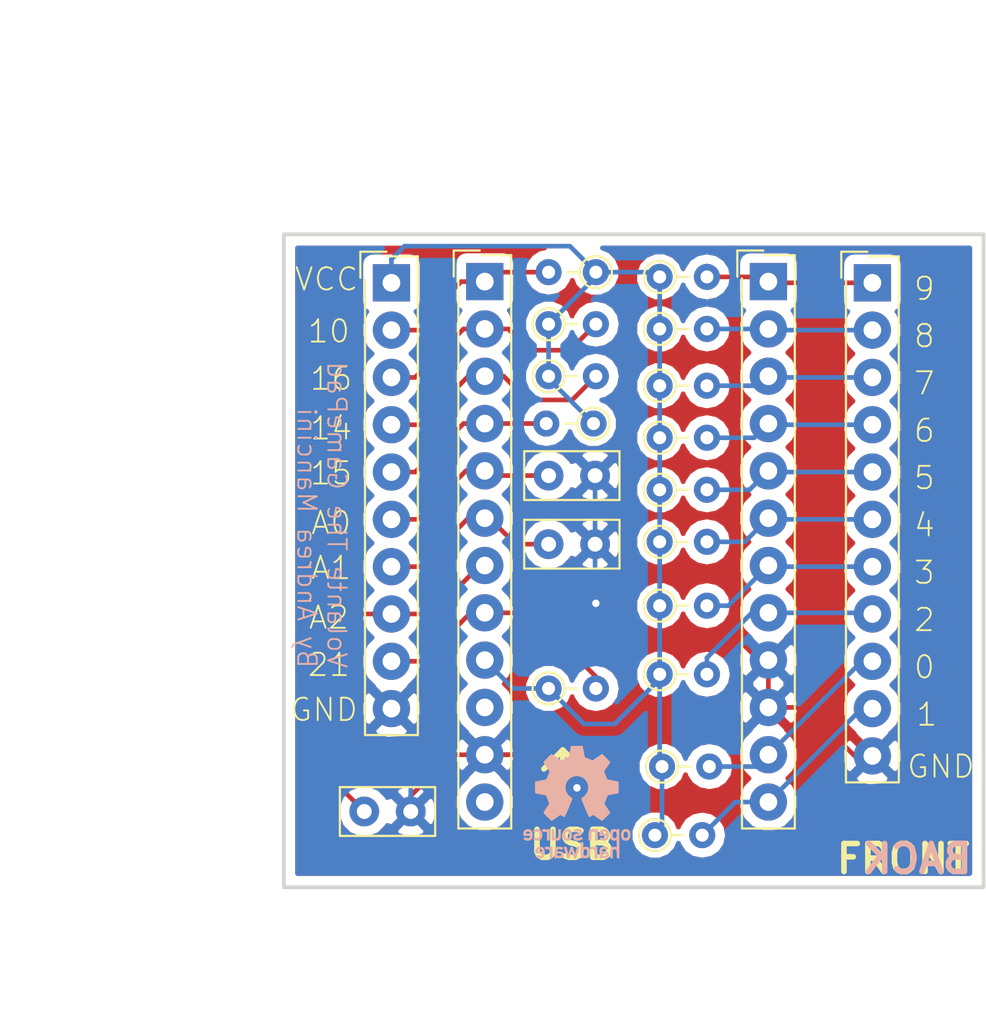
<source format=kicad_pcb>
(kicad_pcb (version 4) (host pcbnew 4.0.6)

  (general
    (links 59)
    (no_connects 0)
    (area 93.371999 64.415999 131.164001 99.668001)
    (thickness 1.6)
    (drawings 36)
    (tracks 135)
    (zones 0)
    (modules 23)
    (nets 23)
  )

  (page A4)
  (layers
    (0 F.Cu signal hide)
    (31 B.Cu signal hide)
    (32 B.Adhes user)
    (33 F.Adhes user)
    (34 B.Paste user)
    (35 F.Paste user)
    (36 B.SilkS user)
    (37 F.SilkS user)
    (38 B.Mask user)
    (39 F.Mask user)
    (40 Dwgs.User user)
    (41 Cmts.User user)
    (42 Eco1.User user)
    (43 Eco2.User user)
    (44 Edge.Cuts user)
    (45 Margin user)
    (46 B.CrtYd user)
    (47 F.CrtYd user)
    (48 B.Fab user)
    (49 F.Fab user)
  )

  (setup
    (last_trace_width 0.25)
    (trace_clearance 0.2)
    (zone_clearance 0.508)
    (zone_45_only no)
    (trace_min 0.2)
    (segment_width 0.3)
    (edge_width 0.2)
    (via_size 0.6)
    (via_drill 0.4)
    (via_min_size 0.4)
    (via_min_drill 0.3)
    (uvia_size 0.3)
    (uvia_drill 0.1)
    (uvias_allowed no)
    (uvia_min_size 0.2)
    (uvia_min_drill 0.1)
    (pcb_text_width 0.3)
    (pcb_text_size 1.5 1.5)
    (mod_edge_width 0.15)
    (mod_text_size 1 1)
    (mod_text_width 0.15)
    (pad_size 1.5 1.5)
    (pad_drill 0.6)
    (pad_to_mask_clearance 0)
    (aux_axis_origin 0 0)
    (visible_elements 7FFFFFFF)
    (pcbplotparams
      (layerselection 0x00030_80000001)
      (usegerberextensions false)
      (excludeedgelayer true)
      (linewidth 0.100000)
      (plotframeref false)
      (viasonmask false)
      (mode 1)
      (useauxorigin false)
      (hpglpennumber 1)
      (hpglpenspeed 20)
      (hpglpendiameter 15)
      (hpglpenoverlay 2)
      (psnegative false)
      (psa4output false)
      (plotreference true)
      (plotvalue true)
      (plotinvisibletext false)
      (padsonsilk false)
      (subtractmaskfromsilk false)
      (outputformat 1)
      (mirror false)
      (drillshape 0)
      (scaleselection 1)
      (outputdirectory C:/Users/mancio/Documents/GitHub/Volante-The-Gamepad/kicad/shield/gerber/))
  )

  (net 0 "")
  (net 1 A0)
  (net 2 GND)
  (net 3 A1)
  (net 4 A2)
  (net 5 10)
  (net 6 16)
  (net 7 14)
  (net 8 15)
  (net 9 21)
  (net 10 VCC)
  (net 11 "Net-(J1-Pad10)")
  (net 12 "Net-(J1-Pad12)")
  (net 13 9)
  (net 14 8)
  (net 15 7)
  (net 16 6)
  (net 17 5)
  (net 18 4)
  (net 19 3)
  (net 20 2)
  (net 21 0)
  (net 22 1)

  (net_class Default "This is the default net class."
    (clearance 0.2)
    (trace_width 0.25)
    (via_dia 0.6)
    (via_drill 0.4)
    (uvia_dia 0.3)
    (uvia_drill 0.1)
    (add_net 0)
    (add_net 1)
    (add_net 10)
    (add_net 14)
    (add_net 15)
    (add_net 16)
    (add_net 2)
    (add_net 21)
    (add_net 3)
    (add_net 4)
    (add_net 5)
    (add_net 6)
    (add_net 7)
    (add_net 8)
    (add_net 9)
    (add_net A0)
    (add_net A1)
    (add_net A2)
    (add_net GND)
    (add_net "Net-(J1-Pad10)")
    (add_net "Net-(J1-Pad12)")
    (add_net VCC)
  )

  (module Capacitors_THT:C_Disc_D5.0mm_W2.5mm_P2.50mm (layer F.Cu) (tedit 5B13EE90) (tstamp 5AFFEFEC)
    (at 107.696 77.47)
    (descr "C, Disc series, Radial, pin pitch=2.50mm, , diameter*width=5*2.5mm^2, Capacitor, http://cdn-reichelt.de/documents/datenblatt/B300/DS_KERKO_TC.pdf")
    (tags "C Disc series Radial pin pitch 2.50mm  diameter 5mm width 2.5mm Capacitor")
    (path /5A7C6829)
    (fp_text reference C1 (at 3.556 1.27) (layer F.Fab)
      (effects (font (size 1 1) (thickness 0.15)))
    )
    (fp_text value 0.01uF (at 1.25 2.56) (layer F.Fab)
      (effects (font (size 1 1) (thickness 0.15)))
    )
    (fp_line (start -1.25 -1.25) (end -1.25 1.25) (layer F.Fab) (width 0.1))
    (fp_line (start -1.25 1.25) (end 3.75 1.25) (layer F.Fab) (width 0.1))
    (fp_line (start 3.75 1.25) (end 3.75 -1.25) (layer F.Fab) (width 0.1))
    (fp_line (start 3.75 -1.25) (end -1.25 -1.25) (layer F.Fab) (width 0.1))
    (fp_line (start -1.31 -1.31) (end 3.81 -1.31) (layer F.SilkS) (width 0.12))
    (fp_line (start -1.31 1.31) (end 3.81 1.31) (layer F.SilkS) (width 0.12))
    (fp_line (start -1.31 -1.31) (end -1.31 1.31) (layer F.SilkS) (width 0.12))
    (fp_line (start 3.81 -1.31) (end 3.81 1.31) (layer F.SilkS) (width 0.12))
    (fp_line (start -1.6 -1.6) (end -1.6 1.6) (layer F.CrtYd) (width 0.05))
    (fp_line (start -1.6 1.6) (end 4.1 1.6) (layer F.CrtYd) (width 0.05))
    (fp_line (start 4.1 1.6) (end 4.1 -1.6) (layer F.CrtYd) (width 0.05))
    (fp_line (start 4.1 -1.6) (end -1.6 -1.6) (layer F.CrtYd) (width 0.05))
    (pad 1 thru_hole circle (at 0 0) (size 1.6 1.6) (drill 0.8) (layers *.Cu *.Mask)
      (net 1 A0))
    (pad 2 thru_hole circle (at 2.5 0) (size 1.6 1.6) (drill 0.8) (layers *.Cu *.Mask)
      (net 2 GND))
    (model ${KISYS3DMOD}/Capacitors_THT.3dshapes/C_Disc_D5.0mm_W2.5mm_P2.50mm.wrl
      (at (xyz 0 0 0))
      (scale (xyz 1 1 1))
      (rotate (xyz 0 0 0))
    )
  )

  (module Capacitors_THT:C_Disc_D5.0mm_W2.5mm_P2.50mm (layer F.Cu) (tedit 5B13EE3A) (tstamp 5AFFEFFF)
    (at 107.696 81.153)
    (descr "C, Disc series, Radial, pin pitch=2.50mm, , diameter*width=5*2.5mm^2, Capacitor, http://cdn-reichelt.de/documents/datenblatt/B300/DS_KERKO_TC.pdf")
    (tags "C Disc series Radial pin pitch 2.50mm  diameter 5mm width 2.5mm Capacitor")
    (path /5A7C7BD4)
    (fp_text reference C2 (at 1.016 1.143) (layer F.Fab)
      (effects (font (size 1 1) (thickness 0.15)))
    )
    (fp_text value 0.01uF (at 1.25 2.56) (layer F.Fab)
      (effects (font (size 1 1) (thickness 0.15)))
    )
    (fp_line (start -1.25 -1.25) (end -1.25 1.25) (layer F.Fab) (width 0.1))
    (fp_line (start -1.25 1.25) (end 3.75 1.25) (layer F.Fab) (width 0.1))
    (fp_line (start 3.75 1.25) (end 3.75 -1.25) (layer F.Fab) (width 0.1))
    (fp_line (start 3.75 -1.25) (end -1.25 -1.25) (layer F.Fab) (width 0.1))
    (fp_line (start -1.31 -1.31) (end 3.81 -1.31) (layer F.SilkS) (width 0.12))
    (fp_line (start -1.31 1.31) (end 3.81 1.31) (layer F.SilkS) (width 0.12))
    (fp_line (start -1.31 -1.31) (end -1.31 1.31) (layer F.SilkS) (width 0.12))
    (fp_line (start 3.81 -1.31) (end 3.81 1.31) (layer F.SilkS) (width 0.12))
    (fp_line (start -1.6 -1.6) (end -1.6 1.6) (layer F.CrtYd) (width 0.05))
    (fp_line (start -1.6 1.6) (end 4.1 1.6) (layer F.CrtYd) (width 0.05))
    (fp_line (start 4.1 1.6) (end 4.1 -1.6) (layer F.CrtYd) (width 0.05))
    (fp_line (start 4.1 -1.6) (end -1.6 -1.6) (layer F.CrtYd) (width 0.05))
    (pad 1 thru_hole circle (at 0 0) (size 1.6 1.6) (drill 0.8) (layers *.Cu *.Mask)
      (net 3 A1))
    (pad 2 thru_hole circle (at 2.5 0) (size 1.6 1.6) (drill 0.8) (layers *.Cu *.Mask)
      (net 2 GND))
    (model ${KISYS3DMOD}/Capacitors_THT.3dshapes/C_Disc_D5.0mm_W2.5mm_P2.50mm.wrl
      (at (xyz 0 0 0))
      (scale (xyz 1 1 1))
      (rotate (xyz 0 0 0))
    )
  )

  (module Capacitors_THT:C_Disc_D5.0mm_W2.5mm_P2.50mm (layer F.Cu) (tedit 5B13ECD9) (tstamp 5AFFF012)
    (at 97.79 95.504)
    (descr "C, Disc series, Radial, pin pitch=2.50mm, , diameter*width=5*2.5mm^2, Capacitor, http://cdn-reichelt.de/documents/datenblatt/B300/DS_KERKO_TC.pdf")
    (tags "C Disc series Radial pin pitch 2.50mm  diameter 5mm width 2.5mm Capacitor")
    (path /5A7C7C31)
    (fp_text reference C3 (at 5.588 0) (layer F.Fab)
      (effects (font (size 1 1) (thickness 0.15)))
    )
    (fp_text value 0.01uF (at 1.25 2.56) (layer F.Fab)
      (effects (font (size 1 1) (thickness 0.15)))
    )
    (fp_line (start -1.25 -1.25) (end -1.25 1.25) (layer F.Fab) (width 0.1))
    (fp_line (start -1.25 1.25) (end 3.75 1.25) (layer F.Fab) (width 0.1))
    (fp_line (start 3.75 1.25) (end 3.75 -1.25) (layer F.Fab) (width 0.1))
    (fp_line (start 3.75 -1.25) (end -1.25 -1.25) (layer F.Fab) (width 0.1))
    (fp_line (start -1.31 -1.31) (end 3.81 -1.31) (layer F.SilkS) (width 0.12))
    (fp_line (start -1.31 1.31) (end 3.81 1.31) (layer F.SilkS) (width 0.12))
    (fp_line (start -1.31 -1.31) (end -1.31 1.31) (layer F.SilkS) (width 0.12))
    (fp_line (start 3.81 -1.31) (end 3.81 1.31) (layer F.SilkS) (width 0.12))
    (fp_line (start -1.6 -1.6) (end -1.6 1.6) (layer F.CrtYd) (width 0.05))
    (fp_line (start -1.6 1.6) (end 4.1 1.6) (layer F.CrtYd) (width 0.05))
    (fp_line (start 4.1 1.6) (end 4.1 -1.6) (layer F.CrtYd) (width 0.05))
    (fp_line (start 4.1 -1.6) (end -1.6 -1.6) (layer F.CrtYd) (width 0.05))
    (fp_text user %R (at 1.25 0) (layer F.Fab)
      (effects (font (size 1 1) (thickness 0.15)))
    )
    (pad 1 thru_hole circle (at 0 0) (size 1.6 1.6) (drill 0.8) (layers *.Cu *.Mask)
      (net 4 A2))
    (pad 2 thru_hole circle (at 2.5 0) (size 1.6 1.6) (drill 0.8) (layers *.Cu *.Mask)
      (net 2 GND))
    (model ${KISYS3DMOD}/Capacitors_THT.3dshapes/C_Disc_D5.0mm_W2.5mm_P2.50mm.wrl
      (at (xyz 0 0 0))
      (scale (xyz 1 1 1))
      (rotate (xyz 0 0 0))
    )
  )

  (module Connectors_Samtec:SL-112-X-XX_1x12 (layer F.Cu) (tedit 5B13ECD4) (tstamp 5AFFF04B)
    (at 104.267 67.056)
    (descr "Low profile, screw machine socket strip, through hole, 100mil / 2.54mm pitch")
    (tags "samtec socket strip tht single")
    (path /5A7C4E25)
    (fp_text reference J1 (at 0.127 31.242 90) (layer F.Fab)
      (effects (font (size 1 1) (thickness 0.15)))
    )
    (fp_text value Conn_01x12_Fem_l (at 2.27 13.97 90) (layer F.Fab)
      (effects (font (size 1 1) (thickness 0.15)))
    )
    (fp_line (start -0.17 -1.42) (end 1.42 -1.42) (layer F.SilkS) (width 0.12))
    (fp_line (start 1.42 -1.42) (end 1.42 29.36) (layer F.SilkS) (width 0.12))
    (fp_line (start 1.42 29.36) (end -1.42 29.36) (layer F.SilkS) (width 0.12))
    (fp_line (start -1.42 29.36) (end -1.42 -0.17) (layer F.SilkS) (width 0.12))
    (fp_line (start -0.27 -1.67) (end -1.67 -1.67) (layer F.SilkS) (width 0.12))
    (fp_line (start -1.67 -1.67) (end -1.67 -0.27) (layer F.SilkS) (width 0.12))
    (fp_line (start -0.27 -1.67) (end -1.67 -1.67) (layer F.Fab) (width 0.1))
    (fp_line (start -1.67 -1.67) (end -1.67 -0.27) (layer F.Fab) (width 0.1))
    (fp_line (start -1.27 -1.27) (end -1.27 29.21) (layer F.Fab) (width 0.1))
    (fp_line (start -1.27 29.21) (end 1.27 29.21) (layer F.Fab) (width 0.1))
    (fp_line (start 1.27 29.21) (end 1.27 -1.27) (layer F.Fab) (width 0.1))
    (fp_line (start 1.27 -1.27) (end -1.27 -1.27) (layer F.Fab) (width 0.1))
    (fp_line (start -1.77 -1.77) (end -1.77 29.71) (layer F.CrtYd) (width 0.05))
    (fp_line (start -1.77 29.71) (end 1.77 29.71) (layer F.CrtYd) (width 0.05))
    (fp_line (start 1.77 29.71) (end 1.77 -1.77) (layer F.CrtYd) (width 0.05))
    (fp_line (start 1.77 -1.77) (end -1.77 -1.77) (layer F.CrtYd) (width 0.05))
    (fp_line (start -1.27 1.27) (end -1.07 1.27) (layer F.Fab) (width 0.1))
    (fp_line (start 1.27 1.27) (end 1.07 1.27) (layer F.Fab) (width 0.1))
    (fp_line (start -1.27 3.81) (end -1.07 3.81) (layer F.Fab) (width 0.1))
    (fp_line (start 1.27 3.81) (end 1.07 3.81) (layer F.Fab) (width 0.1))
    (fp_line (start -1.27 6.35) (end -1.07 6.35) (layer F.Fab) (width 0.1))
    (fp_line (start 1.27 6.35) (end 1.07 6.35) (layer F.Fab) (width 0.1))
    (fp_line (start -1.27 8.89) (end -1.07 8.89) (layer F.Fab) (width 0.1))
    (fp_line (start 1.27 8.89) (end 1.07 8.89) (layer F.Fab) (width 0.1))
    (fp_line (start -1.27 11.43) (end -1.07 11.43) (layer F.Fab) (width 0.1))
    (fp_line (start 1.27 11.43) (end 1.07 11.43) (layer F.Fab) (width 0.1))
    (fp_line (start -1.27 13.97) (end -1.07 13.97) (layer F.Fab) (width 0.1))
    (fp_line (start 1.27 13.97) (end 1.07 13.97) (layer F.Fab) (width 0.1))
    (fp_line (start -1.27 16.51) (end -1.07 16.51) (layer F.Fab) (width 0.1))
    (fp_line (start 1.27 16.51) (end 1.07 16.51) (layer F.Fab) (width 0.1))
    (fp_line (start -1.27 19.05) (end -1.07 19.05) (layer F.Fab) (width 0.1))
    (fp_line (start 1.27 19.05) (end 1.07 19.05) (layer F.Fab) (width 0.1))
    (fp_line (start -1.27 21.59) (end -1.07 21.59) (layer F.Fab) (width 0.1))
    (fp_line (start 1.27 21.59) (end 1.07 21.59) (layer F.Fab) (width 0.1))
    (fp_line (start -1.27 24.13) (end -1.07 24.13) (layer F.Fab) (width 0.1))
    (fp_line (start 1.27 24.13) (end 1.07 24.13) (layer F.Fab) (width 0.1))
    (fp_line (start -1.27 26.67) (end -1.07 26.67) (layer F.Fab) (width 0.1))
    (fp_line (start 1.27 26.67) (end 1.07 26.67) (layer F.Fab) (width 0.1))
    (fp_line (start -1.27 29.21) (end -1.07 29.21) (layer F.Fab) (width 0.1))
    (fp_line (start 1.27 29.21) (end 1.07 29.21) (layer F.Fab) (width 0.1))
    (fp_text user %R (at 0 13.97 90) (layer F.Fab)
      (effects (font (size 1 1) (thickness 0.15)))
    )
    (pad 1 thru_hole rect (at 0 0) (size 2 2) (drill 0.95) (layers *.Cu *.Mask)
      (net 5 10))
    (pad 2 thru_hole circle (at 0 2.54) (size 2 2) (drill 0.95) (layers *.Cu *.Mask)
      (net 6 16))
    (pad 3 thru_hole circle (at 0 5.08) (size 2 2) (drill 0.95) (layers *.Cu *.Mask)
      (net 7 14))
    (pad 4 thru_hole circle (at 0 7.62) (size 2 2) (drill 0.95) (layers *.Cu *.Mask)
      (net 8 15))
    (pad 5 thru_hole circle (at 0 10.16) (size 2 2) (drill 0.95) (layers *.Cu *.Mask)
      (net 1 A0))
    (pad 6 thru_hole circle (at 0 12.7) (size 2 2) (drill 0.95) (layers *.Cu *.Mask)
      (net 3 A1))
    (pad 7 thru_hole circle (at 0 15.24) (size 2 2) (drill 0.95) (layers *.Cu *.Mask)
      (net 4 A2))
    (pad 8 thru_hole circle (at 0 17.78) (size 2 2) (drill 0.95) (layers *.Cu *.Mask)
      (net 9 21))
    (pad 9 thru_hole circle (at 0 20.32) (size 2 2) (drill 0.95) (layers *.Cu *.Mask)
      (net 10 VCC))
    (pad 10 thru_hole circle (at 0 22.86) (size 2 2) (drill 0.95) (layers *.Cu *.Mask)
      (net 11 "Net-(J1-Pad10)"))
    (pad 11 thru_hole circle (at 0 25.4) (size 2 2) (drill 0.95) (layers *.Cu *.Mask)
      (net 2 GND))
    (pad 12 thru_hole circle (at 0 27.94) (size 2 2) (drill 0.95) (layers *.Cu *.Mask)
      (net 12 "Net-(J1-Pad12)"))
    (model ${KISYS3DMOD}/Connectors_Samtec.3dshapes/SL-112-X-XX_1x12.wrl
      (at (xyz 0 0 0))
      (scale (xyz 1 1 1))
      (rotate (xyz 0 0 0))
    )
  )

  (module Connectors_Samtec:SL-112-X-XX_1x12 (layer F.Cu) (tedit 5B13ED16) (tstamp 5AFFF084)
    (at 119.507 67.056)
    (descr "Low profile, screw machine socket strip, through hole, 100mil / 2.54mm pitch")
    (tags "samtec socket strip tht single")
    (path /5A7C4C69)
    (fp_text reference J2 (at 0 30.861 90) (layer F.Fab)
      (effects (font (size 1 1) (thickness 0.15)))
    )
    (fp_text value Conn_01x12_Fem_r (at 2.27 13.97 90) (layer F.Fab)
      (effects (font (size 1 1) (thickness 0.15)))
    )
    (fp_line (start -0.17 -1.42) (end 1.42 -1.42) (layer F.SilkS) (width 0.12))
    (fp_line (start 1.42 -1.42) (end 1.42 29.36) (layer F.SilkS) (width 0.12))
    (fp_line (start 1.42 29.36) (end -1.42 29.36) (layer F.SilkS) (width 0.12))
    (fp_line (start -1.42 29.36) (end -1.42 -0.17) (layer F.SilkS) (width 0.12))
    (fp_line (start -0.27 -1.67) (end -1.67 -1.67) (layer F.SilkS) (width 0.12))
    (fp_line (start -1.67 -1.67) (end -1.67 -0.27) (layer F.SilkS) (width 0.12))
    (fp_line (start -0.27 -1.67) (end -1.67 -1.67) (layer F.Fab) (width 0.1))
    (fp_line (start -1.67 -1.67) (end -1.67 -0.27) (layer F.Fab) (width 0.1))
    (fp_line (start -1.27 -1.27) (end -1.27 29.21) (layer F.Fab) (width 0.1))
    (fp_line (start -1.27 29.21) (end 1.27 29.21) (layer F.Fab) (width 0.1))
    (fp_line (start 1.27 29.21) (end 1.27 -1.27) (layer F.Fab) (width 0.1))
    (fp_line (start 1.27 -1.27) (end -1.27 -1.27) (layer F.Fab) (width 0.1))
    (fp_line (start -1.77 -1.77) (end -1.77 29.71) (layer F.CrtYd) (width 0.05))
    (fp_line (start -1.77 29.71) (end 1.77 29.71) (layer F.CrtYd) (width 0.05))
    (fp_line (start 1.77 29.71) (end 1.77 -1.77) (layer F.CrtYd) (width 0.05))
    (fp_line (start 1.77 -1.77) (end -1.77 -1.77) (layer F.CrtYd) (width 0.05))
    (fp_line (start -1.27 1.27) (end -1.07 1.27) (layer F.Fab) (width 0.1))
    (fp_line (start 1.27 1.27) (end 1.07 1.27) (layer F.Fab) (width 0.1))
    (fp_line (start -1.27 3.81) (end -1.07 3.81) (layer F.Fab) (width 0.1))
    (fp_line (start 1.27 3.81) (end 1.07 3.81) (layer F.Fab) (width 0.1))
    (fp_line (start -1.27 6.35) (end -1.07 6.35) (layer F.Fab) (width 0.1))
    (fp_line (start 1.27 6.35) (end 1.07 6.35) (layer F.Fab) (width 0.1))
    (fp_line (start -1.27 8.89) (end -1.07 8.89) (layer F.Fab) (width 0.1))
    (fp_line (start 1.27 8.89) (end 1.07 8.89) (layer F.Fab) (width 0.1))
    (fp_line (start -1.27 11.43) (end -1.07 11.43) (layer F.Fab) (width 0.1))
    (fp_line (start 1.27 11.43) (end 1.07 11.43) (layer F.Fab) (width 0.1))
    (fp_line (start -1.27 13.97) (end -1.07 13.97) (layer F.Fab) (width 0.1))
    (fp_line (start 1.27 13.97) (end 1.07 13.97) (layer F.Fab) (width 0.1))
    (fp_line (start -1.27 16.51) (end -1.07 16.51) (layer F.Fab) (width 0.1))
    (fp_line (start 1.27 16.51) (end 1.07 16.51) (layer F.Fab) (width 0.1))
    (fp_line (start -1.27 19.05) (end -1.07 19.05) (layer F.Fab) (width 0.1))
    (fp_line (start 1.27 19.05) (end 1.07 19.05) (layer F.Fab) (width 0.1))
    (fp_line (start -1.27 21.59) (end -1.07 21.59) (layer F.Fab) (width 0.1))
    (fp_line (start 1.27 21.59) (end 1.07 21.59) (layer F.Fab) (width 0.1))
    (fp_line (start -1.27 24.13) (end -1.07 24.13) (layer F.Fab) (width 0.1))
    (fp_line (start 1.27 24.13) (end 1.07 24.13) (layer F.Fab) (width 0.1))
    (fp_line (start -1.27 26.67) (end -1.07 26.67) (layer F.Fab) (width 0.1))
    (fp_line (start 1.27 26.67) (end 1.07 26.67) (layer F.Fab) (width 0.1))
    (fp_line (start -1.27 29.21) (end -1.07 29.21) (layer F.Fab) (width 0.1))
    (fp_line (start 1.27 29.21) (end 1.07 29.21) (layer F.Fab) (width 0.1))
    (fp_text user %R (at 0 13.97 90) (layer F.Fab)
      (effects (font (size 1 1) (thickness 0.15)))
    )
    (pad 1 thru_hole rect (at 0 0) (size 2 2) (drill 0.95) (layers *.Cu *.Mask)
      (net 13 9))
    (pad 2 thru_hole circle (at 0 2.54) (size 2 2) (drill 0.95) (layers *.Cu *.Mask)
      (net 14 8))
    (pad 3 thru_hole circle (at 0 5.08) (size 2 2) (drill 0.95) (layers *.Cu *.Mask)
      (net 15 7))
    (pad 4 thru_hole circle (at 0 7.62) (size 2 2) (drill 0.95) (layers *.Cu *.Mask)
      (net 16 6))
    (pad 5 thru_hole circle (at 0 10.16) (size 2 2) (drill 0.95) (layers *.Cu *.Mask)
      (net 17 5))
    (pad 6 thru_hole circle (at 0 12.7) (size 2 2) (drill 0.95) (layers *.Cu *.Mask)
      (net 18 4))
    (pad 7 thru_hole circle (at 0 15.24) (size 2 2) (drill 0.95) (layers *.Cu *.Mask)
      (net 19 3))
    (pad 8 thru_hole circle (at 0 17.78) (size 2 2) (drill 0.95) (layers *.Cu *.Mask)
      (net 20 2))
    (pad 9 thru_hole circle (at 0 20.32) (size 2 2) (drill 0.95) (layers *.Cu *.Mask)
      (net 2 GND))
    (pad 10 thru_hole circle (at 0 22.86) (size 2 2) (drill 0.95) (layers *.Cu *.Mask)
      (net 2 GND))
    (pad 11 thru_hole circle (at 0 25.4) (size 2 2) (drill 0.95) (layers *.Cu *.Mask)
      (net 21 0))
    (pad 12 thru_hole circle (at 0 27.94) (size 2 2) (drill 0.95) (layers *.Cu *.Mask)
      (net 22 1))
    (model ${KISYS3DMOD}/Connectors_Samtec.3dshapes/SL-112-X-XX_1x12.wrl
      (at (xyz 0 0 0))
      (scale (xyz 1 1 1))
      (rotate (xyz 0 0 0))
    )
  )

  (module Connectors_Samtec:SL-110-X-XX_1x10 (layer F.Cu) (tedit 5B13ECC9) (tstamp 5AFFF0B7)
    (at 99.2505 67.1195)
    (descr "Low profile, screw machine socket strip, through hole, 100mil / 2.54mm pitch")
    (tags "samtec socket strip tht single")
    (path /5A7C4E7A)
    (fp_text reference J3 (at 0.6985 25.8445 90) (layer F.Fab)
      (effects (font (size 1 1) (thickness 0.15)))
    )
    (fp_text value Conn_01x09_Fem_b_l (at 2.27 11.43 90) (layer F.Fab)
      (effects (font (size 1 1) (thickness 0.15)))
    )
    (fp_line (start -0.17 -1.42) (end 1.42 -1.42) (layer F.SilkS) (width 0.12))
    (fp_line (start 1.42 -1.42) (end 1.42 24.28) (layer F.SilkS) (width 0.12))
    (fp_line (start 1.42 24.28) (end -1.42 24.28) (layer F.SilkS) (width 0.12))
    (fp_line (start -1.42 24.28) (end -1.42 -0.17) (layer F.SilkS) (width 0.12))
    (fp_line (start -0.27 -1.67) (end -1.67 -1.67) (layer F.SilkS) (width 0.12))
    (fp_line (start -1.67 -1.67) (end -1.67 -0.27) (layer F.SilkS) (width 0.12))
    (fp_line (start -0.27 -1.67) (end -1.67 -1.67) (layer F.Fab) (width 0.1))
    (fp_line (start -1.67 -1.67) (end -1.67 -0.27) (layer F.Fab) (width 0.1))
    (fp_line (start -1.27 -1.27) (end -1.27 24.13) (layer F.Fab) (width 0.1))
    (fp_line (start -1.27 24.13) (end 1.27 24.13) (layer F.Fab) (width 0.1))
    (fp_line (start 1.27 24.13) (end 1.27 -1.27) (layer F.Fab) (width 0.1))
    (fp_line (start 1.27 -1.27) (end -1.27 -1.27) (layer F.Fab) (width 0.1))
    (fp_line (start -1.77 -1.77) (end -1.77 24.63) (layer F.CrtYd) (width 0.05))
    (fp_line (start -1.77 24.63) (end 1.77 24.63) (layer F.CrtYd) (width 0.05))
    (fp_line (start 1.77 24.63) (end 1.77 -1.77) (layer F.CrtYd) (width 0.05))
    (fp_line (start 1.77 -1.77) (end -1.77 -1.77) (layer F.CrtYd) (width 0.05))
    (fp_line (start -1.27 1.27) (end -1.07 1.27) (layer F.Fab) (width 0.1))
    (fp_line (start 1.27 1.27) (end 1.07 1.27) (layer F.Fab) (width 0.1))
    (fp_line (start -1.27 3.81) (end -1.07 3.81) (layer F.Fab) (width 0.1))
    (fp_line (start 1.27 3.81) (end 1.07 3.81) (layer F.Fab) (width 0.1))
    (fp_line (start -1.27 6.35) (end -1.07 6.35) (layer F.Fab) (width 0.1))
    (fp_line (start 1.27 6.35) (end 1.07 6.35) (layer F.Fab) (width 0.1))
    (fp_line (start -1.27 8.89) (end -1.07 8.89) (layer F.Fab) (width 0.1))
    (fp_line (start 1.27 8.89) (end 1.07 8.89) (layer F.Fab) (width 0.1))
    (fp_line (start -1.27 11.43) (end -1.07 11.43) (layer F.Fab) (width 0.1))
    (fp_line (start 1.27 11.43) (end 1.07 11.43) (layer F.Fab) (width 0.1))
    (fp_line (start -1.27 13.97) (end -1.07 13.97) (layer F.Fab) (width 0.1))
    (fp_line (start 1.27 13.97) (end 1.07 13.97) (layer F.Fab) (width 0.1))
    (fp_line (start -1.27 16.51) (end -1.07 16.51) (layer F.Fab) (width 0.1))
    (fp_line (start 1.27 16.51) (end 1.07 16.51) (layer F.Fab) (width 0.1))
    (fp_line (start -1.27 19.05) (end -1.07 19.05) (layer F.Fab) (width 0.1))
    (fp_line (start 1.27 19.05) (end 1.07 19.05) (layer F.Fab) (width 0.1))
    (fp_line (start -1.27 21.59) (end -1.07 21.59) (layer F.Fab) (width 0.1))
    (fp_line (start 1.27 21.59) (end 1.07 21.59) (layer F.Fab) (width 0.1))
    (fp_line (start -1.27 24.13) (end -1.07 24.13) (layer F.Fab) (width 0.1))
    (fp_line (start 1.27 24.13) (end 1.07 24.13) (layer F.Fab) (width 0.1))
    (fp_text user %R (at 0 11.43 90) (layer F.Fab)
      (effects (font (size 1 1) (thickness 0.15)))
    )
    (pad 1 thru_hole rect (at 0 0) (size 2 2) (drill 0.95) (layers *.Cu *.Mask)
      (net 10 VCC))
    (pad 2 thru_hole circle (at 0 2.54) (size 2 2) (drill 0.95) (layers *.Cu *.Mask)
      (net 5 10))
    (pad 3 thru_hole circle (at 0 5.08) (size 2 2) (drill 0.95) (layers *.Cu *.Mask)
      (net 6 16))
    (pad 4 thru_hole circle (at 0 7.62) (size 2 2) (drill 0.95) (layers *.Cu *.Mask)
      (net 7 14))
    (pad 5 thru_hole circle (at 0 10.16) (size 2 2) (drill 0.95) (layers *.Cu *.Mask)
      (net 8 15))
    (pad 6 thru_hole circle (at 0 12.7) (size 2 2) (drill 0.95) (layers *.Cu *.Mask)
      (net 1 A0))
    (pad 7 thru_hole circle (at 0 15.24) (size 2 2) (drill 0.95) (layers *.Cu *.Mask)
      (net 3 A1))
    (pad 8 thru_hole circle (at 0 17.78) (size 2 2) (drill 0.95) (layers *.Cu *.Mask)
      (net 4 A2))
    (pad 9 thru_hole circle (at 0 20.32) (size 2 2) (drill 0.95) (layers *.Cu *.Mask)
      (net 9 21))
    (pad 10 thru_hole circle (at 0 22.86) (size 2 2) (drill 0.95) (layers *.Cu *.Mask)
      (net 2 GND))
    (model ${KISYS3DMOD}/Connectors_Samtec.3dshapes/SL-110-X-XX_1x10.wrl
      (at (xyz 0 0 0))
      (scale (xyz 1 1 1))
      (rotate (xyz 0 0 0))
    )
  )

  (module Connectors_Samtec:SL-111-X-XX_1x11 (layer F.Cu) (tedit 5B13ED1B) (tstamp 5AFFF667)
    (at 125.095 67.1195)
    (descr "Low profile, screw machine socket strip, through hole, 100mil / 2.54mm pitch")
    (tags "samtec socket strip tht single")
    (path /5B002141)
    (fp_text reference J4 (at -0.635 28.7655 90) (layer F.Fab)
      (effects (font (size 1 1) (thickness 0.15)))
    )
    (fp_text value Conn_01x11_Fem_b_r_touch (at 2.27 12.7 90) (layer F.Fab)
      (effects (font (size 1 1) (thickness 0.15)))
    )
    (fp_line (start -0.17 -1.42) (end 1.42 -1.42) (layer F.SilkS) (width 0.12))
    (fp_line (start 1.42 -1.42) (end 1.42 26.82) (layer F.SilkS) (width 0.12))
    (fp_line (start 1.42 26.82) (end -1.42 26.82) (layer F.SilkS) (width 0.12))
    (fp_line (start -1.42 26.82) (end -1.42 -0.17) (layer F.SilkS) (width 0.12))
    (fp_line (start -0.27 -1.67) (end -1.67 -1.67) (layer F.SilkS) (width 0.12))
    (fp_line (start -1.67 -1.67) (end -1.67 -0.27) (layer F.SilkS) (width 0.12))
    (fp_line (start -0.27 -1.67) (end -1.67 -1.67) (layer F.Fab) (width 0.1))
    (fp_line (start -1.67 -1.67) (end -1.67 -0.27) (layer F.Fab) (width 0.1))
    (fp_line (start -1.27 -1.27) (end -1.27 26.67) (layer F.Fab) (width 0.1))
    (fp_line (start -1.27 26.67) (end 1.27 26.67) (layer F.Fab) (width 0.1))
    (fp_line (start 1.27 26.67) (end 1.27 -1.27) (layer F.Fab) (width 0.1))
    (fp_line (start 1.27 -1.27) (end -1.27 -1.27) (layer F.Fab) (width 0.1))
    (fp_line (start -1.77 -1.77) (end -1.77 27.17) (layer F.CrtYd) (width 0.05))
    (fp_line (start -1.77 27.17) (end 1.77 27.17) (layer F.CrtYd) (width 0.05))
    (fp_line (start 1.77 27.17) (end 1.77 -1.77) (layer F.CrtYd) (width 0.05))
    (fp_line (start 1.77 -1.77) (end -1.77 -1.77) (layer F.CrtYd) (width 0.05))
    (fp_line (start -1.27 1.27) (end -1.07 1.27) (layer F.Fab) (width 0.1))
    (fp_line (start 1.27 1.27) (end 1.07 1.27) (layer F.Fab) (width 0.1))
    (fp_line (start -1.27 3.81) (end -1.07 3.81) (layer F.Fab) (width 0.1))
    (fp_line (start 1.27 3.81) (end 1.07 3.81) (layer F.Fab) (width 0.1))
    (fp_line (start -1.27 6.35) (end -1.07 6.35) (layer F.Fab) (width 0.1))
    (fp_line (start 1.27 6.35) (end 1.07 6.35) (layer F.Fab) (width 0.1))
    (fp_line (start -1.27 8.89) (end -1.07 8.89) (layer F.Fab) (width 0.1))
    (fp_line (start 1.27 8.89) (end 1.07 8.89) (layer F.Fab) (width 0.1))
    (fp_line (start -1.27 11.43) (end -1.07 11.43) (layer F.Fab) (width 0.1))
    (fp_line (start 1.27 11.43) (end 1.07 11.43) (layer F.Fab) (width 0.1))
    (fp_line (start -1.27 13.97) (end -1.07 13.97) (layer F.Fab) (width 0.1))
    (fp_line (start 1.27 13.97) (end 1.07 13.97) (layer F.Fab) (width 0.1))
    (fp_line (start -1.27 16.51) (end -1.07 16.51) (layer F.Fab) (width 0.1))
    (fp_line (start 1.27 16.51) (end 1.07 16.51) (layer F.Fab) (width 0.1))
    (fp_line (start -1.27 19.05) (end -1.07 19.05) (layer F.Fab) (width 0.1))
    (fp_line (start 1.27 19.05) (end 1.07 19.05) (layer F.Fab) (width 0.1))
    (fp_line (start -1.27 21.59) (end -1.07 21.59) (layer F.Fab) (width 0.1))
    (fp_line (start 1.27 21.59) (end 1.07 21.59) (layer F.Fab) (width 0.1))
    (fp_line (start -1.27 24.13) (end -1.07 24.13) (layer F.Fab) (width 0.1))
    (fp_line (start 1.27 24.13) (end 1.07 24.13) (layer F.Fab) (width 0.1))
    (fp_line (start -1.27 26.67) (end -1.07 26.67) (layer F.Fab) (width 0.1))
    (fp_line (start 1.27 26.67) (end 1.07 26.67) (layer F.Fab) (width 0.1))
    (fp_text user %R (at 0 12.7 90) (layer F.Fab)
      (effects (font (size 1 1) (thickness 0.15)))
    )
    (pad 1 thru_hole rect (at 0 0) (size 2 2) (drill 0.95) (layers *.Cu *.Mask)
      (net 13 9))
    (pad 2 thru_hole circle (at 0 2.54) (size 2 2) (drill 0.95) (layers *.Cu *.Mask)
      (net 14 8))
    (pad 3 thru_hole circle (at 0 5.08) (size 2 2) (drill 0.95) (layers *.Cu *.Mask)
      (net 15 7))
    (pad 4 thru_hole circle (at 0 7.62) (size 2 2) (drill 0.95) (layers *.Cu *.Mask)
      (net 16 6))
    (pad 5 thru_hole circle (at 0 10.16) (size 2 2) (drill 0.95) (layers *.Cu *.Mask)
      (net 17 5))
    (pad 6 thru_hole circle (at 0 12.7) (size 2 2) (drill 0.95) (layers *.Cu *.Mask)
      (net 18 4))
    (pad 7 thru_hole circle (at 0 15.24) (size 2 2) (drill 0.95) (layers *.Cu *.Mask)
      (net 19 3))
    (pad 8 thru_hole circle (at 0 17.78) (size 2 2) (drill 0.95) (layers *.Cu *.Mask)
      (net 20 2))
    (pad 9 thru_hole circle (at 0 20.32) (size 2 2) (drill 0.95) (layers *.Cu *.Mask)
      (net 21 0))
    (pad 10 thru_hole circle (at 0 22.86) (size 2 2) (drill 0.95) (layers *.Cu *.Mask)
      (net 22 1))
    (pad 11 thru_hole circle (at 0 25.4) (size 2 2) (drill 0.95) (layers *.Cu *.Mask)
      (net 2 GND))
    (model ${KISYS3DMOD}/Connectors_Samtec.3dshapes/SL-111-X-XX_1x11.wrl
      (at (xyz 0 0 0))
      (scale (xyz 1 1 1))
      (rotate (xyz 0 0 0))
    )
  )

  (module Resistors_THT:R_Axial_DIN0204_L3.6mm_D1.6mm_P2.54mm_Vertical (layer F.Cu) (tedit 5B13ED52) (tstamp 5B13E376)
    (at 113.792 93.091)
    (descr "Resistor, Axial_DIN0204 series, Axial, Vertical, pin pitch=2.54mm, 0.16666666666666666W = 1/6W, length*diameter=3.6*1.6mm^2, http://cdn-reichelt.de/documents/datenblatt/B400/1_4W%23YAG.pdf")
    (tags "Resistor Axial_DIN0204 series Axial Vertical pin pitch 2.54mm 0.16666666666666666W = 1/6W length 3.6mm diameter 1.6mm")
    (path /5AFC6EBF)
    (fp_text reference R1 (at 1.27 -1.86) (layer F.Fab)
      (effects (font (size 1 1) (thickness 0.15)))
    )
    (fp_text value 2M (at 1.27 1.86) (layer F.Fab)
      (effects (font (size 1 1) (thickness 0.15)))
    )
    (fp_circle (center 0 0) (end 0.8 0) (layer F.Fab) (width 0.1))
    (fp_circle (center 0 0) (end 0.86 0) (layer F.SilkS) (width 0.12))
    (fp_line (start 0 0) (end 2.54 0) (layer F.Fab) (width 0.1))
    (fp_line (start 0.86 0) (end 1.54 0) (layer F.SilkS) (width 0.12))
    (fp_line (start -1.15 -1.15) (end -1.15 1.15) (layer F.CrtYd) (width 0.05))
    (fp_line (start -1.15 1.15) (end 3.55 1.15) (layer F.CrtYd) (width 0.05))
    (fp_line (start 3.55 1.15) (end 3.55 -1.15) (layer F.CrtYd) (width 0.05))
    (fp_line (start 3.55 -1.15) (end -1.15 -1.15) (layer F.CrtYd) (width 0.05))
    (pad 1 thru_hole circle (at 0 0) (size 1.4 1.4) (drill 0.7) (layers *.Cu *.Mask)
      (net 10 VCC))
    (pad 2 thru_hole oval (at 2.54 0) (size 1.4 1.4) (drill 0.7) (layers *.Cu *.Mask)
      (net 21 0))
    (model ${KISYS3DMOD}/Resistors_THT.3dshapes/R_Axial_DIN0204_L3.6mm_D1.6mm_P2.54mm_Vertical.wrl
      (at (xyz 0 0 0))
      (scale (xyz 0.393701 0.393701 0.393701))
      (rotate (xyz 0 0 0))
    )
  )

  (module Resistors_THT:R_Axial_DIN0204_L3.6mm_D1.6mm_P2.54mm_Vertical (layer F.Cu) (tedit 5B13ED5B) (tstamp 5B13E384)
    (at 113.411 96.774)
    (descr "Resistor, Axial_DIN0204 series, Axial, Vertical, pin pitch=2.54mm, 0.16666666666666666W = 1/6W, length*diameter=3.6*1.6mm^2, http://cdn-reichelt.de/documents/datenblatt/B400/1_4W%23YAG.pdf")
    (tags "Resistor Axial_DIN0204 series Axial Vertical pin pitch 2.54mm 0.16666666666666666W = 1/6W length 3.6mm diameter 1.6mm")
    (path /5AFC716A)
    (fp_text reference R2 (at 1.27 -1.86) (layer F.Fab)
      (effects (font (size 1 1) (thickness 0.15)))
    )
    (fp_text value 2M (at 1.27 1.86) (layer F.Fab)
      (effects (font (size 1 1) (thickness 0.15)))
    )
    (fp_circle (center 0 0) (end 0.8 0) (layer F.Fab) (width 0.1))
    (fp_circle (center 0 0) (end 0.86 0) (layer F.SilkS) (width 0.12))
    (fp_line (start 0 0) (end 2.54 0) (layer F.Fab) (width 0.1))
    (fp_line (start 0.86 0) (end 1.54 0) (layer F.SilkS) (width 0.12))
    (fp_line (start -1.15 -1.15) (end -1.15 1.15) (layer F.CrtYd) (width 0.05))
    (fp_line (start -1.15 1.15) (end 3.55 1.15) (layer F.CrtYd) (width 0.05))
    (fp_line (start 3.55 1.15) (end 3.55 -1.15) (layer F.CrtYd) (width 0.05))
    (fp_line (start 3.55 -1.15) (end -1.15 -1.15) (layer F.CrtYd) (width 0.05))
    (pad 1 thru_hole circle (at 0 0) (size 1.4 1.4) (drill 0.7) (layers *.Cu *.Mask)
      (net 10 VCC))
    (pad 2 thru_hole oval (at 2.54 0) (size 1.4 1.4) (drill 0.7) (layers *.Cu *.Mask)
      (net 22 1))
    (model ${KISYS3DMOD}/Resistors_THT.3dshapes/R_Axial_DIN0204_L3.6mm_D1.6mm_P2.54mm_Vertical.wrl
      (at (xyz 0 0 0))
      (scale (xyz 0.393701 0.393701 0.393701))
      (rotate (xyz 0 0 0))
    )
  )

  (module Resistors_THT:R_Axial_DIN0204_L3.6mm_D1.6mm_P2.54mm_Vertical (layer F.Cu) (tedit 5B13ED4D) (tstamp 5B13E392)
    (at 113.665 88.138)
    (descr "Resistor, Axial_DIN0204 series, Axial, Vertical, pin pitch=2.54mm, 0.16666666666666666W = 1/6W, length*diameter=3.6*1.6mm^2, http://cdn-reichelt.de/documents/datenblatt/B400/1_4W%23YAG.pdf")
    (tags "Resistor Axial_DIN0204 series Axial Vertical pin pitch 2.54mm 0.16666666666666666W = 1/6W length 3.6mm diameter 1.6mm")
    (path /5AFC7AAF)
    (fp_text reference R3 (at 1.27 -1.86) (layer F.Fab)
      (effects (font (size 1 1) (thickness 0.15)))
    )
    (fp_text value 2M (at 1.27 1.86) (layer F.Fab)
      (effects (font (size 1 1) (thickness 0.15)))
    )
    (fp_circle (center 0 0) (end 0.8 0) (layer F.Fab) (width 0.1))
    (fp_circle (center 0 0) (end 0.86 0) (layer F.SilkS) (width 0.12))
    (fp_line (start 0 0) (end 2.54 0) (layer F.Fab) (width 0.1))
    (fp_line (start 0.86 0) (end 1.54 0) (layer F.SilkS) (width 0.12))
    (fp_line (start -1.15 -1.15) (end -1.15 1.15) (layer F.CrtYd) (width 0.05))
    (fp_line (start -1.15 1.15) (end 3.55 1.15) (layer F.CrtYd) (width 0.05))
    (fp_line (start 3.55 1.15) (end 3.55 -1.15) (layer F.CrtYd) (width 0.05))
    (fp_line (start 3.55 -1.15) (end -1.15 -1.15) (layer F.CrtYd) (width 0.05))
    (pad 1 thru_hole circle (at 0 0) (size 1.4 1.4) (drill 0.7) (layers *.Cu *.Mask)
      (net 10 VCC))
    (pad 2 thru_hole oval (at 2.54 0) (size 1.4 1.4) (drill 0.7) (layers *.Cu *.Mask)
      (net 20 2))
    (model ${KISYS3DMOD}/Resistors_THT.3dshapes/R_Axial_DIN0204_L3.6mm_D1.6mm_P2.54mm_Vertical.wrl
      (at (xyz 0 0 0))
      (scale (xyz 0.393701 0.393701 0.393701))
      (rotate (xyz 0 0 0))
    )
  )

  (module Resistors_THT:R_Axial_DIN0204_L3.6mm_D1.6mm_P2.54mm_Vertical (layer F.Cu) (tedit 5B13ED47) (tstamp 5B13E3A0)
    (at 113.665 84.455)
    (descr "Resistor, Axial_DIN0204 series, Axial, Vertical, pin pitch=2.54mm, 0.16666666666666666W = 1/6W, length*diameter=3.6*1.6mm^2, http://cdn-reichelt.de/documents/datenblatt/B400/1_4W%23YAG.pdf")
    (tags "Resistor Axial_DIN0204 series Axial Vertical pin pitch 2.54mm 0.16666666666666666W = 1/6W length 3.6mm diameter 1.6mm")
    (path /5AFC7AB5)
    (fp_text reference R4 (at 1.27 -1.86) (layer F.Fab)
      (effects (font (size 1 1) (thickness 0.15)))
    )
    (fp_text value 2M (at 1.27 1.86) (layer F.Fab)
      (effects (font (size 1 1) (thickness 0.15)))
    )
    (fp_circle (center 0 0) (end 0.8 0) (layer F.Fab) (width 0.1))
    (fp_circle (center 0 0) (end 0.86 0) (layer F.SilkS) (width 0.12))
    (fp_line (start 0 0) (end 2.54 0) (layer F.Fab) (width 0.1))
    (fp_line (start 0.86 0) (end 1.54 0) (layer F.SilkS) (width 0.12))
    (fp_line (start -1.15 -1.15) (end -1.15 1.15) (layer F.CrtYd) (width 0.05))
    (fp_line (start -1.15 1.15) (end 3.55 1.15) (layer F.CrtYd) (width 0.05))
    (fp_line (start 3.55 1.15) (end 3.55 -1.15) (layer F.CrtYd) (width 0.05))
    (fp_line (start 3.55 -1.15) (end -1.15 -1.15) (layer F.CrtYd) (width 0.05))
    (pad 1 thru_hole circle (at 0 0) (size 1.4 1.4) (drill 0.7) (layers *.Cu *.Mask)
      (net 10 VCC))
    (pad 2 thru_hole oval (at 2.54 0) (size 1.4 1.4) (drill 0.7) (layers *.Cu *.Mask)
      (net 19 3))
    (model ${KISYS3DMOD}/Resistors_THT.3dshapes/R_Axial_DIN0204_L3.6mm_D1.6mm_P2.54mm_Vertical.wrl
      (at (xyz 0 0 0))
      (scale (xyz 0.393701 0.393701 0.393701))
      (rotate (xyz 0 0 0))
    )
  )

  (module Resistors_THT:R_Axial_DIN0204_L3.6mm_D1.6mm_P2.54mm_Vertical (layer F.Cu) (tedit 5B13ED3F) (tstamp 5B13E3AE)
    (at 113.665 81.026)
    (descr "Resistor, Axial_DIN0204 series, Axial, Vertical, pin pitch=2.54mm, 0.16666666666666666W = 1/6W, length*diameter=3.6*1.6mm^2, http://cdn-reichelt.de/documents/datenblatt/B400/1_4W%23YAG.pdf")
    (tags "Resistor Axial_DIN0204 series Axial Vertical pin pitch 2.54mm 0.16666666666666666W = 1/6W length 3.6mm diameter 1.6mm")
    (path /5AFC7D00)
    (fp_text reference R5 (at 1.27 -1.86) (layer F.Fab)
      (effects (font (size 1 1) (thickness 0.15)))
    )
    (fp_text value 2M (at 1.27 1.86) (layer F.Fab)
      (effects (font (size 1 1) (thickness 0.15)))
    )
    (fp_circle (center 0 0) (end 0.8 0) (layer F.Fab) (width 0.1))
    (fp_circle (center 0 0) (end 0.86 0) (layer F.SilkS) (width 0.12))
    (fp_line (start 0 0) (end 2.54 0) (layer F.Fab) (width 0.1))
    (fp_line (start 0.86 0) (end 1.54 0) (layer F.SilkS) (width 0.12))
    (fp_line (start -1.15 -1.15) (end -1.15 1.15) (layer F.CrtYd) (width 0.05))
    (fp_line (start -1.15 1.15) (end 3.55 1.15) (layer F.CrtYd) (width 0.05))
    (fp_line (start 3.55 1.15) (end 3.55 -1.15) (layer F.CrtYd) (width 0.05))
    (fp_line (start 3.55 -1.15) (end -1.15 -1.15) (layer F.CrtYd) (width 0.05))
    (pad 1 thru_hole circle (at 0 0) (size 1.4 1.4) (drill 0.7) (layers *.Cu *.Mask)
      (net 10 VCC))
    (pad 2 thru_hole oval (at 2.54 0) (size 1.4 1.4) (drill 0.7) (layers *.Cu *.Mask)
      (net 18 4))
    (model ${KISYS3DMOD}/Resistors_THT.3dshapes/R_Axial_DIN0204_L3.6mm_D1.6mm_P2.54mm_Vertical.wrl
      (at (xyz 0 0 0))
      (scale (xyz 0.393701 0.393701 0.393701))
      (rotate (xyz 0 0 0))
    )
  )

  (module Resistors_THT:R_Axial_DIN0204_L3.6mm_D1.6mm_P2.54mm_Vertical (layer F.Cu) (tedit 5B13ED39) (tstamp 5B13E3BC)
    (at 113.665 78.232)
    (descr "Resistor, Axial_DIN0204 series, Axial, Vertical, pin pitch=2.54mm, 0.16666666666666666W = 1/6W, length*diameter=3.6*1.6mm^2, http://cdn-reichelt.de/documents/datenblatt/B400/1_4W%23YAG.pdf")
    (tags "Resistor Axial_DIN0204 series Axial Vertical pin pitch 2.54mm 0.16666666666666666W = 1/6W length 3.6mm diameter 1.6mm")
    (path /5AFC7D06)
    (fp_text reference R6 (at 1.27 -1.86) (layer F.Fab)
      (effects (font (size 1 1) (thickness 0.15)))
    )
    (fp_text value 2M (at 1.27 1.86) (layer F.Fab)
      (effects (font (size 1 1) (thickness 0.15)))
    )
    (fp_circle (center 0 0) (end 0.8 0) (layer F.Fab) (width 0.1))
    (fp_circle (center 0 0) (end 0.86 0) (layer F.SilkS) (width 0.12))
    (fp_line (start 0 0) (end 2.54 0) (layer F.Fab) (width 0.1))
    (fp_line (start 0.86 0) (end 1.54 0) (layer F.SilkS) (width 0.12))
    (fp_line (start -1.15 -1.15) (end -1.15 1.15) (layer F.CrtYd) (width 0.05))
    (fp_line (start -1.15 1.15) (end 3.55 1.15) (layer F.CrtYd) (width 0.05))
    (fp_line (start 3.55 1.15) (end 3.55 -1.15) (layer F.CrtYd) (width 0.05))
    (fp_line (start 3.55 -1.15) (end -1.15 -1.15) (layer F.CrtYd) (width 0.05))
    (pad 1 thru_hole circle (at 0 0) (size 1.4 1.4) (drill 0.7) (layers *.Cu *.Mask)
      (net 10 VCC))
    (pad 2 thru_hole oval (at 2.54 0) (size 1.4 1.4) (drill 0.7) (layers *.Cu *.Mask)
      (net 17 5))
    (model ${KISYS3DMOD}/Resistors_THT.3dshapes/R_Axial_DIN0204_L3.6mm_D1.6mm_P2.54mm_Vertical.wrl
      (at (xyz 0 0 0))
      (scale (xyz 0.393701 0.393701 0.393701))
      (rotate (xyz 0 0 0))
    )
  )

  (module Resistors_THT:R_Axial_DIN0204_L3.6mm_D1.6mm_P2.54mm_Vertical (layer F.Cu) (tedit 5B13ED34) (tstamp 5B13E3CA)
    (at 113.665 75.438)
    (descr "Resistor, Axial_DIN0204 series, Axial, Vertical, pin pitch=2.54mm, 0.16666666666666666W = 1/6W, length*diameter=3.6*1.6mm^2, http://cdn-reichelt.de/documents/datenblatt/B400/1_4W%23YAG.pdf")
    (tags "Resistor Axial_DIN0204 series Axial Vertical pin pitch 2.54mm 0.16666666666666666W = 1/6W length 3.6mm diameter 1.6mm")
    (path /5AFC7D0E)
    (fp_text reference R7 (at 1.27 -1.86) (layer F.Fab)
      (effects (font (size 1 1) (thickness 0.15)))
    )
    (fp_text value 2M (at 1.27 1.86) (layer F.Fab)
      (effects (font (size 1 1) (thickness 0.15)))
    )
    (fp_circle (center 0 0) (end 0.8 0) (layer F.Fab) (width 0.1))
    (fp_circle (center 0 0) (end 0.86 0) (layer F.SilkS) (width 0.12))
    (fp_line (start 0 0) (end 2.54 0) (layer F.Fab) (width 0.1))
    (fp_line (start 0.86 0) (end 1.54 0) (layer F.SilkS) (width 0.12))
    (fp_line (start -1.15 -1.15) (end -1.15 1.15) (layer F.CrtYd) (width 0.05))
    (fp_line (start -1.15 1.15) (end 3.55 1.15) (layer F.CrtYd) (width 0.05))
    (fp_line (start 3.55 1.15) (end 3.55 -1.15) (layer F.CrtYd) (width 0.05))
    (fp_line (start 3.55 -1.15) (end -1.15 -1.15) (layer F.CrtYd) (width 0.05))
    (pad 1 thru_hole circle (at 0 0) (size 1.4 1.4) (drill 0.7) (layers *.Cu *.Mask)
      (net 10 VCC))
    (pad 2 thru_hole oval (at 2.54 0) (size 1.4 1.4) (drill 0.7) (layers *.Cu *.Mask)
      (net 16 6))
    (model ${KISYS3DMOD}/Resistors_THT.3dshapes/R_Axial_DIN0204_L3.6mm_D1.6mm_P2.54mm_Vertical.wrl
      (at (xyz 0 0 0))
      (scale (xyz 0.393701 0.393701 0.393701))
      (rotate (xyz 0 0 0))
    )
  )

  (module Resistors_THT:R_Axial_DIN0204_L3.6mm_D1.6mm_P2.54mm_Vertical (layer F.Cu) (tedit 5B13ED2E) (tstamp 5B13E3D8)
    (at 113.665 72.644)
    (descr "Resistor, Axial_DIN0204 series, Axial, Vertical, pin pitch=2.54mm, 0.16666666666666666W = 1/6W, length*diameter=3.6*1.6mm^2, http://cdn-reichelt.de/documents/datenblatt/B400/1_4W%23YAG.pdf")
    (tags "Resistor Axial_DIN0204 series Axial Vertical pin pitch 2.54mm 0.16666666666666666W = 1/6W length 3.6mm diameter 1.6mm")
    (path /5AFC7D14)
    (fp_text reference R8 (at 1.27 -1.86) (layer F.Fab)
      (effects (font (size 1 1) (thickness 0.15)))
    )
    (fp_text value 2M (at 1.27 1.86) (layer F.Fab)
      (effects (font (size 1 1) (thickness 0.15)))
    )
    (fp_circle (center 0 0) (end 0.8 0) (layer F.Fab) (width 0.1))
    (fp_circle (center 0 0) (end 0.86 0) (layer F.SilkS) (width 0.12))
    (fp_line (start 0 0) (end 2.54 0) (layer F.Fab) (width 0.1))
    (fp_line (start 0.86 0) (end 1.54 0) (layer F.SilkS) (width 0.12))
    (fp_line (start -1.15 -1.15) (end -1.15 1.15) (layer F.CrtYd) (width 0.05))
    (fp_line (start -1.15 1.15) (end 3.55 1.15) (layer F.CrtYd) (width 0.05))
    (fp_line (start 3.55 1.15) (end 3.55 -1.15) (layer F.CrtYd) (width 0.05))
    (fp_line (start 3.55 -1.15) (end -1.15 -1.15) (layer F.CrtYd) (width 0.05))
    (pad 1 thru_hole circle (at 0 0) (size 1.4 1.4) (drill 0.7) (layers *.Cu *.Mask)
      (net 10 VCC))
    (pad 2 thru_hole oval (at 2.54 0) (size 1.4 1.4) (drill 0.7) (layers *.Cu *.Mask)
      (net 15 7))
    (model ${KISYS3DMOD}/Resistors_THT.3dshapes/R_Axial_DIN0204_L3.6mm_D1.6mm_P2.54mm_Vertical.wrl
      (at (xyz 0 0 0))
      (scale (xyz 0.393701 0.393701 0.393701))
      (rotate (xyz 0 0 0))
    )
  )

  (module Resistors_THT:R_Axial_DIN0204_L3.6mm_D1.6mm_P2.54mm_Vertical (layer F.Cu) (tedit 5B13ED29) (tstamp 5B13E3E6)
    (at 113.665 69.596)
    (descr "Resistor, Axial_DIN0204 series, Axial, Vertical, pin pitch=2.54mm, 0.16666666666666666W = 1/6W, length*diameter=3.6*1.6mm^2, http://cdn-reichelt.de/documents/datenblatt/B400/1_4W%23YAG.pdf")
    (tags "Resistor Axial_DIN0204 series Axial Vertical pin pitch 2.54mm 0.16666666666666666W = 1/6W length 3.6mm diameter 1.6mm")
    (path /5AFC87B9)
    (fp_text reference R9 (at 1.27 -1.86) (layer F.Fab)
      (effects (font (size 1 1) (thickness 0.15)))
    )
    (fp_text value 2M (at 1.27 1.86) (layer F.Fab)
      (effects (font (size 1 1) (thickness 0.15)))
    )
    (fp_circle (center 0 0) (end 0.8 0) (layer F.Fab) (width 0.1))
    (fp_circle (center 0 0) (end 0.86 0) (layer F.SilkS) (width 0.12))
    (fp_line (start 0 0) (end 2.54 0) (layer F.Fab) (width 0.1))
    (fp_line (start 0.86 0) (end 1.54 0) (layer F.SilkS) (width 0.12))
    (fp_line (start -1.15 -1.15) (end -1.15 1.15) (layer F.CrtYd) (width 0.05))
    (fp_line (start -1.15 1.15) (end 3.55 1.15) (layer F.CrtYd) (width 0.05))
    (fp_line (start 3.55 1.15) (end 3.55 -1.15) (layer F.CrtYd) (width 0.05))
    (fp_line (start 3.55 -1.15) (end -1.15 -1.15) (layer F.CrtYd) (width 0.05))
    (pad 1 thru_hole circle (at 0 0) (size 1.4 1.4) (drill 0.7) (layers *.Cu *.Mask)
      (net 10 VCC))
    (pad 2 thru_hole oval (at 2.54 0) (size 1.4 1.4) (drill 0.7) (layers *.Cu *.Mask)
      (net 14 8))
    (model ${KISYS3DMOD}/Resistors_THT.3dshapes/R_Axial_DIN0204_L3.6mm_D1.6mm_P2.54mm_Vertical.wrl
      (at (xyz 0 0 0))
      (scale (xyz 0.393701 0.393701 0.393701))
      (rotate (xyz 0 0 0))
    )
  )

  (module Resistors_THT:R_Axial_DIN0204_L3.6mm_D1.6mm_P2.54mm_Vertical (layer F.Cu) (tedit 5B13ED23) (tstamp 5B13E3F4)
    (at 113.665 66.802)
    (descr "Resistor, Axial_DIN0204 series, Axial, Vertical, pin pitch=2.54mm, 0.16666666666666666W = 1/6W, length*diameter=3.6*1.6mm^2, http://cdn-reichelt.de/documents/datenblatt/B400/1_4W%23YAG.pdf")
    (tags "Resistor Axial_DIN0204 series Axial Vertical pin pitch 2.54mm 0.16666666666666666W = 1/6W length 3.6mm diameter 1.6mm")
    (path /5AFC87BF)
    (fp_text reference R10 (at 1.27 -1.86) (layer F.Fab)
      (effects (font (size 1 1) (thickness 0.15)))
    )
    (fp_text value 2M (at 1.27 1.86) (layer F.Fab)
      (effects (font (size 1 1) (thickness 0.15)))
    )
    (fp_circle (center 0 0) (end 0.8 0) (layer F.Fab) (width 0.1))
    (fp_circle (center 0 0) (end 0.86 0) (layer F.SilkS) (width 0.12))
    (fp_line (start 0 0) (end 2.54 0) (layer F.Fab) (width 0.1))
    (fp_line (start 0.86 0) (end 1.54 0) (layer F.SilkS) (width 0.12))
    (fp_line (start -1.15 -1.15) (end -1.15 1.15) (layer F.CrtYd) (width 0.05))
    (fp_line (start -1.15 1.15) (end 3.55 1.15) (layer F.CrtYd) (width 0.05))
    (fp_line (start 3.55 1.15) (end 3.55 -1.15) (layer F.CrtYd) (width 0.05))
    (fp_line (start 3.55 -1.15) (end -1.15 -1.15) (layer F.CrtYd) (width 0.05))
    (pad 1 thru_hole circle (at 0 0) (size 1.4 1.4) (drill 0.7) (layers *.Cu *.Mask)
      (net 10 VCC))
    (pad 2 thru_hole oval (at 2.54 0) (size 1.4 1.4) (drill 0.7) (layers *.Cu *.Mask)
      (net 13 9))
    (model ${KISYS3DMOD}/Resistors_THT.3dshapes/R_Axial_DIN0204_L3.6mm_D1.6mm_P2.54mm_Vertical.wrl
      (at (xyz 0 0 0))
      (scale (xyz 0.393701 0.393701 0.393701))
      (rotate (xyz 0 0 0))
    )
  )

  (module Resistors_THT:R_Axial_DIN0204_L3.6mm_D1.6mm_P2.54mm_Vertical (layer F.Cu) (tedit 5B13ECF5) (tstamp 5B13E402)
    (at 110.236 66.548 180)
    (descr "Resistor, Axial_DIN0204 series, Axial, Vertical, pin pitch=2.54mm, 0.16666666666666666W = 1/6W, length*diameter=3.6*1.6mm^2, http://cdn-reichelt.de/documents/datenblatt/B400/1_4W%23YAG.pdf")
    (tags "Resistor Axial_DIN0204 series Axial Vertical pin pitch 2.54mm 0.16666666666666666W = 1/6W length 3.6mm diameter 1.6mm")
    (path /5AFC87C7)
    (fp_text reference R11 (at 1.27 -1.86 180) (layer F.Fab)
      (effects (font (size 1 1) (thickness 0.15)))
    )
    (fp_text value 2M (at 1.27 1.86 180) (layer F.Fab)
      (effects (font (size 1 1) (thickness 0.15)))
    )
    (fp_circle (center 0 0) (end 0.8 0) (layer F.Fab) (width 0.1))
    (fp_circle (center 0 0) (end 0.86 0) (layer F.SilkS) (width 0.12))
    (fp_line (start 0 0) (end 2.54 0) (layer F.Fab) (width 0.1))
    (fp_line (start 0.86 0) (end 1.54 0) (layer F.SilkS) (width 0.12))
    (fp_line (start -1.15 -1.15) (end -1.15 1.15) (layer F.CrtYd) (width 0.05))
    (fp_line (start -1.15 1.15) (end 3.55 1.15) (layer F.CrtYd) (width 0.05))
    (fp_line (start 3.55 1.15) (end 3.55 -1.15) (layer F.CrtYd) (width 0.05))
    (fp_line (start 3.55 -1.15) (end -1.15 -1.15) (layer F.CrtYd) (width 0.05))
    (pad 1 thru_hole circle (at 0 0 180) (size 1.4 1.4) (drill 0.7) (layers *.Cu *.Mask)
      (net 10 VCC))
    (pad 2 thru_hole oval (at 2.54 0 180) (size 1.4 1.4) (drill 0.7) (layers *.Cu *.Mask)
      (net 5 10))
    (model ${KISYS3DMOD}/Resistors_THT.3dshapes/R_Axial_DIN0204_L3.6mm_D1.6mm_P2.54mm_Vertical.wrl
      (at (xyz 0 0 0))
      (scale (xyz 0.393701 0.393701 0.393701))
      (rotate (xyz 0 0 0))
    )
  )

  (module Resistors_THT:R_Axial_DIN0204_L3.6mm_D1.6mm_P2.54mm_Vertical (layer F.Cu) (tedit 5B13ED09) (tstamp 5B13E5DE)
    (at 110.109 74.676 180)
    (descr "Resistor, Axial_DIN0204 series, Axial, Vertical, pin pitch=2.54mm, 0.16666666666666666W = 1/6W, length*diameter=3.6*1.6mm^2, http://cdn-reichelt.de/documents/datenblatt/B400/1_4W%23YAG.pdf")
    (tags "Resistor Axial_DIN0204 series Axial Vertical pin pitch 2.54mm 0.16666666666666666W = 1/6W length 3.6mm diameter 1.6mm")
    (path /5AFC87D5)
    (fp_text reference R13 (at 1.27 -1.86 180) (layer F.Fab)
      (effects (font (size 1 1) (thickness 0.15)))
    )
    (fp_text value 2M (at 1.27 1.86 180) (layer F.Fab)
      (effects (font (size 1 1) (thickness 0.15)))
    )
    (fp_circle (center 0 0) (end 0.8 0) (layer F.Fab) (width 0.1))
    (fp_circle (center 0 0) (end 0.86 0) (layer F.SilkS) (width 0.12))
    (fp_line (start 0 0) (end 2.54 0) (layer F.Fab) (width 0.1))
    (fp_line (start 0.86 0) (end 1.54 0) (layer F.SilkS) (width 0.12))
    (fp_line (start -1.15 -1.15) (end -1.15 1.15) (layer F.CrtYd) (width 0.05))
    (fp_line (start -1.15 1.15) (end 3.55 1.15) (layer F.CrtYd) (width 0.05))
    (fp_line (start 3.55 1.15) (end 3.55 -1.15) (layer F.CrtYd) (width 0.05))
    (fp_line (start 3.55 -1.15) (end -1.15 -1.15) (layer F.CrtYd) (width 0.05))
    (pad 1 thru_hole circle (at 0 0 180) (size 1.4 1.4) (drill 0.7) (layers *.Cu *.Mask)
      (net 10 VCC))
    (pad 2 thru_hole oval (at 2.54 0 180) (size 1.4 1.4) (drill 0.7) (layers *.Cu *.Mask)
      (net 8 15))
    (model ${KISYS3DMOD}/Resistors_THT.3dshapes/R_Axial_DIN0204_L3.6mm_D1.6mm_P2.54mm_Vertical.wrl
      (at (xyz 0 0 0))
      (scale (xyz 0.393701 0.393701 0.393701))
      (rotate (xyz 0 0 0))
    )
  )

  (module Resistors_THT:R_Axial_DIN0204_L3.6mm_D1.6mm_P2.54mm_Vertical (layer F.Cu) (tedit 5B13ECEB) (tstamp 5B13E5EC)
    (at 107.696 69.342)
    (descr "Resistor, Axial_DIN0204 series, Axial, Vertical, pin pitch=2.54mm, 0.16666666666666666W = 1/6W, length*diameter=3.6*1.6mm^2, http://cdn-reichelt.de/documents/datenblatt/B400/1_4W%23YAG.pdf")
    (tags "Resistor Axial_DIN0204 series Axial Vertical pin pitch 2.54mm 0.16666666666666666W = 1/6W length 3.6mm diameter 1.6mm")
    (path /5AFC87DB)
    (fp_text reference R14 (at 1.27 -1.86) (layer F.Fab)
      (effects (font (size 1 1) (thickness 0.15)))
    )
    (fp_text value 2M (at 1.27 1.86) (layer F.Fab)
      (effects (font (size 1 1) (thickness 0.15)))
    )
    (fp_circle (center 0 0) (end 0.8 0) (layer F.Fab) (width 0.1))
    (fp_circle (center 0 0) (end 0.86 0) (layer F.SilkS) (width 0.12))
    (fp_line (start 0 0) (end 2.54 0) (layer F.Fab) (width 0.1))
    (fp_line (start 0.86 0) (end 1.54 0) (layer F.SilkS) (width 0.12))
    (fp_line (start -1.15 -1.15) (end -1.15 1.15) (layer F.CrtYd) (width 0.05))
    (fp_line (start -1.15 1.15) (end 3.55 1.15) (layer F.CrtYd) (width 0.05))
    (fp_line (start 3.55 1.15) (end 3.55 -1.15) (layer F.CrtYd) (width 0.05))
    (fp_line (start 3.55 -1.15) (end -1.15 -1.15) (layer F.CrtYd) (width 0.05))
    (pad 1 thru_hole circle (at 0 0) (size 1.4 1.4) (drill 0.7) (layers *.Cu *.Mask)
      (net 10 VCC))
    (pad 2 thru_hole oval (at 2.54 0) (size 1.4 1.4) (drill 0.7) (layers *.Cu *.Mask)
      (net 6 16))
    (model ${KISYS3DMOD}/Resistors_THT.3dshapes/R_Axial_DIN0204_L3.6mm_D1.6mm_P2.54mm_Vertical.wrl
      (at (xyz 0 0 0))
      (scale (xyz 0.393701 0.393701 0.393701))
      (rotate (xyz 0 0 0))
    )
  )

  (module Resistors_THT:R_Axial_DIN0204_L3.6mm_D1.6mm_P2.54mm_Vertical (layer F.Cu) (tedit 5B13ED0F) (tstamp 5B13E5FA)
    (at 107.696 88.9)
    (descr "Resistor, Axial_DIN0204 series, Axial, Vertical, pin pitch=2.54mm, 0.16666666666666666W = 1/6W, length*diameter=3.6*1.6mm^2, http://cdn-reichelt.de/documents/datenblatt/B400/1_4W%23YAG.pdf")
    (tags "Resistor Axial_DIN0204 series Axial Vertical pin pitch 2.54mm 0.16666666666666666W = 1/6W length 3.6mm diameter 1.6mm")
    (path /5AFC87E3)
    (fp_text reference R15 (at 1.27 -1.86) (layer F.Fab)
      (effects (font (size 1 1) (thickness 0.15)))
    )
    (fp_text value 2M (at 1.27 1.86) (layer F.Fab)
      (effects (font (size 1 1) (thickness 0.15)))
    )
    (fp_circle (center 0 0) (end 0.8 0) (layer F.Fab) (width 0.1))
    (fp_circle (center 0 0) (end 0.86 0) (layer F.SilkS) (width 0.12))
    (fp_line (start 0 0) (end 2.54 0) (layer F.Fab) (width 0.1))
    (fp_line (start 0.86 0) (end 1.54 0) (layer F.SilkS) (width 0.12))
    (fp_line (start -1.15 -1.15) (end -1.15 1.15) (layer F.CrtYd) (width 0.05))
    (fp_line (start -1.15 1.15) (end 3.55 1.15) (layer F.CrtYd) (width 0.05))
    (fp_line (start 3.55 1.15) (end 3.55 -1.15) (layer F.CrtYd) (width 0.05))
    (fp_line (start 3.55 -1.15) (end -1.15 -1.15) (layer F.CrtYd) (width 0.05))
    (pad 1 thru_hole circle (at 0 0) (size 1.4 1.4) (drill 0.7) (layers *.Cu *.Mask)
      (net 10 VCC))
    (pad 2 thru_hole oval (at 2.54 0) (size 1.4 1.4) (drill 0.7) (layers *.Cu *.Mask)
      (net 9 21))
    (model ${KISYS3DMOD}/Resistors_THT.3dshapes/R_Axial_DIN0204_L3.6mm_D1.6mm_P2.54mm_Vertical.wrl
      (at (xyz 0 0 0))
      (scale (xyz 0.393701 0.393701 0.393701))
      (rotate (xyz 0 0 0))
    )
  )

  (module Resistors_THT:R_Axial_DIN0204_L3.6mm_D1.6mm_P2.54mm_Vertical (layer F.Cu) (tedit 5B13ED02) (tstamp 5B13E709)
    (at 107.696 72.136)
    (descr "Resistor, Axial_DIN0204 series, Axial, Vertical, pin pitch=2.54mm, 0.16666666666666666W = 1/6W, length*diameter=3.6*1.6mm^2, http://cdn-reichelt.de/documents/datenblatt/B400/1_4W%23YAG.pdf")
    (tags "Resistor Axial_DIN0204 series Axial Vertical pin pitch 2.54mm 0.16666666666666666W = 1/6W length 3.6mm diameter 1.6mm")
    (path /5AFC87CD)
    (fp_text reference R12 (at 1.27 -1.86) (layer F.Fab)
      (effects (font (size 1 1) (thickness 0.15)))
    )
    (fp_text value 2M (at 1.27 1.86) (layer F.Fab)
      (effects (font (size 1 1) (thickness 0.15)))
    )
    (fp_circle (center 0 0) (end 0.8 0) (layer F.Fab) (width 0.1))
    (fp_circle (center 0 0) (end 0.86 0) (layer F.SilkS) (width 0.12))
    (fp_line (start 0 0) (end 2.54 0) (layer F.Fab) (width 0.1))
    (fp_line (start 0.86 0) (end 1.54 0) (layer F.SilkS) (width 0.12))
    (fp_line (start -1.15 -1.15) (end -1.15 1.15) (layer F.CrtYd) (width 0.05))
    (fp_line (start -1.15 1.15) (end 3.55 1.15) (layer F.CrtYd) (width 0.05))
    (fp_line (start 3.55 1.15) (end 3.55 -1.15) (layer F.CrtYd) (width 0.05))
    (fp_line (start 3.55 -1.15) (end -1.15 -1.15) (layer F.CrtYd) (width 0.05))
    (pad 1 thru_hole circle (at 0 0) (size 1.4 1.4) (drill 0.7) (layers *.Cu *.Mask)
      (net 10 VCC))
    (pad 2 thru_hole oval (at 2.54 0) (size 1.4 1.4) (drill 0.7) (layers *.Cu *.Mask)
      (net 7 14))
    (model ${KISYS3DMOD}/Resistors_THT.3dshapes/R_Axial_DIN0204_L3.6mm_D1.6mm_P2.54mm_Vertical.wrl
      (at (xyz 0 0 0))
      (scale (xyz 0.393701 0.393701 0.393701))
      (rotate (xyz 0 0 0))
    )
  )

  (module Symbols:OSHW-Logo_5.7x6mm_SilkScreen (layer B.Cu) (tedit 0) (tstamp 5B27A7B9)
    (at 109.22 94.996 180)
    (descr "Open Source Hardware Logo")
    (tags "Logo OSHW")
    (attr virtual)
    (fp_text reference REF*** (at 0 0 180) (layer B.SilkS) hide
      (effects (font (size 1 1) (thickness 0.15)) (justify mirror))
    )
    (fp_text value OSHW-Logo_5.7x6mm_SilkScreen (at 0.75 0 180) (layer B.Fab) hide
      (effects (font (size 1 1) (thickness 0.15)) (justify mirror))
    )
    (fp_poly (pts (xy -1.908759 -1.469184) (xy -1.882247 -1.482282) (xy -1.849553 -1.505106) (xy -1.825725 -1.529996)
      (xy -1.809406 -1.561249) (xy -1.79924 -1.603166) (xy -1.793872 -1.660044) (xy -1.791944 -1.736184)
      (xy -1.791831 -1.768917) (xy -1.792161 -1.840656) (xy -1.793527 -1.891927) (xy -1.7965 -1.927404)
      (xy -1.801649 -1.951763) (xy -1.809543 -1.96968) (xy -1.817757 -1.981902) (xy -1.870187 -2.033905)
      (xy -1.93193 -2.065184) (xy -1.998536 -2.074592) (xy -2.065558 -2.06098) (xy -2.086792 -2.051354)
      (xy -2.137624 -2.024859) (xy -2.137624 -2.440052) (xy -2.100525 -2.420868) (xy -2.051643 -2.406025)
      (xy -1.991561 -2.402222) (xy -1.931564 -2.409243) (xy -1.886256 -2.425013) (xy -1.848675 -2.455047)
      (xy -1.816564 -2.498024) (xy -1.81415 -2.502436) (xy -1.803967 -2.523221) (xy -1.79653 -2.54417)
      (xy -1.791411 -2.569548) (xy -1.788181 -2.603618) (xy -1.786413 -2.650641) (xy -1.785677 -2.714882)
      (xy -1.785544 -2.787176) (xy -1.785544 -3.017822) (xy -1.923861 -3.017822) (xy -1.923861 -2.592533)
      (xy -1.962549 -2.559979) (xy -2.002738 -2.53394) (xy -2.040797 -2.529205) (xy -2.079066 -2.541389)
      (xy -2.099462 -2.55332) (xy -2.114642 -2.570313) (xy -2.125438 -2.595995) (xy -2.132683 -2.633991)
      (xy -2.137208 -2.687926) (xy -2.139844 -2.761425) (xy -2.140772 -2.810347) (xy -2.143911 -3.011535)
      (xy -2.209926 -3.015336) (xy -2.27594 -3.019136) (xy -2.27594 -1.77065) (xy -2.137624 -1.77065)
      (xy -2.134097 -1.840254) (xy -2.122215 -1.888569) (xy -2.10002 -1.918631) (xy -2.065559 -1.933471)
      (xy -2.030742 -1.936436) (xy -1.991329 -1.933028) (xy -1.965171 -1.919617) (xy -1.948814 -1.901896)
      (xy -1.935937 -1.882835) (xy -1.928272 -1.861601) (xy -1.924861 -1.831849) (xy -1.924749 -1.787236)
      (xy -1.925897 -1.74988) (xy -1.928532 -1.693604) (xy -1.932456 -1.656658) (xy -1.939063 -1.633223)
      (xy -1.949749 -1.61748) (xy -1.959833 -1.60838) (xy -2.00197 -1.588537) (xy -2.05184 -1.585332)
      (xy -2.080476 -1.592168) (xy -2.108828 -1.616464) (xy -2.127609 -1.663728) (xy -2.136712 -1.733624)
      (xy -2.137624 -1.77065) (xy -2.27594 -1.77065) (xy -2.27594 -1.458614) (xy -2.206782 -1.458614)
      (xy -2.16526 -1.460256) (xy -2.143838 -1.466087) (xy -2.137626 -1.477461) (xy -2.137624 -1.477798)
      (xy -2.134742 -1.488938) (xy -2.12203 -1.487673) (xy -2.096757 -1.475433) (xy -2.037869 -1.456707)
      (xy -1.971615 -1.454739) (xy -1.908759 -1.469184)) (layer B.SilkS) (width 0.01))
    (fp_poly (pts (xy -1.38421 -2.406555) (xy -1.325055 -2.422339) (xy -1.280023 -2.450948) (xy -1.248246 -2.488419)
      (xy -1.238366 -2.504411) (xy -1.231073 -2.521163) (xy -1.225974 -2.542592) (xy -1.222679 -2.572616)
      (xy -1.220797 -2.615154) (xy -1.219937 -2.674122) (xy -1.219707 -2.75344) (xy -1.219703 -2.774484)
      (xy -1.219703 -3.017822) (xy -1.280059 -3.017822) (xy -1.318557 -3.015126) (xy -1.347023 -3.008295)
      (xy -1.354155 -3.004083) (xy -1.373652 -2.996813) (xy -1.393566 -3.004083) (xy -1.426353 -3.01316)
      (xy -1.473978 -3.016813) (xy -1.526764 -3.015228) (xy -1.575036 -3.008589) (xy -1.603218 -3.000072)
      (xy -1.657753 -2.965063) (xy -1.691835 -2.916479) (xy -1.707157 -2.851882) (xy -1.707299 -2.850223)
      (xy -1.705955 -2.821566) (xy -1.584356 -2.821566) (xy -1.573726 -2.854161) (xy -1.55641 -2.872505)
      (xy -1.521652 -2.886379) (xy -1.475773 -2.891917) (xy -1.428988 -2.889191) (xy -1.391514 -2.878274)
      (xy -1.381015 -2.871269) (xy -1.362668 -2.838904) (xy -1.35802 -2.802111) (xy -1.35802 -2.753763)
      (xy -1.427582 -2.753763) (xy -1.493667 -2.75885) (xy -1.543764 -2.773263) (xy -1.574929 -2.795729)
      (xy -1.584356 -2.821566) (xy -1.705955 -2.821566) (xy -1.703987 -2.779647) (xy -1.68071 -2.723845)
      (xy -1.636948 -2.681647) (xy -1.630899 -2.677808) (xy -1.604907 -2.665309) (xy -1.572735 -2.65774)
      (xy -1.52776 -2.654061) (xy -1.474331 -2.653216) (xy -1.35802 -2.653169) (xy -1.35802 -2.604411)
      (xy -1.362953 -2.566581) (xy -1.375543 -2.541236) (xy -1.377017 -2.539887) (xy -1.405034 -2.5288)
      (xy -1.447326 -2.524503) (xy -1.494064 -2.526615) (xy -1.535418 -2.534756) (xy -1.559957 -2.546965)
      (xy -1.573253 -2.556746) (xy -1.587294 -2.558613) (xy -1.606671 -2.5506) (xy -1.635976 -2.530739)
      (xy -1.679803 -2.497063) (xy -1.683825 -2.493909) (xy -1.681764 -2.482236) (xy -1.664568 -2.462822)
      (xy -1.638433 -2.441248) (xy -1.609552 -2.423096) (xy -1.600478 -2.418809) (xy -1.56738 -2.410256)
      (xy -1.51888 -2.404155) (xy -1.464695 -2.401708) (xy -1.462161 -2.401703) (xy -1.38421 -2.406555)) (layer B.SilkS) (width 0.01))
    (fp_poly (pts (xy -0.993356 -2.40302) (xy -0.974539 -2.40866) (xy -0.968473 -2.421053) (xy -0.968218 -2.426647)
      (xy -0.967129 -2.44223) (xy -0.959632 -2.444676) (xy -0.939381 -2.433993) (xy -0.927351 -2.426694)
      (xy -0.8894 -2.411063) (xy -0.844072 -2.403334) (xy -0.796544 -2.40274) (xy -0.751995 -2.408513)
      (xy -0.715602 -2.419884) (xy -0.692543 -2.436088) (xy -0.687996 -2.456355) (xy -0.690291 -2.461843)
      (xy -0.70702 -2.484626) (xy -0.732963 -2.512647) (xy -0.737655 -2.517177) (xy -0.762383 -2.538005)
      (xy -0.783718 -2.544735) (xy -0.813555 -2.540038) (xy -0.825508 -2.536917) (xy -0.862705 -2.529421)
      (xy -0.888859 -2.532792) (xy -0.910946 -2.544681) (xy -0.931178 -2.560635) (xy -0.946079 -2.5807)
      (xy -0.956434 -2.608702) (xy -0.963029 -2.648467) (xy -0.966649 -2.703823) (xy -0.968078 -2.778594)
      (xy -0.968218 -2.82374) (xy -0.968218 -3.017822) (xy -1.09396 -3.017822) (xy -1.09396 -2.401683)
      (xy -1.031089 -2.401683) (xy -0.993356 -2.40302)) (layer B.SilkS) (width 0.01))
    (fp_poly (pts (xy -0.201188 -3.017822) (xy -0.270346 -3.017822) (xy -0.310488 -3.016645) (xy -0.331394 -3.011772)
      (xy -0.338922 -3.001186) (xy -0.339505 -2.994029) (xy -0.340774 -2.979676) (xy -0.348779 -2.976923)
      (xy -0.369815 -2.985771) (xy -0.386173 -2.994029) (xy -0.448977 -3.013597) (xy -0.517248 -3.014729)
      (xy -0.572752 -3.000135) (xy -0.624438 -2.964877) (xy -0.663838 -2.912835) (xy -0.685413 -2.85145)
      (xy -0.685962 -2.848018) (xy -0.689167 -2.810571) (xy -0.690761 -2.756813) (xy -0.690633 -2.716155)
      (xy -0.553279 -2.716155) (xy -0.550097 -2.770194) (xy -0.542859 -2.814735) (xy -0.53306 -2.839888)
      (xy -0.495989 -2.87426) (xy -0.451974 -2.886582) (xy -0.406584 -2.876618) (xy -0.367797 -2.846895)
      (xy -0.353108 -2.826905) (xy -0.344519 -2.80305) (xy -0.340496 -2.76823) (xy -0.339505 -2.71593)
      (xy -0.341278 -2.664139) (xy -0.345963 -2.618634) (xy -0.352603 -2.588181) (xy -0.35371 -2.585452)
      (xy -0.380491 -2.553) (xy -0.419579 -2.535183) (xy -0.463315 -2.532306) (xy -0.504038 -2.544674)
      (xy -0.534087 -2.572593) (xy -0.537204 -2.578148) (xy -0.546961 -2.612022) (xy -0.552277 -2.660728)
      (xy -0.553279 -2.716155) (xy -0.690633 -2.716155) (xy -0.690568 -2.69554) (xy -0.689664 -2.662563)
      (xy -0.683514 -2.580981) (xy -0.670733 -2.51973) (xy -0.649471 -2.474449) (xy -0.617878 -2.440779)
      (xy -0.587207 -2.421014) (xy -0.544354 -2.40712) (xy -0.491056 -2.402354) (xy -0.43648 -2.406236)
      (xy -0.389792 -2.418282) (xy -0.365124 -2.432693) (xy -0.339505 -2.455878) (xy -0.339505 -2.162773)
      (xy -0.201188 -2.162773) (xy -0.201188 -3.017822)) (layer B.SilkS) (width 0.01))
    (fp_poly (pts (xy 0.281524 -2.404237) (xy 0.331255 -2.407971) (xy 0.461291 -2.797773) (xy 0.481678 -2.728614)
      (xy 0.493946 -2.685874) (xy 0.510085 -2.628115) (xy 0.527512 -2.564625) (xy 0.536726 -2.53057)
      (xy 0.571388 -2.401683) (xy 0.714391 -2.401683) (xy 0.671646 -2.536857) (xy 0.650596 -2.603342)
      (xy 0.625167 -2.683539) (xy 0.59861 -2.767193) (xy 0.574902 -2.841782) (xy 0.520902 -3.011535)
      (xy 0.462598 -3.015328) (xy 0.404295 -3.019122) (xy 0.372679 -2.914734) (xy 0.353182 -2.849889)
      (xy 0.331904 -2.7784) (xy 0.313308 -2.715263) (xy 0.312574 -2.71275) (xy 0.298684 -2.669969)
      (xy 0.286429 -2.640779) (xy 0.277846 -2.629741) (xy 0.276082 -2.631018) (xy 0.269891 -2.64813)
      (xy 0.258128 -2.684787) (xy 0.242225 -2.736378) (xy 0.223614 -2.798294) (xy 0.213543 -2.832352)
      (xy 0.159007 -3.017822) (xy 0.043264 -3.017822) (xy -0.049263 -2.725471) (xy -0.075256 -2.643462)
      (xy -0.098934 -2.568987) (xy -0.11918 -2.505544) (xy -0.134874 -2.456632) (xy -0.144898 -2.425749)
      (xy -0.147945 -2.416726) (xy -0.145533 -2.407487) (xy -0.126592 -2.403441) (xy -0.087177 -2.403846)
      (xy -0.081007 -2.404152) (xy -0.007914 -2.407971) (xy 0.039957 -2.58401) (xy 0.057553 -2.648211)
      (xy 0.073277 -2.704649) (xy 0.085746 -2.748422) (xy 0.093574 -2.77463) (xy 0.09502 -2.778903)
      (xy 0.101014 -2.77399) (xy 0.113101 -2.748532) (xy 0.129893 -2.705997) (xy 0.150003 -2.64985)
      (xy 0.167003 -2.59913) (xy 0.231794 -2.400504) (xy 0.281524 -2.404237)) (layer B.SilkS) (width 0.01))
    (fp_poly (pts (xy 1.038411 -2.405417) (xy 1.091411 -2.41829) (xy 1.106731 -2.42511) (xy 1.136428 -2.442974)
      (xy 1.15922 -2.463093) (xy 1.176083 -2.488962) (xy 1.187998 -2.524073) (xy 1.195942 -2.57192)
      (xy 1.200894 -2.635996) (xy 1.203831 -2.719794) (xy 1.204947 -2.775768) (xy 1.209052 -3.017822)
      (xy 1.138932 -3.017822) (xy 1.096393 -3.016038) (xy 1.074476 -3.009942) (xy 1.068812 -2.999706)
      (xy 1.065821 -2.988637) (xy 1.052451 -2.990754) (xy 1.034233 -2.999629) (xy 0.988624 -3.013233)
      (xy 0.930007 -3.016899) (xy 0.868354 -3.010903) (xy 0.813638 -2.995521) (xy 0.80873 -2.993386)
      (xy 0.758723 -2.958255) (xy 0.725756 -2.909419) (xy 0.710587 -2.852333) (xy 0.711746 -2.831824)
      (xy 0.835508 -2.831824) (xy 0.846413 -2.859425) (xy 0.878745 -2.879204) (xy 0.93091 -2.889819)
      (xy 0.958787 -2.891228) (xy 1.005247 -2.88762) (xy 1.036129 -2.873597) (xy 1.043664 -2.866931)
      (xy 1.064076 -2.830666) (xy 1.068812 -2.797773) (xy 1.068812 -2.753763) (xy 1.007513 -2.753763)
      (xy 0.936256 -2.757395) (xy 0.886276 -2.768818) (xy 0.854696 -2.788824) (xy 0.847626 -2.797743)
      (xy 0.835508 -2.831824) (xy 0.711746 -2.831824) (xy 0.713971 -2.792456) (xy 0.736663 -2.735244)
      (xy 0.767624 -2.69658) (xy 0.786376 -2.679864) (xy 0.804733 -2.668878) (xy 0.828619 -2.66218)
      (xy 0.863957 -2.658326) (xy 0.916669 -2.655873) (xy 0.937577 -2.655168) (xy 1.068812 -2.650879)
      (xy 1.06862 -2.611158) (xy 1.063537 -2.569405) (xy 1.045162 -2.544158) (xy 1.008039 -2.52803)
      (xy 1.007043 -2.527742) (xy 0.95441 -2.5214) (xy 0.902906 -2.529684) (xy 0.86463 -2.549827)
      (xy 0.849272 -2.559773) (xy 0.83273 -2.558397) (xy 0.807275 -2.543987) (xy 0.792328 -2.533817)
      (xy 0.763091 -2.512088) (xy 0.74498 -2.4958) (xy 0.742074 -2.491137) (xy 0.75404 -2.467005)
      (xy 0.789396 -2.438185) (xy 0.804753 -2.428461) (xy 0.848901 -2.411714) (xy 0.908398 -2.402227)
      (xy 0.974487 -2.400095) (xy 1.038411 -2.405417)) (layer B.SilkS) (width 0.01))
    (fp_poly (pts (xy 1.635255 -2.401486) (xy 1.683595 -2.411015) (xy 1.711114 -2.425125) (xy 1.740064 -2.448568)
      (xy 1.698876 -2.500571) (xy 1.673482 -2.532064) (xy 1.656238 -2.547428) (xy 1.639102 -2.549776)
      (xy 1.614027 -2.542217) (xy 1.602257 -2.537941) (xy 1.55427 -2.531631) (xy 1.510324 -2.545156)
      (xy 1.47806 -2.57571) (xy 1.472819 -2.585452) (xy 1.467112 -2.611258) (xy 1.462706 -2.658817)
      (xy 1.459811 -2.724758) (xy 1.458631 -2.80571) (xy 1.458614 -2.817226) (xy 1.458614 -3.017822)
      (xy 1.320297 -3.017822) (xy 1.320297 -2.401683) (xy 1.389456 -2.401683) (xy 1.429333 -2.402725)
      (xy 1.450107 -2.407358) (xy 1.457789 -2.417849) (xy 1.458614 -2.427745) (xy 1.458614 -2.453806)
      (xy 1.491745 -2.427745) (xy 1.529735 -2.409965) (xy 1.58077 -2.401174) (xy 1.635255 -2.401486)) (layer B.SilkS) (width 0.01))
    (fp_poly (pts (xy 2.032581 -2.40497) (xy 2.092685 -2.420597) (xy 2.143021 -2.452848) (xy 2.167393 -2.47694)
      (xy 2.207345 -2.533895) (xy 2.230242 -2.599965) (xy 2.238108 -2.681182) (xy 2.238148 -2.687748)
      (xy 2.238218 -2.753763) (xy 1.858264 -2.753763) (xy 1.866363 -2.788342) (xy 1.880987 -2.819659)
      (xy 1.906581 -2.852291) (xy 1.911935 -2.8575) (xy 1.957943 -2.885694) (xy 2.01041 -2.890475)
      (xy 2.070803 -2.871926) (xy 2.08104 -2.866931) (xy 2.112439 -2.851745) (xy 2.13347 -2.843094)
      (xy 2.137139 -2.842293) (xy 2.149948 -2.850063) (xy 2.174378 -2.869072) (xy 2.186779 -2.87946)
      (xy 2.212476 -2.903321) (xy 2.220915 -2.919077) (xy 2.215058 -2.933571) (xy 2.211928 -2.937534)
      (xy 2.190725 -2.954879) (xy 2.155738 -2.975959) (xy 2.131337 -2.988265) (xy 2.062072 -3.009946)
      (xy 1.985388 -3.016971) (xy 1.912765 -3.008647) (xy 1.892426 -3.002686) (xy 1.829476 -2.968952)
      (xy 1.782815 -2.917045) (xy 1.752173 -2.846459) (xy 1.737282 -2.756692) (xy 1.735647 -2.709753)
      (xy 1.740421 -2.641413) (xy 1.86099 -2.641413) (xy 1.872652 -2.646465) (xy 1.903998 -2.650429)
      (xy 1.949571 -2.652768) (xy 1.980446 -2.653169) (xy 2.035981 -2.652783) (xy 2.071033 -2.650975)
      (xy 2.090262 -2.646773) (xy 2.09833 -2.639203) (xy 2.099901 -2.628218) (xy 2.089121 -2.594381)
      (xy 2.06198 -2.56094) (xy 2.026277 -2.535272) (xy 1.99056 -2.524772) (xy 1.942048 -2.534086)
      (xy 1.900053 -2.561013) (xy 1.870936 -2.599827) (xy 1.86099 -2.641413) (xy 1.740421 -2.641413)
      (xy 1.742599 -2.610236) (xy 1.764055 -2.530949) (xy 1.80047 -2.471263) (xy 1.852297 -2.430549)
      (xy 1.91999 -2.408179) (xy 1.956662 -2.403871) (xy 2.032581 -2.40497)) (layer B.SilkS) (width 0.01))
    (fp_poly (pts (xy -2.538261 -1.465148) (xy -2.472479 -1.494231) (xy -2.42254 -1.542793) (xy -2.388374 -1.610908)
      (xy -2.369907 -1.698651) (xy -2.368583 -1.712351) (xy -2.367546 -1.808939) (xy -2.380993 -1.893602)
      (xy -2.408108 -1.962221) (xy -2.422627 -1.984294) (xy -2.473201 -2.031011) (xy -2.537609 -2.061268)
      (xy -2.609666 -2.073824) (xy -2.683185 -2.067439) (xy -2.739072 -2.047772) (xy -2.787132 -2.014629)
      (xy -2.826412 -1.971175) (xy -2.827092 -1.970158) (xy -2.843044 -1.943338) (xy -2.85341 -1.916368)
      (xy -2.859688 -1.882332) (xy -2.863373 -1.83431) (xy -2.864997 -1.794931) (xy -2.865672 -1.759219)
      (xy -2.739955 -1.759219) (xy -2.738726 -1.79477) (xy -2.734266 -1.842094) (xy -2.726397 -1.872465)
      (xy -2.712207 -1.894072) (xy -2.698917 -1.906694) (xy -2.651802 -1.933122) (xy -2.602505 -1.936653)
      (xy -2.556593 -1.917639) (xy -2.533638 -1.896331) (xy -2.517096 -1.874859) (xy -2.507421 -1.854313)
      (xy -2.503174 -1.827574) (xy -2.50292 -1.787523) (xy -2.504228 -1.750638) (xy -2.507043 -1.697947)
      (xy -2.511505 -1.663772) (xy -2.519548 -1.64148) (xy -2.533103 -1.624442) (xy -2.543845 -1.614703)
      (xy -2.588777 -1.589123) (xy -2.637249 -1.587847) (xy -2.677894 -1.602999) (xy -2.712567 -1.634642)
      (xy -2.733224 -1.68662) (xy -2.739955 -1.759219) (xy -2.865672 -1.759219) (xy -2.866479 -1.716621)
      (xy -2.863948 -1.658056) (xy -2.856362 -1.614007) (xy -2.842681 -1.579248) (xy -2.821865 -1.548551)
      (xy -2.814147 -1.539436) (xy -2.765889 -1.494021) (xy -2.714128 -1.467493) (xy -2.650828 -1.456379)
      (xy -2.619961 -1.455471) (xy -2.538261 -1.465148)) (layer B.SilkS) (width 0.01))
    (fp_poly (pts (xy -1.356699 -1.472614) (xy -1.344168 -1.478514) (xy -1.300799 -1.510283) (xy -1.25979 -1.556646)
      (xy -1.229168 -1.607696) (xy -1.220459 -1.631166) (xy -1.212512 -1.673091) (xy -1.207774 -1.723757)
      (xy -1.207199 -1.744679) (xy -1.207129 -1.810693) (xy -1.587083 -1.810693) (xy -1.578983 -1.845273)
      (xy -1.559104 -1.88617) (xy -1.524347 -1.921514) (xy -1.482998 -1.944282) (xy -1.456649 -1.94901)
      (xy -1.420916 -1.943273) (xy -1.378282 -1.928882) (xy -1.363799 -1.922262) (xy -1.31024 -1.895513)
      (xy -1.264533 -1.930376) (xy -1.238158 -1.953955) (xy -1.224124 -1.973417) (xy -1.223414 -1.979129)
      (xy -1.235951 -1.992973) (xy -1.263428 -2.014012) (xy -1.288366 -2.030425) (xy -1.355664 -2.05993)
      (xy -1.43111 -2.073284) (xy -1.505888 -2.069812) (xy -1.565495 -2.051663) (xy -1.626941 -2.012784)
      (xy -1.670608 -1.961595) (xy -1.697926 -1.895367) (xy -1.710322 -1.811371) (xy -1.711421 -1.772936)
      (xy -1.707022 -1.684861) (xy -1.706482 -1.682299) (xy -1.580582 -1.682299) (xy -1.577115 -1.690558)
      (xy -1.562863 -1.695113) (xy -1.53347 -1.697065) (xy -1.484575 -1.697517) (xy -1.465748 -1.697525)
      (xy -1.408467 -1.696843) (xy -1.372141 -1.694364) (xy -1.352604 -1.689443) (xy -1.34569 -1.681434)
      (xy -1.345445 -1.678862) (xy -1.353336 -1.658423) (xy -1.373085 -1.629789) (xy -1.381575 -1.619763)
      (xy -1.413094 -1.591408) (xy -1.445949 -1.580259) (xy -1.463651 -1.579327) (xy -1.511539 -1.590981)
      (xy -1.551699 -1.622285) (xy -1.577173 -1.667752) (xy -1.577625 -1.669233) (xy -1.580582 -1.682299)
      (xy -1.706482 -1.682299) (xy -1.692392 -1.61551) (xy -1.666038 -1.560025) (xy -1.633807 -1.520639)
      (xy -1.574217 -1.477931) (xy -1.504168 -1.455109) (xy -1.429661 -1.453046) (xy -1.356699 -1.472614)) (layer B.SilkS) (width 0.01))
    (fp_poly (pts (xy 0.014017 -1.456452) (xy 0.061634 -1.465482) (xy 0.111034 -1.48437) (xy 0.116312 -1.486777)
      (xy 0.153774 -1.506476) (xy 0.179717 -1.524781) (xy 0.188103 -1.536508) (xy 0.180117 -1.555632)
      (xy 0.16072 -1.58385) (xy 0.15211 -1.594384) (xy 0.116628 -1.635847) (xy 0.070885 -1.608858)
      (xy 0.02735 -1.590878) (xy -0.02295 -1.581267) (xy -0.071188 -1.58066) (xy -0.108533 -1.589691)
      (xy -0.117495 -1.595327) (xy -0.134563 -1.621171) (xy -0.136637 -1.650941) (xy -0.123866 -1.674197)
      (xy -0.116312 -1.678708) (xy -0.093675 -1.684309) (xy -0.053885 -1.690892) (xy -0.004834 -1.697183)
      (xy 0.004215 -1.69817) (xy 0.082996 -1.711798) (xy 0.140136 -1.734946) (xy 0.17803 -1.769752)
      (xy 0.199079 -1.818354) (xy 0.205635 -1.877718) (xy 0.196577 -1.945198) (xy 0.167164 -1.998188)
      (xy 0.117278 -2.036783) (xy 0.0468 -2.061081) (xy -0.031435 -2.070667) (xy -0.095234 -2.070552)
      (xy -0.146984 -2.061845) (xy -0.182327 -2.049825) (xy -0.226983 -2.02888) (xy -0.268253 -2.004574)
      (xy -0.282921 -1.993876) (xy -0.320643 -1.963084) (xy -0.275148 -1.917049) (xy -0.229653 -1.871013)
      (xy -0.177928 -1.905243) (xy -0.126048 -1.930952) (xy -0.070649 -1.944399) (xy -0.017395 -1.945818)
      (xy 0.028049 -1.935443) (xy 0.060016 -1.913507) (xy 0.070338 -1.894998) (xy 0.068789 -1.865314)
      (xy 0.04314 -1.842615) (xy -0.00654 -1.82694) (xy -0.060969 -1.819695) (xy -0.144736 -1.805873)
      (xy -0.206967 -1.779796) (xy -0.248493 -1.740699) (xy -0.270147 -1.68782) (xy -0.273147 -1.625126)
      (xy -0.258329 -1.559642) (xy -0.224546 -1.510144) (xy -0.171495 -1.476408) (xy -0.098874 -1.458207)
      (xy -0.045072 -1.454639) (xy 0.014017 -1.456452)) (layer B.SilkS) (width 0.01))
    (fp_poly (pts (xy 0.610762 -1.466055) (xy 0.674363 -1.500692) (xy 0.724123 -1.555372) (xy 0.747568 -1.599842)
      (xy 0.757634 -1.639121) (xy 0.764156 -1.695116) (xy 0.766951 -1.759621) (xy 0.765836 -1.824429)
      (xy 0.760626 -1.881334) (xy 0.754541 -1.911727) (xy 0.734014 -1.953306) (xy 0.698463 -1.997468)
      (xy 0.655619 -2.036087) (xy 0.613211 -2.061034) (xy 0.612177 -2.06143) (xy 0.559553 -2.072331)
      (xy 0.497188 -2.072601) (xy 0.437924 -2.062676) (xy 0.41504 -2.054722) (xy 0.356102 -2.0213)
      (xy 0.31389 -1.977511) (xy 0.286156 -1.919538) (xy 0.270651 -1.843565) (xy 0.267143 -1.803771)
      (xy 0.26759 -1.753766) (xy 0.402376 -1.753766) (xy 0.406917 -1.826732) (xy 0.419986 -1.882334)
      (xy 0.440756 -1.917861) (xy 0.455552 -1.92802) (xy 0.493464 -1.935104) (xy 0.538527 -1.933007)
      (xy 0.577487 -1.922812) (xy 0.587704 -1.917204) (xy 0.614659 -1.884538) (xy 0.632451 -1.834545)
      (xy 0.640024 -1.773705) (xy 0.636325 -1.708497) (xy 0.628057 -1.669253) (xy 0.60432 -1.623805)
      (xy 0.566849 -1.595396) (xy 0.52172 -1.585573) (xy 0.475011 -1.595887) (xy 0.439132 -1.621112)
      (xy 0.420277 -1.641925) (xy 0.409272 -1.662439) (xy 0.404026 -1.690203) (xy 0.402449 -1.732762)
      (xy 0.402376 -1.753766) (xy 0.26759 -1.753766) (xy 0.268094 -1.69758) (xy 0.285388 -1.610501)
      (xy 0.319029 -1.54253) (xy 0.369018 -1.493664) (xy 0.435356 -1.463899) (xy 0.449601 -1.460448)
      (xy 0.53521 -1.452345) (xy 0.610762 -1.466055)) (layer B.SilkS) (width 0.01))
    (fp_poly (pts (xy 0.993367 -1.654342) (xy 0.994555 -1.746563) (xy 0.998897 -1.81661) (xy 1.007558 -1.867381)
      (xy 1.021704 -1.901772) (xy 1.0425 -1.922679) (xy 1.07111 -1.933) (xy 1.106535 -1.935636)
      (xy 1.143636 -1.932682) (xy 1.171818 -1.921889) (xy 1.192243 -1.90036) (xy 1.206079 -1.865199)
      (xy 1.214491 -1.81351) (xy 1.218643 -1.742394) (xy 1.219703 -1.654342) (xy 1.219703 -1.458614)
      (xy 1.35802 -1.458614) (xy 1.35802 -2.062179) (xy 1.288862 -2.062179) (xy 1.24717 -2.060489)
      (xy 1.225701 -2.054556) (xy 1.219703 -2.043293) (xy 1.216091 -2.033261) (xy 1.201714 -2.035383)
      (xy 1.172736 -2.04958) (xy 1.106319 -2.07148) (xy 1.035875 -2.069928) (xy 0.968377 -2.046147)
      (xy 0.936233 -2.027362) (xy 0.911715 -2.007022) (xy 0.893804 -1.981573) (xy 0.881479 -1.947458)
      (xy 0.873723 -1.901121) (xy 0.869516 -1.839007) (xy 0.86784 -1.757561) (xy 0.867624 -1.694578)
      (xy 0.867624 -1.458614) (xy 0.993367 -1.458614) (xy 0.993367 -1.654342)) (layer B.SilkS) (width 0.01))
    (fp_poly (pts (xy 2.217226 -1.46388) (xy 2.29008 -1.49483) (xy 2.313027 -1.509895) (xy 2.342354 -1.533048)
      (xy 2.360764 -1.551253) (xy 2.363961 -1.557183) (xy 2.354935 -1.57034) (xy 2.331837 -1.592667)
      (xy 2.313344 -1.60825) (xy 2.262728 -1.648926) (xy 2.22276 -1.615295) (xy 2.191874 -1.593584)
      (xy 2.161759 -1.58609) (xy 2.127292 -1.58792) (xy 2.072561 -1.601528) (xy 2.034886 -1.629772)
      (xy 2.011991 -1.675433) (xy 2.001597 -1.741289) (xy 2.001595 -1.741331) (xy 2.002494 -1.814939)
      (xy 2.016463 -1.868946) (xy 2.044328 -1.905716) (xy 2.063325 -1.918168) (xy 2.113776 -1.933673)
      (xy 2.167663 -1.933683) (xy 2.214546 -1.918638) (xy 2.225644 -1.911287) (xy 2.253476 -1.892511)
      (xy 2.275236 -1.889434) (xy 2.298704 -1.903409) (xy 2.324649 -1.92851) (xy 2.365716 -1.97088)
      (xy 2.320121 -2.008464) (xy 2.249674 -2.050882) (xy 2.170233 -2.071785) (xy 2.087215 -2.070272)
      (xy 2.032694 -2.056411) (xy 1.96897 -2.022135) (xy 1.918005 -1.968212) (xy 1.894851 -1.930149)
      (xy 1.876099 -1.875536) (xy 1.866715 -1.806369) (xy 1.866643 -1.731407) (xy 1.875824 -1.659409)
      (xy 1.894199 -1.599137) (xy 1.897093 -1.592958) (xy 1.939952 -1.532351) (xy 1.997979 -1.488224)
      (xy 2.066591 -1.461493) (xy 2.141201 -1.453073) (xy 2.217226 -1.46388)) (layer B.SilkS) (width 0.01))
    (fp_poly (pts (xy 2.677898 -1.456457) (xy 2.710096 -1.464279) (xy 2.771825 -1.492921) (xy 2.82461 -1.536667)
      (xy 2.861141 -1.589117) (xy 2.86616 -1.600893) (xy 2.873045 -1.63174) (xy 2.877864 -1.677371)
      (xy 2.879505 -1.723492) (xy 2.879505 -1.810693) (xy 2.697178 -1.810693) (xy 2.621979 -1.810978)
      (xy 2.569003 -1.812704) (xy 2.535325 -1.817181) (xy 2.51802 -1.82572) (xy 2.514163 -1.83963)
      (xy 2.520829 -1.860222) (xy 2.53277 -1.884315) (xy 2.56608 -1.924525) (xy 2.612368 -1.944558)
      (xy 2.668944 -1.943905) (xy 2.733031 -1.922101) (xy 2.788417 -1.895193) (xy 2.834375 -1.931532)
      (xy 2.880333 -1.967872) (xy 2.837096 -2.007819) (xy 2.779374 -2.045563) (xy 2.708386 -2.06832)
      (xy 2.632029 -2.074688) (xy 2.558199 -2.063268) (xy 2.546287 -2.059393) (xy 2.481399 -2.025506)
      (xy 2.43313 -1.974986) (xy 2.400465 -1.906325) (xy 2.382385 -1.818014) (xy 2.382175 -1.816121)
      (xy 2.380556 -1.719878) (xy 2.3871 -1.685542) (xy 2.514852 -1.685542) (xy 2.526584 -1.690822)
      (xy 2.558438 -1.694867) (xy 2.605397 -1.697176) (xy 2.635154 -1.697525) (xy 2.690648 -1.697306)
      (xy 2.725346 -1.695916) (xy 2.743601 -1.692251) (xy 2.749766 -1.68521) (xy 2.748195 -1.67369)
      (xy 2.746878 -1.669233) (xy 2.724382 -1.627355) (xy 2.689003 -1.593604) (xy 2.65778 -1.578773)
      (xy 2.616301 -1.579668) (xy 2.574269 -1.598164) (xy 2.539012 -1.628786) (xy 2.517854 -1.666062)
      (xy 2.514852 -1.685542) (xy 2.3871 -1.685542) (xy 2.39669 -1.635229) (xy 2.428698 -1.564191)
      (xy 2.474701 -1.508779) (xy 2.532821 -1.471009) (xy 2.60118 -1.452896) (xy 2.677898 -1.456457)) (layer B.SilkS) (width 0.01))
    (fp_poly (pts (xy -0.754012 -1.469002) (xy -0.722717 -1.48395) (xy -0.692409 -1.505541) (xy -0.669318 -1.530391)
      (xy -0.6525 -1.562087) (xy -0.641006 -1.604214) (xy -0.633891 -1.660358) (xy -0.630207 -1.734106)
      (xy -0.629008 -1.829044) (xy -0.628989 -1.838985) (xy -0.628713 -2.062179) (xy -0.76703 -2.062179)
      (xy -0.76703 -1.856418) (xy -0.767128 -1.780189) (xy -0.767809 -1.724939) (xy -0.769651 -1.686501)
      (xy -0.773233 -1.660706) (xy -0.779132 -1.643384) (xy -0.787927 -1.630368) (xy -0.80018 -1.617507)
      (xy -0.843047 -1.589873) (xy -0.889843 -1.584745) (xy -0.934424 -1.602217) (xy -0.949928 -1.615221)
      (xy -0.96131 -1.627447) (xy -0.969481 -1.64054) (xy -0.974974 -1.658615) (xy -0.97832 -1.685787)
      (xy -0.980051 -1.72617) (xy -0.980697 -1.783879) (xy -0.980792 -1.854132) (xy -0.980792 -2.062179)
      (xy -1.119109 -2.062179) (xy -1.119109 -1.458614) (xy -1.04995 -1.458614) (xy -1.008428 -1.460256)
      (xy -0.987006 -1.466087) (xy -0.980795 -1.477461) (xy -0.980792 -1.477798) (xy -0.97791 -1.488938)
      (xy -0.965199 -1.487674) (xy -0.939926 -1.475434) (xy -0.882605 -1.457424) (xy -0.817037 -1.455421)
      (xy -0.754012 -1.469002)) (layer B.SilkS) (width 0.01))
    (fp_poly (pts (xy 1.79946 -1.45803) (xy 1.842711 -1.471245) (xy 1.870558 -1.487941) (xy 1.879629 -1.501145)
      (xy 1.877132 -1.516797) (xy 1.860931 -1.541385) (xy 1.847232 -1.5588) (xy 1.818992 -1.590283)
      (xy 1.797775 -1.603529) (xy 1.779688 -1.602664) (xy 1.726035 -1.58901) (xy 1.68663 -1.58963)
      (xy 1.654632 -1.605104) (xy 1.64389 -1.614161) (xy 1.609505 -1.646027) (xy 1.609505 -2.062179)
      (xy 1.471188 -2.062179) (xy 1.471188 -1.458614) (xy 1.540347 -1.458614) (xy 1.581869 -1.460256)
      (xy 1.603291 -1.466087) (xy 1.609502 -1.477461) (xy 1.609505 -1.477798) (xy 1.612439 -1.489713)
      (xy 1.625704 -1.488159) (xy 1.644084 -1.479563) (xy 1.682046 -1.463568) (xy 1.712872 -1.453945)
      (xy 1.752536 -1.451478) (xy 1.79946 -1.45803)) (layer B.SilkS) (width 0.01))
    (fp_poly (pts (xy 0.376964 2.709982) (xy 0.433812 2.40843) (xy 0.853338 2.235488) (xy 1.104984 2.406605)
      (xy 1.175458 2.45425) (xy 1.239163 2.49679) (xy 1.293126 2.532285) (xy 1.334373 2.55879)
      (xy 1.359934 2.574364) (xy 1.366895 2.577722) (xy 1.379435 2.569086) (xy 1.406231 2.545208)
      (xy 1.44428 2.509141) (xy 1.490579 2.463933) (xy 1.542123 2.412636) (xy 1.595909 2.358299)
      (xy 1.648935 2.303972) (xy 1.698195 2.252705) (xy 1.740687 2.207549) (xy 1.773407 2.171554)
      (xy 1.793351 2.14777) (xy 1.798119 2.13981) (xy 1.791257 2.125135) (xy 1.77202 2.092986)
      (xy 1.74243 2.046508) (xy 1.70451 1.988844) (xy 1.660282 1.92314) (xy 1.634654 1.885664)
      (xy 1.587941 1.817232) (xy 1.546432 1.75548) (xy 1.51214 1.703481) (xy 1.48708 1.664308)
      (xy 1.473264 1.641035) (xy 1.471188 1.636145) (xy 1.475895 1.622245) (xy 1.488723 1.58985)
      (xy 1.507738 1.543515) (xy 1.531003 1.487794) (xy 1.556584 1.427242) (xy 1.582545 1.366414)
      (xy 1.60695 1.309864) (xy 1.627863 1.262148) (xy 1.643349 1.227819) (xy 1.651472 1.211432)
      (xy 1.651952 1.210788) (xy 1.664707 1.207659) (xy 1.698677 1.200679) (xy 1.75034 1.190533)
      (xy 1.816176 1.177908) (xy 1.892664 1.163491) (xy 1.93729 1.155177) (xy 2.019021 1.139616)
      (xy 2.092843 1.124808) (xy 2.155021 1.111564) (xy 2.201822 1.100695) (xy 2.229509 1.093011)
      (xy 2.235074 1.090573) (xy 2.240526 1.07407) (xy 2.244924 1.0368) (xy 2.248272 0.98312)
      (xy 2.250574 0.917388) (xy 2.251832 0.843963) (xy 2.252048 0.767204) (xy 2.251227 0.691468)
      (xy 2.249371 0.621114) (xy 2.246482 0.5605) (xy 2.242565 0.513984) (xy 2.237622 0.485925)
      (xy 2.234657 0.480084) (xy 2.216934 0.473083) (xy 2.179381 0.463073) (xy 2.126964 0.451231)
      (xy 2.064652 0.438733) (xy 2.0429 0.43469) (xy 1.938024 0.41548) (xy 1.85518 0.400009)
      (xy 1.79163 0.387663) (xy 1.744637 0.377827) (xy 1.711463 0.369886) (xy 1.689371 0.363224)
      (xy 1.675624 0.357227) (xy 1.667484 0.351281) (xy 1.666345 0.350106) (xy 1.654977 0.331174)
      (xy 1.637635 0.294331) (xy 1.61605 0.244087) (xy 1.591954 0.184954) (xy 1.567079 0.121444)
      (xy 1.543157 0.058068) (xy 1.521919 -0.000662) (xy 1.505097 -0.050235) (xy 1.494422 -0.086139)
      (xy 1.491627 -0.103862) (xy 1.49186 -0.104483) (xy 1.501331 -0.11897) (xy 1.522818 -0.150844)
      (xy 1.554063 -0.196789) (xy 1.592807 -0.253485) (xy 1.636793 -0.317617) (xy 1.649319 -0.335842)
      (xy 1.693984 -0.401914) (xy 1.733288 -0.4622) (xy 1.765088 -0.513235) (xy 1.787245 -0.55156)
      (xy 1.797617 -0.573711) (xy 1.798119 -0.576432) (xy 1.789405 -0.590736) (xy 1.765325 -0.619072)
      (xy 1.728976 -0.658396) (xy 1.683453 -0.705661) (xy 1.631852 -0.757823) (xy 1.577267 -0.811835)
      (xy 1.522794 -0.864653) (xy 1.471529 -0.913231) (xy 1.426567 -0.954523) (xy 1.391004 -0.985485)
      (xy 1.367935 -1.00307) (xy 1.361554 -1.005941) (xy 1.346699 -0.999178) (xy 1.316286 -0.980939)
      (xy 1.275268 -0.954297) (xy 1.243709 -0.932852) (xy 1.186525 -0.893503) (xy 1.118806 -0.847171)
      (xy 1.05088 -0.800913) (xy 1.014361 -0.776155) (xy 0.890752 -0.692547) (xy 0.786991 -0.74865)
      (xy 0.73972 -0.773228) (xy 0.699523 -0.792331) (xy 0.672326 -0.803227) (xy 0.665402 -0.804743)
      (xy 0.657077 -0.793549) (xy 0.640654 -0.761917) (xy 0.617357 -0.712765) (xy 0.588414 -0.64901)
      (xy 0.55505 -0.573571) (xy 0.518491 -0.489364) (xy 0.479964 -0.399308) (xy 0.440694 -0.306321)
      (xy 0.401908 -0.21332) (xy 0.36483 -0.123223) (xy 0.330689 -0.038948) (xy 0.300708 0.036587)
      (xy 0.276116 0.100466) (xy 0.258136 0.149769) (xy 0.247997 0.181579) (xy 0.246366 0.192504)
      (xy 0.259291 0.206439) (xy 0.287589 0.22906) (xy 0.325346 0.255667) (xy 0.328515 0.257772)
      (xy 0.4261 0.335886) (xy 0.504786 0.427018) (xy 0.563891 0.528255) (xy 0.602732 0.636682)
      (xy 0.620628 0.749386) (xy 0.616897 0.863452) (xy 0.590857 0.975966) (xy 0.541825 1.084015)
      (xy 0.5274 1.107655) (xy 0.452369 1.203113) (xy 0.36373 1.279768) (xy 0.264549 1.33722)
      (xy 0.157895 1.375071) (xy 0.046836 1.392922) (xy -0.065561 1.390375) (xy -0.176227 1.36703)
      (xy -0.282094 1.32249) (xy -0.380095 1.256355) (xy -0.41041 1.229513) (xy -0.487562 1.145488)
      (xy -0.543782 1.057034) (xy -0.582347 0.957885) (xy -0.603826 0.859697) (xy -0.609128 0.749303)
      (xy -0.591448 0.63836) (xy -0.552581 0.530619) (xy -0.494323 0.429831) (xy -0.418469 0.339744)
      (xy -0.326817 0.264108) (xy -0.314772 0.256136) (xy -0.276611 0.230026) (xy -0.247601 0.207405)
      (xy -0.233732 0.192961) (xy -0.233531 0.192504) (xy -0.236508 0.176879) (xy -0.248311 0.141418)
      (xy -0.267714 0.089038) (xy -0.293488 0.022655) (xy -0.324409 -0.054814) (xy -0.359249 -0.14045)
      (xy -0.396783 -0.231337) (xy -0.435783 -0.324559) (xy -0.475023 -0.417197) (xy -0.513276 -0.506335)
      (xy -0.549317 -0.589055) (xy -0.581917 -0.662441) (xy -0.609852 -0.723575) (xy -0.631895 -0.769541)
      (xy -0.646818 -0.797421) (xy -0.652828 -0.804743) (xy -0.671191 -0.799041) (xy -0.705552 -0.783749)
      (xy -0.749984 -0.761599) (xy -0.774417 -0.74865) (xy -0.878178 -0.692547) (xy -1.001787 -0.776155)
      (xy -1.064886 -0.818987) (xy -1.13397 -0.866122) (xy -1.198707 -0.910503) (xy -1.231134 -0.932852)
      (xy -1.276741 -0.963477) (xy -1.31536 -0.987747) (xy -1.341952 -1.002587) (xy -1.35059 -1.005724)
      (xy -1.363161 -0.997261) (xy -1.390984 -0.973636) (xy -1.431361 -0.937302) (xy -1.481595 -0.890711)
      (xy -1.538988 -0.836317) (xy -1.575286 -0.801392) (xy -1.63879 -0.738996) (xy -1.693673 -0.683188)
      (xy -1.737714 -0.636354) (xy -1.768695 -0.600882) (xy -1.784398 -0.579161) (xy -1.785905 -0.574752)
      (xy -1.778914 -0.557985) (xy -1.759594 -0.524082) (xy -1.730091 -0.476476) (xy -1.692545 -0.418599)
      (xy -1.6491 -0.353884) (xy -1.636745 -0.335842) (xy -1.591727 -0.270267) (xy -1.55134 -0.211228)
      (xy -1.51784 -0.162042) (xy -1.493486 -0.126028) (xy -1.480536 -0.106502) (xy -1.479285 -0.104483)
      (xy -1.481156 -0.088922) (xy -1.491087 -0.054709) (xy -1.507347 -0.006355) (xy -1.528205 0.051629)
      (xy -1.551927 0.11473) (xy -1.576784 0.178437) (xy -1.601042 0.238239) (xy -1.622971 0.289624)
      (xy -1.640838 0.328081) (xy -1.652913 0.349098) (xy -1.653771 0.350106) (xy -1.661154 0.356112)
      (xy -1.673625 0.362052) (xy -1.69392 0.36854) (xy -1.724778 0.376191) (xy -1.768934 0.38562)
      (xy -1.829126 0.397441) (xy -1.908093 0.412271) (xy -2.00857 0.430723) (xy -2.030325 0.43469)
      (xy -2.094802 0.447147) (xy -2.151011 0.459334) (xy -2.193987 0.470074) (xy -2.21876 0.478191)
      (xy -2.222082 0.480084) (xy -2.227556 0.496862) (xy -2.232006 0.534355) (xy -2.235428 0.588206)
      (xy -2.237819 0.654056) (xy -2.239177 0.727547) (xy -2.239499 0.80432) (xy -2.238781 0.880017)
      (xy -2.237021 0.95028) (xy -2.234216 1.01075) (xy -2.230362 1.05707) (xy -2.225457 1.084881)
      (xy -2.2225 1.090573) (xy -2.206037 1.096314) (xy -2.168551 1.105655) (xy -2.113775 1.117785)
      (xy -2.045445 1.131893) (xy -1.967294 1.14717) (xy -1.924716 1.155177) (xy -1.843929 1.170279)
      (xy -1.771887 1.18396) (xy -1.712111 1.195533) (xy -1.668121 1.204313) (xy -1.643439 1.209613)
      (xy -1.639377 1.210788) (xy -1.632511 1.224035) (xy -1.617998 1.255943) (xy -1.597771 1.301953)
      (xy -1.573766 1.357508) (xy -1.547918 1.418047) (xy -1.52216 1.479014) (xy -1.498427 1.535849)
      (xy -1.478654 1.583994) (xy -1.464776 1.61889) (xy -1.458726 1.635979) (xy -1.458614 1.636726)
      (xy -1.465472 1.650207) (xy -1.484698 1.68123) (xy -1.514272 1.726711) (xy -1.552173 1.783568)
      (xy -1.59638 1.848717) (xy -1.622079 1.886138) (xy -1.668907 1.954753) (xy -1.710499 2.017048)
      (xy -1.744825 2.069871) (xy -1.769857 2.110073) (xy -1.783565 2.1345) (xy -1.785544 2.139976)
      (xy -1.777034 2.152722) (xy -1.753507 2.179937) (xy -1.717968 2.218572) (xy -1.673423 2.265577)
      (xy -1.622877 2.317905) (xy -1.569336 2.372505) (xy -1.515805 2.42633) (xy -1.465289 2.47633)
      (xy -1.420794 2.519457) (xy -1.385325 2.552661) (xy -1.361887 2.572894) (xy -1.354046 2.577722)
      (xy -1.34128 2.570933) (xy -1.310744 2.551858) (xy -1.26541 2.522439) (xy -1.208244 2.484619)
      (xy -1.142216 2.440339) (xy -1.09241 2.406605) (xy -0.840764 2.235488) (xy -0.631001 2.321959)
      (xy -0.421237 2.40843) (xy -0.364389 2.709982) (xy -0.30754 3.011534) (xy 0.320115 3.011534)
      (xy 0.376964 2.709982)) (layer B.SilkS) (width 0.01))
  )

  (gr_text BACK (at 127.508 98.044) (layer B.SilkS)
    (effects (font (size 1.5 1.5) (thickness 0.3)) (justify mirror))
  )
  (gr_text FRONT (at 126.746 98.044) (layer F.SilkS)
    (effects (font (size 1.5 1.5) (thickness 0.3)))
  )
  (gr_line (start 108.458 92.202) (end 109.474 93.218) (angle 90) (layer F.SilkS) (width 0.3))
  (gr_line (start 108.458 92.202) (end 107.442 93.218) (angle 90) (layer F.SilkS) (width 0.3))
  (gr_line (start 108.458 95.25) (end 108.458 92.202) (angle 90) (layer F.SilkS) (width 0.3))
  (gr_text USB (at 108.966 97.282) (layer F.SilkS)
    (effects (font (size 1.5 1.5) (thickness 0.3)))
  )
  (gr_text "Volante The GamePad\nBy Andrea Mancini" (at 95.504 87.884 270) (layer B.SilkS)
    (effects (font (size 1 1) (thickness 0.1)) (justify left mirror))
  )
  (dimension 37.592 (width 0.3) (layer Eco1.User)
    (gr_text "37.592 mm" (at 112.268 107.522) (layer Eco1.User)
      (effects (font (size 1.5 1.5) (thickness 0.3)))
    )
    (feature1 (pts (xy 131.064 101.092) (xy 131.064 108.872)))
    (feature2 (pts (xy 93.472 101.092) (xy 93.472 108.872)))
    (crossbar (pts (xy 93.472 106.172) (xy 131.064 106.172)))
    (arrow1a (pts (xy 131.064 106.172) (xy 129.937496 106.758421)))
    (arrow1b (pts (xy 131.064 106.172) (xy 129.937496 105.585579)))
    (arrow2a (pts (xy 93.472 106.172) (xy 94.598504 106.758421)))
    (arrow2b (pts (xy 93.472 106.172) (xy 94.598504 105.585579)))
  )
  (dimension 35.052 (width 0.3) (layer Eco1.User)
    (gr_text "35.052 mm" (at 84.502 82.042 270) (layer Eco1.User)
      (effects (font (size 1.5 1.5) (thickness 0.3)))
    )
    (feature1 (pts (xy 91.948 99.568) (xy 83.152 99.568)))
    (feature2 (pts (xy 91.948 64.516) (xy 83.152 64.516)))
    (crossbar (pts (xy 85.852 64.516) (xy 85.852 99.568)))
    (arrow1a (pts (xy 85.852 99.568) (xy 85.265579 98.441496)))
    (arrow1b (pts (xy 85.852 99.568) (xy 86.438421 98.441496)))
    (arrow2a (pts (xy 85.852 64.516) (xy 85.265579 65.642504)))
    (arrow2b (pts (xy 85.852 64.516) (xy 86.438421 65.642504)))
  )
  (gr_line (start 93.472 64.516) (end 131.064 64.516) (angle 90) (layer Edge.Cuts) (width 0.2))
  (gr_line (start 93.472 99.568) (end 93.472 64.516) (angle 90) (layer Edge.Cuts) (width 0.2))
  (gr_line (start 131.064 99.568) (end 93.472 99.568) (angle 90) (layer Edge.Cuts) (width 0.2))
  (gr_line (start 131.064 64.516) (end 131.064 99.568) (angle 90) (layer Edge.Cuts) (width 0.2))
  (gr_text A1 (at 96.012 82.423) (layer F.SilkS)
    (effects (font (size 1.2 1.2) (thickness 0.1)))
  )
  (gr_text GND (at 128.778 93.091) (layer F.SilkS)
    (effects (font (size 1.2 1.2) (thickness 0.1)))
  )
  (gr_text VCC (at 95.758 66.929) (layer F.SilkS)
    (effects (font (size 1.2 1.2) (thickness 0.1)))
  )
  (dimension 15.24 (width 0.3) (layer Eco1.User)
    (gr_text "15.240 mm" (at 111.87938 56.50104) (layer Eco1.User)
      (effects (font (size 1.5 1.5) (thickness 0.3)))
    )
    (feature1 (pts (xy 119.49938 65.33896) (xy 119.49938 55.15104)))
    (feature2 (pts (xy 104.25938 65.33896) (xy 104.25938 55.15104)))
    (crossbar (pts (xy 104.25938 57.85104) (xy 119.49938 57.85104)))
    (arrow1a (pts (xy 119.49938 57.85104) (xy 118.372876 58.437461)))
    (arrow1b (pts (xy 119.49938 57.85104) (xy 118.372876 57.264619)))
    (arrow2a (pts (xy 104.25938 57.85104) (xy 105.385884 58.437461)))
    (arrow2b (pts (xy 104.25938 57.85104) (xy 105.385884 57.264619)))
  )
  (gr_text "24 pin DIP 600" (at 112.268 53.34) (layer Eco1.User)
    (effects (font (size 1.5 1.5) (thickness 0.3)))
  )
  (gr_text 1 (at 128.016 90.297) (layer F.SilkS)
    (effects (font (size 1.2 1.2) (thickness 0.1)))
  )
  (gr_text 0 (at 127.889 87.757) (layer F.SilkS)
    (effects (font (size 1.2 1.2) (thickness 0.1)))
  )
  (gr_text 2 (at 127.889 85.217) (layer F.SilkS)
    (effects (font (size 1.2 1.2) (thickness 0.1)))
  )
  (gr_text 3 (at 127.889 82.677) (layer F.SilkS)
    (effects (font (size 1.2 1.2) (thickness 0.1)))
  )
  (gr_text 4 (at 127.889 80.137) (layer F.SilkS)
    (effects (font (size 1.2 1.2) (thickness 0.1)))
  )
  (gr_text 5 (at 127.889 77.597) (layer F.SilkS)
    (effects (font (size 1.2 1.2) (thickness 0.1)))
  )
  (gr_text 6 (at 127.889 75.057) (layer F.SilkS)
    (effects (font (size 1.2 1.2) (thickness 0.1)))
  )
  (gr_text 7 (at 127.889 72.517) (layer F.SilkS)
    (effects (font (size 1.2 1.2) (thickness 0.1)))
  )
  (gr_text 8 (at 127.889 69.977) (layer F.SilkS)
    (effects (font (size 1.2 1.2) (thickness 0.1)))
  )
  (gr_text 9 (at 127.889 67.437) (layer F.SilkS)
    (effects (font (size 1.2 1.2) (thickness 0.1)))
  )
  (gr_text GND (at 95.631 90.043) (layer F.SilkS)
    (effects (font (size 1.2 1.2) (thickness 0.1)))
  )
  (gr_text 21 (at 95.885 87.63) (layer F.SilkS)
    (effects (font (size 1.2 1.2) (thickness 0.1)))
  )
  (gr_text A2 (at 95.885 85.09) (layer F.SilkS)
    (effects (font (size 1.2 1.2) (thickness 0.1)))
  )
  (gr_text A0 (at 96.012 80.01) (layer F.SilkS)
    (effects (font (size 1.2 1.2) (thickness 0.1)))
  )
  (gr_text 15 (at 96.012 77.343) (layer F.SilkS)
    (effects (font (size 1.2 1.2) (thickness 0.1)))
  )
  (gr_text 14 (at 96.012 74.93) (layer F.SilkS)
    (effects (font (size 1.2 1.2) (thickness 0.1)))
  )
  (gr_text 16 (at 96.012 72.263) (layer F.SilkS)
    (effects (font (size 1.2 1.2) (thickness 0.1)))
  )
  (gr_text 10 (at 95.885 69.723) (layer F.SilkS)
    (effects (font (size 1.2 1.2) (thickness 0.1)))
  )

  (segment (start 104.267 77.216) (end 103.251 77.216) (width 0.25) (layer F.Cu) (net 1))
  (segment (start 100.6475 79.8195) (end 99.2505 79.8195) (width 0.25) (layer F.Cu) (net 1) (tstamp 5B13FE35))
  (segment (start 103.251 77.216) (end 100.6475 79.8195) (width 0.25) (layer F.Cu) (net 1) (tstamp 5B13FE33))
  (segment (start 107.696 77.47) (end 104.521 77.47) (width 0.25) (layer F.Cu) (net 1))
  (segment (start 104.521 77.47) (end 104.267 77.216) (width 0.25) (layer F.Cu) (net 1) (tstamp 5B13FE2F))
  (segment (start 104.267 92.456) (end 107.442 92.456) (width 0.25) (layer F.Cu) (net 2))
  (via (at 109.22 94.234) (size 0.6) (drill 0.4) (layers F.Cu B.Cu) (net 2))
  (segment (start 107.442 92.456) (end 109.22 94.234) (width 0.25) (layer F.Cu) (net 2) (tstamp 5B279493))
  (segment (start 110.236 84.328) (end 110.236 86.233) (width 0.25) (layer F.Cu) (net 2))
  (segment (start 111.76 92.456) (end 104.267 92.456) (width 0.25) (layer F.Cu) (net 2) (tstamp 5B1401A4))
  (segment (start 112.014 92.202) (end 111.76 92.456) (width 0.25) (layer F.Cu) (net 2) (tstamp 5B1401A3))
  (segment (start 112.014 88.011) (end 112.014 92.202) (width 0.25) (layer F.Cu) (net 2) (tstamp 5B1401A0))
  (segment (start 110.236 86.233) (end 112.014 88.011) (width 0.25) (layer F.Cu) (net 2) (tstamp 5B14019D))
  (segment (start 100.29 95.504) (end 100.29 91.019) (width 0.25) (layer B.Cu) (net 2))
  (segment (start 100.29 91.019) (end 99.2505 89.9795) (width 0.25) (layer B.Cu) (net 2) (tstamp 5B140037))
  (segment (start 110.196 81.153) (end 110.196 77.47) (width 0.25) (layer B.Cu) (net 2))
  (segment (start 119.507 87.376) (end 118.999 87.376) (width 0.25) (layer F.Cu) (net 2))
  (segment (start 118.999 87.376) (end 117.729 86.106) (width 0.25) (layer F.Cu) (net 2) (tstamp 5B13FFFF))
  (segment (start 110.196 84.288) (end 110.196 81.153) (width 0.25) (layer B.Cu) (net 2) (tstamp 5B14000B))
  (segment (start 110.236 84.328) (end 110.196 84.288) (width 0.25) (layer B.Cu) (net 2) (tstamp 5B14000A))
  (via (at 110.236 84.328) (size 0.6) (drill 0.4) (layers F.Cu B.Cu) (net 2))
  (segment (start 112.014 86.106) (end 110.236 84.328) (width 0.25) (layer F.Cu) (net 2) (tstamp 5B140005))
  (segment (start 117.729 86.106) (end 112.014 86.106) (width 0.25) (layer F.Cu) (net 2) (tstamp 5B140000))
  (segment (start 119.507 89.916) (end 119.507 87.376) (width 0.25) (layer F.Cu) (net 2))
  (segment (start 125.095 92.5195) (end 124.1425 92.5195) (width 0.25) (layer F.Cu) (net 2))
  (segment (start 124.1425 92.5195) (end 121.539 89.916) (width 0.25) (layer F.Cu) (net 2) (tstamp 5B13FFEC))
  (segment (start 121.539 89.916) (end 119.507 89.916) (width 0.25) (layer F.Cu) (net 2) (tstamp 5B13FFEE))
  (segment (start 100.29 95.504) (end 100.29 94.655) (width 0.25) (layer F.Cu) (net 2))
  (segment (start 100.29 94.655) (end 102.489 92.456) (width 0.25) (layer F.Cu) (net 2) (tstamp 5B13FF0C))
  (segment (start 102.489 92.456) (end 104.267 92.456) (width 0.25) (layer F.Cu) (net 2) (tstamp 5B13FF0D))
  (segment (start 104.267 79.756) (end 104.521 79.756) (width 0.25) (layer F.Cu) (net 3))
  (segment (start 104.521 79.756) (end 105.918 81.153) (width 0.25) (layer F.Cu) (net 3) (tstamp 5B13FE3F))
  (segment (start 105.918 81.153) (end 107.696 81.153) (width 0.25) (layer F.Cu) (net 3) (tstamp 5B13FE41))
  (segment (start 104.267 79.756) (end 103.378 79.756) (width 0.25) (layer F.Cu) (net 3))
  (segment (start 103.378 79.756) (end 100.7745 82.3595) (width 0.25) (layer F.Cu) (net 3) (tstamp 5B13FE3A))
  (segment (start 100.7745 82.3595) (end 99.2505 82.3595) (width 0.25) (layer F.Cu) (net 3) (tstamp 5B13FE3B))
  (segment (start 99.2505 84.8995) (end 97.5995 84.8995) (width 0.25) (layer F.Cu) (net 4))
  (segment (start 95.758 93.472) (end 97.79 95.504) (width 0.25) (layer F.Cu) (net 4) (tstamp 5B13FE59))
  (segment (start 95.758 86.741) (end 95.758 93.472) (width 0.25) (layer F.Cu) (net 4) (tstamp 5B13FE56))
  (segment (start 97.5995 84.8995) (end 95.758 86.741) (width 0.25) (layer F.Cu) (net 4) (tstamp 5B13FE54))
  (segment (start 104.267 82.296) (end 104.013 82.296) (width 0.25) (layer F.Cu) (net 4))
  (segment (start 104.013 82.296) (end 101.4095 84.8995) (width 0.25) (layer F.Cu) (net 4) (tstamp 5B13FE47))
  (segment (start 101.4095 84.8995) (end 99.2505 84.8995) (width 0.25) (layer F.Cu) (net 4) (tstamp 5B13FE48))
  (segment (start 104.267 67.056) (end 102.997 67.056) (width 0.25) (layer F.Cu) (net 5))
  (segment (start 101.1555 69.6595) (end 99.2505 69.6595) (width 0.25) (layer F.Cu) (net 5) (tstamp 5B13FDC0))
  (segment (start 101.727 69.088) (end 101.1555 69.6595) (width 0.25) (layer F.Cu) (net 5) (tstamp 5B13FDBF))
  (segment (start 101.727 68.326) (end 101.727 69.088) (width 0.25) (layer F.Cu) (net 5) (tstamp 5B13FDBD))
  (segment (start 102.997 67.056) (end 101.727 68.326) (width 0.25) (layer F.Cu) (net 5) (tstamp 5B13FDB8))
  (segment (start 107.696 66.548) (end 104.775 66.548) (width 0.25) (layer F.Cu) (net 5))
  (segment (start 104.775 66.548) (end 104.267 67.056) (width 0.25) (layer F.Cu) (net 5) (tstamp 5B13FD9F))
  (segment (start 104.267 69.596) (end 105.537 69.596) (width 0.25) (layer F.Cu) (net 6))
  (segment (start 108.839 70.739) (end 110.236 69.342) (width 0.25) (layer F.Cu) (net 6) (tstamp 5B13FDDB))
  (segment (start 106.68 70.739) (end 108.839 70.739) (width 0.25) (layer F.Cu) (net 6) (tstamp 5B13FDD8))
  (segment (start 105.537 69.596) (end 106.68 70.739) (width 0.25) (layer F.Cu) (net 6) (tstamp 5B13FDD0))
  (segment (start 104.267 69.596) (end 103.124 69.596) (width 0.25) (layer F.Cu) (net 6))
  (segment (start 100.5205 72.1995) (end 99.2505 72.1995) (width 0.25) (layer F.Cu) (net 6) (tstamp 5B13FDCB))
  (segment (start 103.124 69.596) (end 100.5205 72.1995) (width 0.25) (layer F.Cu) (net 6) (tstamp 5B13FDC8))
  (segment (start 104.267 72.136) (end 105.283 72.136) (width 0.25) (layer F.Cu) (net 7))
  (segment (start 108.966 73.406) (end 110.236 72.136) (width 0.25) (layer F.Cu) (net 7) (tstamp 5B13FE21))
  (segment (start 106.553 73.406) (end 108.966 73.406) (width 0.25) (layer F.Cu) (net 7) (tstamp 5B13FE1F))
  (segment (start 105.283 72.136) (end 106.553 73.406) (width 0.25) (layer F.Cu) (net 7) (tstamp 5B13FE19))
  (segment (start 104.267 72.136) (end 103.378 72.136) (width 0.25) (layer F.Cu) (net 7))
  (segment (start 103.378 72.136) (end 100.7745 74.7395) (width 0.25) (layer F.Cu) (net 7) (tstamp 5B13FE13))
  (segment (start 100.7745 74.7395) (end 99.2505 74.7395) (width 0.25) (layer F.Cu) (net 7) (tstamp 5B13FE14))
  (segment (start 104.267 74.676) (end 107.569 74.676) (width 0.25) (layer F.Cu) (net 8))
  (segment (start 104.267 74.676) (end 103.124 74.676) (width 0.25) (layer F.Cu) (net 8))
  (segment (start 100.5205 77.2795) (end 99.2505 77.2795) (width 0.25) (layer F.Cu) (net 8) (tstamp 5B13FE26))
  (segment (start 103.124 74.676) (end 100.5205 77.2795) (width 0.25) (layer F.Cu) (net 8) (tstamp 5B13FE24))
  (segment (start 110.236 88.9) (end 110.236 88.265) (width 0.25) (layer F.Cu) (net 9))
  (segment (start 110.236 88.265) (end 106.807 84.836) (width 0.25) (layer F.Cu) (net 9) (tstamp 5B13FED3))
  (segment (start 106.807 84.836) (end 104.267 84.836) (width 0.25) (layer F.Cu) (net 9) (tstamp 5B13FED5))
  (segment (start 104.267 84.836) (end 103.505 84.836) (width 0.25) (layer F.Cu) (net 9))
  (segment (start 103.505 84.836) (end 100.9015 87.4395) (width 0.25) (layer F.Cu) (net 9) (tstamp 5B13FE4B))
  (segment (start 100.9015 87.4395) (end 99.2505 87.4395) (width 0.25) (layer F.Cu) (net 9) (tstamp 5B13FE4C))
  (segment (start 113.792 93.091) (end 113.792 96.393) (width 0.25) (layer B.Cu) (net 10))
  (segment (start 113.792 96.393) (end 113.411 96.774) (width 0.25) (layer B.Cu) (net 10) (tstamp 5B1400A8))
  (segment (start 107.696 88.9) (end 105.791 88.9) (width 0.25) (layer B.Cu) (net 10))
  (segment (start 105.791 88.9) (end 104.267 87.376) (width 0.25) (layer B.Cu) (net 10) (tstamp 5B1400A2))
  (segment (start 113.665 88.138) (end 113.665 88.392) (width 0.25) (layer B.Cu) (net 10))
  (segment (start 113.665 88.392) (end 111.252 90.805) (width 0.25) (layer B.Cu) (net 10) (tstamp 5B140091))
  (segment (start 109.601 90.805) (end 107.696 88.9) (width 0.25) (layer B.Cu) (net 10) (tstamp 5B140096))
  (segment (start 111.252 90.805) (end 109.601 90.805) (width 0.25) (layer B.Cu) (net 10) (tstamp 5B140093))
  (segment (start 113.665 88.138) (end 113.665 92.964) (width 0.25) (layer B.Cu) (net 10))
  (segment (start 113.665 92.964) (end 113.792 93.091) (width 0.25) (layer B.Cu) (net 10) (tstamp 5B14008B))
  (segment (start 113.665 84.455) (end 113.665 88.138) (width 0.25) (layer B.Cu) (net 10))
  (segment (start 113.665 81.026) (end 113.665 84.455) (width 0.25) (layer B.Cu) (net 10))
  (segment (start 113.665 78.232) (end 113.665 81.026) (width 0.25) (layer B.Cu) (net 10))
  (segment (start 113.665 75.438) (end 113.665 78.232) (width 0.25) (layer B.Cu) (net 10))
  (segment (start 113.665 72.644) (end 113.665 75.438) (width 0.25) (layer B.Cu) (net 10))
  (segment (start 113.665 69.596) (end 113.665 72.644) (width 0.25) (layer B.Cu) (net 10))
  (segment (start 113.665 66.802) (end 113.665 69.596) (width 0.25) (layer B.Cu) (net 10))
  (segment (start 110.236 66.548) (end 113.411 66.548) (width 0.25) (layer B.Cu) (net 10))
  (segment (start 113.411 66.548) (end 113.665 66.802) (width 0.25) (layer B.Cu) (net 10) (tstamp 5B14006E))
  (segment (start 107.696 72.136) (end 107.696 72.263) (width 0.25) (layer B.Cu) (net 10))
  (segment (start 107.696 72.263) (end 110.109 74.676) (width 0.25) (layer B.Cu) (net 10) (tstamp 5B140069))
  (segment (start 107.696 69.342) (end 107.696 72.136) (width 0.25) (layer B.Cu) (net 10))
  (segment (start 110.236 66.548) (end 110.236 66.802) (width 0.25) (layer B.Cu) (net 10))
  (segment (start 110.236 66.802) (end 107.696 69.342) (width 0.25) (layer B.Cu) (net 10) (tstamp 5B14005E))
  (segment (start 99.2505 67.1195) (end 99.2505 65.8495) (width 0.25) (layer B.Cu) (net 10))
  (segment (start 108.839 65.151) (end 110.236 66.548) (width 0.25) (layer B.Cu) (net 10) (tstamp 5B140058))
  (segment (start 99.949 65.151) (end 108.839 65.151) (width 0.25) (layer B.Cu) (net 10) (tstamp 5B14004E))
  (segment (start 99.2505 65.8495) (end 99.949 65.151) (width 0.25) (layer B.Cu) (net 10) (tstamp 5B14004C))
  (segment (start 116.205 66.802) (end 119.253 66.802) (width 0.25) (layer F.Cu) (net 13))
  (segment (start 119.253 66.802) (end 119.5705 67.1195) (width 0.25) (layer F.Cu) (net 13) (tstamp 5B13FF33))
  (segment (start 119.5705 67.1195) (end 125.095 67.1195) (width 0.25) (layer F.Cu) (net 13) (tstamp 5B13FF36))
  (segment (start 116.205 69.596) (end 119.507 69.596) (width 0.25) (layer B.Cu) (net 14))
  (segment (start 119.507 69.596) (end 119.5705 69.6595) (width 0.25) (layer B.Cu) (net 14) (tstamp 5B13FF68))
  (segment (start 119.5705 69.6595) (end 125.095 69.6595) (width 0.25) (layer B.Cu) (net 14) (tstamp 5B13FF69))
  (segment (start 116.205 72.644) (end 118.999 72.644) (width 0.25) (layer B.Cu) (net 15))
  (segment (start 118.999 72.644) (end 119.4435 72.1995) (width 0.25) (layer B.Cu) (net 15) (tstamp 5B13FF6D))
  (segment (start 119.4435 72.1995) (end 125.095 72.1995) (width 0.25) (layer B.Cu) (net 15) (tstamp 5B13FF6E))
  (segment (start 116.205 75.438) (end 118.745 75.438) (width 0.25) (layer B.Cu) (net 16))
  (segment (start 118.745 75.438) (end 119.4435 74.7395) (width 0.25) (layer B.Cu) (net 16) (tstamp 5B13FF71))
  (segment (start 119.4435 74.7395) (end 125.095 74.7395) (width 0.25) (layer B.Cu) (net 16) (tstamp 5B13FF72))
  (segment (start 116.205 78.232) (end 118.491 78.232) (width 0.25) (layer B.Cu) (net 17))
  (segment (start 118.491 78.232) (end 119.4435 77.2795) (width 0.25) (layer B.Cu) (net 17) (tstamp 5B13FF75))
  (segment (start 119.4435 77.2795) (end 125.095 77.2795) (width 0.25) (layer B.Cu) (net 17) (tstamp 5B13FF77))
  (segment (start 116.205 81.026) (end 118.237 81.026) (width 0.25) (layer B.Cu) (net 18))
  (segment (start 118.237 81.026) (end 119.4435 79.8195) (width 0.25) (layer B.Cu) (net 18) (tstamp 5B13FF7B))
  (segment (start 119.4435 79.8195) (end 125.095 79.8195) (width 0.25) (layer B.Cu) (net 18) (tstamp 5B13FF7D))
  (segment (start 116.205 84.455) (end 117.348 84.455) (width 0.25) (layer B.Cu) (net 19))
  (segment (start 117.348 84.455) (end 119.4435 82.3595) (width 0.25) (layer B.Cu) (net 19) (tstamp 5B13FF81))
  (segment (start 119.4435 82.3595) (end 125.095 82.3595) (width 0.25) (layer B.Cu) (net 19) (tstamp 5B13FF83))
  (segment (start 119.507 84.836) (end 125.0315 84.836) (width 0.25) (layer B.Cu) (net 20))
  (segment (start 125.0315 84.836) (end 125.095 84.8995) (width 0.25) (layer B.Cu) (net 20) (tstamp 5B140178))
  (segment (start 116.205 88.138) (end 116.205 87.249) (width 0.25) (layer B.Cu) (net 20))
  (segment (start 116.205 87.249) (end 118.618 84.836) (width 0.25) (layer B.Cu) (net 20) (tstamp 5B140173))
  (segment (start 118.618 84.836) (end 119.507 84.836) (width 0.25) (layer B.Cu) (net 20) (tstamp 5B140174))
  (segment (start 116.332 93.091) (end 118.872 93.091) (width 0.25) (layer B.Cu) (net 21))
  (segment (start 118.872 93.091) (end 124.5235 87.4395) (width 0.25) (layer B.Cu) (net 21) (tstamp 5B13FF8E))
  (segment (start 124.5235 87.4395) (end 125.095 87.4395) (width 0.25) (layer B.Cu) (net 21) (tstamp 5B13FF8F))
  (segment (start 119.507 94.996) (end 117.729 94.996) (width 0.25) (layer B.Cu) (net 22))
  (segment (start 117.729 94.996) (end 115.951 96.774) (width 0.25) (layer B.Cu) (net 22) (tstamp 5B13FFCB))
  (segment (start 125.095 89.9795) (end 124.5235 89.9795) (width 0.25) (layer B.Cu) (net 22))
  (segment (start 124.5235 89.9795) (end 119.507 94.996) (width 0.25) (layer B.Cu) (net 22) (tstamp 5B13FFC5))

  (zone (net 2) (net_name GND) (layer F.Cu) (tstamp 5B13F24E) (hatch edge 0.508)
    (connect_pads (clearance 0.508))
    (min_thickness 0.254)
    (fill yes (arc_segments 16) (thermal_gap 0.508) (thermal_bridge_width 0.508))
    (polygon
      (pts
        (xy 130.81 99.314) (xy 93.726 99.314) (xy 93.726 64.77) (xy 130.81 64.77)
      )
    )
    (filled_polygon
      (pts
        (xy 107.158964 65.314621) (xy 106.725858 65.604012) (xy 106.602922 65.788) (xy 105.849131 65.788) (xy 105.73109 65.604559)
        (xy 105.51889 65.459569) (xy 105.267 65.40856) (xy 103.267 65.40856) (xy 103.031683 65.452838) (xy 102.815559 65.59191)
        (xy 102.670569 65.80411) (xy 102.61956 66.056) (xy 102.61956 66.411716) (xy 102.459599 66.518599) (xy 101.189599 67.788599)
        (xy 101.024852 68.035161) (xy 100.967 68.326) (xy 100.967 68.773198) (xy 100.840698 68.8995) (xy 100.705547 68.8995)
        (xy 100.637394 68.734557) (xy 100.570879 68.667926) (xy 100.701941 68.58359) (xy 100.846931 68.37139) (xy 100.89794 68.1195)
        (xy 100.89794 66.1195) (xy 100.853662 65.884183) (xy 100.71459 65.668059) (xy 100.50239 65.523069) (xy 100.2505 65.47206)
        (xy 98.2505 65.47206) (xy 98.015183 65.516338) (xy 97.799059 65.65541) (xy 97.654069 65.86761) (xy 97.60306 66.1195)
        (xy 97.60306 68.1195) (xy 97.647338 68.354817) (xy 97.78641 68.570941) (xy 97.929061 68.66841) (xy 97.865222 68.732137)
        (xy 97.615784 69.332852) (xy 97.615216 69.983295) (xy 97.863606 70.584443) (xy 98.208259 70.929699) (xy 97.865222 71.272137)
        (xy 97.615784 71.872852) (xy 97.615216 72.523295) (xy 97.863606 73.124443) (xy 98.208259 73.469699) (xy 97.865222 73.812137)
        (xy 97.615784 74.412852) (xy 97.615216 75.063295) (xy 97.863606 75.664443) (xy 98.208259 76.009699) (xy 97.865222 76.352137)
        (xy 97.615784 76.952852) (xy 97.615216 77.603295) (xy 97.863606 78.204443) (xy 98.208259 78.549699) (xy 97.865222 78.892137)
        (xy 97.615784 79.492852) (xy 97.615216 80.143295) (xy 97.863606 80.744443) (xy 98.208259 81.089699) (xy 97.865222 81.432137)
        (xy 97.615784 82.032852) (xy 97.615216 82.683295) (xy 97.863606 83.284443) (xy 98.208259 83.629699) (xy 97.865222 83.972137)
        (xy 97.795727 84.1395) (xy 97.5995 84.1395) (xy 97.30866 84.197352) (xy 97.062099 84.362099) (xy 95.220599 86.203599)
        (xy 95.055852 86.450161) (xy 94.998 86.741) (xy 94.998 93.472) (xy 95.055852 93.762839) (xy 95.220599 94.009401)
        (xy 96.376744 95.165546) (xy 96.35525 95.217309) (xy 96.354752 95.788187) (xy 96.572757 96.3158) (xy 96.976077 96.719824)
        (xy 97.503309 96.93875) (xy 98.074187 96.939248) (xy 98.6018 96.721243) (xy 98.811663 96.511745) (xy 99.461861 96.511745)
        (xy 99.535995 96.757864) (xy 100.073223 96.950965) (xy 100.643454 96.923778) (xy 101.044005 96.757864) (xy 101.118139 96.511745)
        (xy 100.29 95.683605) (xy 99.461861 96.511745) (xy 98.811663 96.511745) (xy 99.005824 96.317923) (xy 99.033423 96.251456)
        (xy 99.036136 96.258005) (xy 99.282255 96.332139) (xy 100.110395 95.504) (xy 100.469605 95.504) (xy 101.297745 96.332139)
        (xy 101.543864 96.258005) (xy 101.736965 95.720777) (xy 101.717848 95.319795) (xy 102.631716 95.319795) (xy 102.880106 95.920943)
        (xy 103.339637 96.381278) (xy 103.940352 96.630716) (xy 104.590795 96.631284) (xy 105.191943 96.382894) (xy 105.652278 95.923363)
        (xy 105.901716 95.322648) (xy 105.902284 94.672205) (xy 105.653894 94.071057) (xy 105.227022 93.643438) (xy 105.239927 93.608532)
        (xy 104.267 92.635605) (xy 103.294073 93.608532) (xy 103.307164 93.643938) (xy 102.881722 94.068637) (xy 102.632284 94.669352)
        (xy 102.631716 95.319795) (xy 101.717848 95.319795) (xy 101.709778 95.150546) (xy 101.543864 94.749995) (xy 101.297745 94.675861)
        (xy 100.469605 95.504) (xy 100.110395 95.504) (xy 99.282255 94.675861) (xy 99.036136 94.749995) (xy 99.033804 94.756483)
        (xy 99.007243 94.6922) (xy 98.81164 94.496255) (xy 99.461861 94.496255) (xy 100.29 95.324395) (xy 101.118139 94.496255)
        (xy 101.044005 94.250136) (xy 100.506777 94.057035) (xy 99.936546 94.084222) (xy 99.535995 94.250136) (xy 99.461861 94.496255)
        (xy 98.81164 94.496255) (xy 98.603923 94.288176) (xy 98.076691 94.06925) (xy 97.505813 94.068752) (xy 97.451851 94.091049)
        (xy 96.518 93.157198) (xy 96.518 92.191461) (xy 102.621092 92.191461) (xy 102.645144 92.84146) (xy 102.847613 93.330264)
        (xy 103.114468 93.428927) (xy 104.087395 92.456) (xy 104.446605 92.456) (xy 105.419532 93.428927) (xy 105.618447 93.355383)
        (xy 112.456769 93.355383) (xy 112.659582 93.846229) (xy 113.034796 94.222098) (xy 113.525287 94.425768) (xy 114.056383 94.426231)
        (xy 114.547229 94.223418) (xy 114.923098 93.848204) (xy 115.057216 93.525212) (xy 115.072467 93.601882) (xy 115.361858 94.034988)
        (xy 115.794964 94.324379) (xy 116.305846 94.426) (xy 116.358154 94.426) (xy 116.869036 94.324379) (xy 117.302142 94.034988)
        (xy 117.591533 93.601882) (xy 117.693154 93.091) (xy 117.631252 92.779795) (xy 117.871716 92.779795) (xy 118.120106 93.380943)
        (xy 118.464759 93.726199) (xy 118.121722 94.068637) (xy 117.872284 94.669352) (xy 117.871716 95.319795) (xy 118.120106 95.920943)
        (xy 118.579637 96.381278) (xy 119.180352 96.630716) (xy 119.830795 96.631284) (xy 120.431943 96.382894) (xy 120.892278 95.923363)
        (xy 121.141716 95.322648) (xy 121.142284 94.672205) (xy 120.893894 94.071057) (xy 120.549241 93.725801) (xy 120.603104 93.672032)
        (xy 124.122073 93.672032) (xy 124.220736 93.938887) (xy 124.830461 94.165408) (xy 125.48046 94.141356) (xy 125.969264 93.938887)
        (xy 126.067927 93.672032) (xy 125.095 92.699105) (xy 124.122073 93.672032) (xy 120.603104 93.672032) (xy 120.892278 93.383363)
        (xy 121.141716 92.782648) (xy 121.142176 92.254961) (xy 123.449092 92.254961) (xy 123.473144 92.90496) (xy 123.675613 93.393764)
        (xy 123.942468 93.492427) (xy 124.915395 92.5195) (xy 125.274605 92.5195) (xy 126.247532 93.492427) (xy 126.514387 93.393764)
        (xy 126.740908 92.784039) (xy 126.716856 92.13404) (xy 126.514387 91.645236) (xy 126.247532 91.546573) (xy 125.274605 92.5195)
        (xy 124.915395 92.5195) (xy 123.942468 91.546573) (xy 123.675613 91.645236) (xy 123.449092 92.254961) (xy 121.142176 92.254961)
        (xy 121.142284 92.132205) (xy 120.893894 91.531057) (xy 120.467022 91.103438) (xy 120.479927 91.068532) (xy 119.507 90.095605)
        (xy 118.534073 91.068532) (xy 118.547164 91.103938) (xy 118.121722 91.528637) (xy 117.872284 92.129352) (xy 117.871716 92.779795)
        (xy 117.631252 92.779795) (xy 117.591533 92.580118) (xy 117.302142 92.147012) (xy 116.869036 91.857621) (xy 116.358154 91.756)
        (xy 116.305846 91.756) (xy 115.794964 91.857621) (xy 115.361858 92.147012) (xy 115.072467 92.580118) (xy 115.057165 92.657045)
        (xy 114.924418 92.335771) (xy 114.549204 91.959902) (xy 114.058713 91.756232) (xy 113.527617 91.755769) (xy 113.036771 91.958582)
        (xy 112.660902 92.333796) (xy 112.457232 92.824287) (xy 112.456769 93.355383) (xy 105.618447 93.355383) (xy 105.686387 93.330264)
        (xy 105.912908 92.720539) (xy 105.888856 92.07054) (xy 105.686387 91.581736) (xy 105.419532 91.483073) (xy 104.446605 92.456)
        (xy 104.087395 92.456) (xy 103.114468 91.483073) (xy 102.847613 91.581736) (xy 102.621092 92.191461) (xy 96.518 92.191461)
        (xy 96.518 91.132032) (xy 98.277573 91.132032) (xy 98.376236 91.398887) (xy 98.985961 91.625408) (xy 99.63596 91.601356)
        (xy 100.124764 91.398887) (xy 100.223427 91.132032) (xy 99.2505 90.159105) (xy 98.277573 91.132032) (xy 96.518 91.132032)
        (xy 96.518 89.714961) (xy 97.604592 89.714961) (xy 97.628644 90.36496) (xy 97.831113 90.853764) (xy 98.097968 90.952427)
        (xy 99.070895 89.9795) (xy 99.430105 89.9795) (xy 100.403032 90.952427) (xy 100.669887 90.853764) (xy 100.896408 90.244039)
        (xy 100.872356 89.59404) (xy 100.669887 89.105236) (xy 100.403032 89.006573) (xy 99.430105 89.9795) (xy 99.070895 89.9795)
        (xy 98.097968 89.006573) (xy 97.831113 89.105236) (xy 97.604592 89.714961) (xy 96.518 89.714961) (xy 96.518 87.055802)
        (xy 97.830202 85.7436) (xy 97.863606 85.824443) (xy 98.208259 86.169699) (xy 97.865222 86.512137) (xy 97.615784 87.112852)
        (xy 97.615216 87.763295) (xy 97.863606 88.364443) (xy 98.290478 88.792062) (xy 98.277573 88.826968) (xy 99.2505 89.799895)
        (xy 100.223427 88.826968) (xy 100.210336 88.791562) (xy 100.635778 88.366863) (xy 100.705273 88.1995) (xy 100.9015 88.1995)
        (xy 101.192339 88.141648) (xy 101.438901 87.976901) (xy 102.82105 86.594752) (xy 102.632284 87.049352) (xy 102.631716 87.699795)
        (xy 102.880106 88.300943) (xy 103.224759 88.646199) (xy 102.881722 88.988637) (xy 102.632284 89.589352) (xy 102.631716 90.239795)
        (xy 102.880106 90.840943) (xy 103.306978 91.268562) (xy 103.294073 91.303468) (xy 104.267 92.276395) (xy 105.239927 91.303468)
        (xy 105.226836 91.268062) (xy 105.652278 90.843363) (xy 105.901716 90.242648) (xy 105.902284 89.592205) (xy 105.653894 88.991057)
        (xy 105.309241 88.645801) (xy 105.652278 88.303363) (xy 105.901716 87.702648) (xy 105.902284 87.052205) (xy 105.653894 86.451057)
        (xy 105.309241 86.105801) (xy 105.652278 85.763363) (xy 105.721773 85.596) (xy 106.492198 85.596) (xy 109.100174 88.203976)
        (xy 108.976467 88.389118) (xy 108.961165 88.466045) (xy 108.828418 88.144771) (xy 108.453204 87.768902) (xy 107.962713 87.565232)
        (xy 107.431617 87.564769) (xy 106.940771 87.767582) (xy 106.564902 88.142796) (xy 106.361232 88.633287) (xy 106.360769 89.164383)
        (xy 106.563582 89.655229) (xy 106.938796 90.031098) (xy 107.429287 90.234768) (xy 107.960383 90.235231) (xy 108.451229 90.032418)
        (xy 108.827098 89.657204) (xy 108.961216 89.334212) (xy 108.976467 89.410882) (xy 109.265858 89.843988) (xy 109.698964 90.133379)
        (xy 110.209846 90.235) (xy 110.262154 90.235) (xy 110.773036 90.133379) (xy 111.206142 89.843988) (xy 111.334783 89.651461)
        (xy 117.861092 89.651461) (xy 117.885144 90.30146) (xy 118.087613 90.790264) (xy 118.354468 90.888927) (xy 119.327395 89.916)
        (xy 119.686605 89.916) (xy 120.659532 90.888927) (xy 120.926387 90.790264) (xy 121.152908 90.180539) (xy 121.128856 89.53054)
        (xy 120.926387 89.041736) (xy 120.659532 88.943073) (xy 119.686605 89.916) (xy 119.327395 89.916) (xy 118.354468 88.943073)
        (xy 118.087613 89.041736) (xy 117.861092 89.651461) (xy 111.334783 89.651461) (xy 111.495533 89.410882) (xy 111.597154 88.9)
        (xy 111.498172 88.402383) (xy 112.329769 88.402383) (xy 112.532582 88.893229) (xy 112.907796 89.269098) (xy 113.398287 89.472768)
        (xy 113.929383 89.473231) (xy 114.420229 89.270418) (xy 114.796098 88.895204) (xy 114.930216 88.572212) (xy 114.945467 88.648882)
        (xy 115.234858 89.081988) (xy 115.667964 89.371379) (xy 116.178846 89.473) (xy 116.231154 89.473) (xy 116.742036 89.371379)
        (xy 117.175142 89.081988) (xy 117.464533 88.648882) (xy 117.488472 88.528532) (xy 118.534073 88.528532) (xy 118.577504 88.646)
        (xy 118.534073 88.763468) (xy 119.507 89.736395) (xy 120.479927 88.763468) (xy 120.436496 88.646) (xy 120.479927 88.528532)
        (xy 119.507 87.555605) (xy 118.534073 88.528532) (xy 117.488472 88.528532) (xy 117.566154 88.138) (xy 117.464533 87.627118)
        (xy 117.175142 87.194012) (xy 117.051596 87.111461) (xy 117.861092 87.111461) (xy 117.885144 87.76146) (xy 118.087613 88.250264)
        (xy 118.354468 88.348927) (xy 119.327395 87.376) (xy 119.686605 87.376) (xy 120.659532 88.348927) (xy 120.926387 88.250264)
        (xy 121.152908 87.640539) (xy 121.128856 86.99054) (xy 120.926387 86.501736) (xy 120.659532 86.403073) (xy 119.686605 87.376)
        (xy 119.327395 87.376) (xy 118.354468 86.403073) (xy 118.087613 86.501736) (xy 117.861092 87.111461) (xy 117.051596 87.111461)
        (xy 116.742036 86.904621) (xy 116.231154 86.803) (xy 116.178846 86.803) (xy 115.667964 86.904621) (xy 115.234858 87.194012)
        (xy 114.945467 87.627118) (xy 114.930165 87.704045) (xy 114.797418 87.382771) (xy 114.422204 87.006902) (xy 113.931713 86.803232)
        (xy 113.400617 86.802769) (xy 112.909771 87.005582) (xy 112.533902 87.380796) (xy 112.330232 87.871287) (xy 112.329769 88.402383)
        (xy 111.498172 88.402383) (xy 111.495533 88.389118) (xy 111.206142 87.956012) (xy 110.773036 87.666621) (xy 110.697373 87.651571)
        (xy 107.765185 84.719383) (xy 112.329769 84.719383) (xy 112.532582 85.210229) (xy 112.907796 85.586098) (xy 113.398287 85.789768)
        (xy 113.929383 85.790231) (xy 114.420229 85.587418) (xy 114.796098 85.212204) (xy 114.930216 84.889212) (xy 114.945467 84.965882)
        (xy 115.234858 85.398988) (xy 115.667964 85.688379) (xy 116.178846 85.79) (xy 116.231154 85.79) (xy 116.742036 85.688379)
        (xy 117.175142 85.398988) (xy 117.464533 84.965882) (xy 117.566154 84.455) (xy 117.464533 83.944118) (xy 117.175142 83.511012)
        (xy 116.742036 83.221621) (xy 116.231154 83.12) (xy 116.178846 83.12) (xy 115.667964 83.221621) (xy 115.234858 83.511012)
        (xy 114.945467 83.944118) (xy 114.930165 84.021045) (xy 114.797418 83.699771) (xy 114.422204 83.323902) (xy 113.931713 83.120232)
        (xy 113.400617 83.119769) (xy 112.909771 83.322582) (xy 112.533902 83.697796) (xy 112.330232 84.188287) (xy 112.329769 84.719383)
        (xy 107.765185 84.719383) (xy 107.344401 84.298599) (xy 107.097839 84.133852) (xy 106.807 84.076) (xy 105.722047 84.076)
        (xy 105.653894 83.911057) (xy 105.309241 83.565801) (xy 105.652278 83.223363) (xy 105.901716 82.622648) (xy 105.902284 81.972205)
        (xy 105.874223 81.904292) (xy 105.918 81.913) (xy 106.457354 81.913) (xy 106.478757 81.9648) (xy 106.882077 82.368824)
        (xy 107.409309 82.58775) (xy 107.980187 82.588248) (xy 108.5078 82.370243) (xy 108.717663 82.160745) (xy 109.367861 82.160745)
        (xy 109.441995 82.406864) (xy 109.979223 82.599965) (xy 110.549454 82.572778) (xy 110.950005 82.406864) (xy 111.024139 82.160745)
        (xy 110.196 81.332605) (xy 109.367861 82.160745) (xy 108.717663 82.160745) (xy 108.911824 81.966923) (xy 108.939423 81.900456)
        (xy 108.942136 81.907005) (xy 109.188255 81.981139) (xy 110.016395 81.153) (xy 110.375605 81.153) (xy 111.203745 81.981139)
        (xy 111.449864 81.907005) (xy 111.642965 81.369777) (xy 111.63918 81.290383) (xy 112.329769 81.290383) (xy 112.532582 81.781229)
        (xy 112.907796 82.157098) (xy 113.398287 82.360768) (xy 113.929383 82.361231) (xy 114.420229 82.158418) (xy 114.796098 81.783204)
        (xy 114.930216 81.460212) (xy 114.945467 81.536882) (xy 115.234858 81.969988) (xy 115.667964 82.259379) (xy 116.178846 82.361)
        (xy 116.231154 82.361) (xy 116.742036 82.259379) (xy 117.175142 81.969988) (xy 117.464533 81.536882) (xy 117.566154 81.026)
        (xy 117.464533 80.515118) (xy 117.175142 80.082012) (xy 116.742036 79.792621) (xy 116.231154 79.691) (xy 116.178846 79.691)
        (xy 115.667964 79.792621) (xy 115.234858 80.082012) (xy 114.945467 80.515118) (xy 114.930165 80.592045) (xy 114.797418 80.270771)
        (xy 114.422204 79.894902) (xy 113.931713 79.691232) (xy 113.400617 79.690769) (xy 112.909771 79.893582) (xy 112.533902 80.268796)
        (xy 112.330232 80.759287) (xy 112.329769 81.290383) (xy 111.63918 81.290383) (xy 111.615778 80.799546) (xy 111.449864 80.398995)
        (xy 111.203745 80.324861) (xy 110.375605 81.153) (xy 110.016395 81.153) (xy 109.188255 80.324861) (xy 108.942136 80.398995)
        (xy 108.939804 80.405483) (xy 108.913243 80.3412) (xy 108.71764 80.145255) (xy 109.367861 80.145255) (xy 110.196 80.973395)
        (xy 111.024139 80.145255) (xy 110.950005 79.899136) (xy 110.412777 79.706035) (xy 109.842546 79.733222) (xy 109.441995 79.899136)
        (xy 109.367861 80.145255) (xy 108.71764 80.145255) (xy 108.509923 79.937176) (xy 107.982691 79.71825) (xy 107.411813 79.717752)
        (xy 106.8842 79.935757) (xy 106.480176 80.339077) (xy 106.457785 80.393) (xy 106.232802 80.393) (xy 105.901734 80.061932)
        (xy 105.902284 79.432205) (xy 105.653894 78.831057) (xy 105.309241 78.485801) (xy 105.565489 78.23) (xy 106.457354 78.23)
        (xy 106.478757 78.2818) (xy 106.882077 78.685824) (xy 107.409309 78.90475) (xy 107.980187 78.905248) (xy 108.5078 78.687243)
        (xy 108.717663 78.477745) (xy 109.367861 78.477745) (xy 109.441995 78.723864) (xy 109.979223 78.916965) (xy 110.549454 78.889778)
        (xy 110.950005 78.723864) (xy 111.018525 78.496383) (xy 112.329769 78.496383) (xy 112.532582 78.987229) (xy 112.907796 79.363098)
        (xy 113.398287 79.566768) (xy 113.929383 79.567231) (xy 114.420229 79.364418) (xy 114.796098 78.989204) (xy 114.930216 78.666212)
        (xy 114.945467 78.742882) (xy 115.234858 79.175988) (xy 115.667964 79.465379) (xy 116.178846 79.567) (xy 116.231154 79.567)
        (xy 116.742036 79.465379) (xy 117.175142 79.175988) (xy 117.464533 78.742882) (xy 117.566154 78.232) (xy 117.464533 77.721118)
        (xy 117.175142 77.288012) (xy 116.742036 76.998621) (xy 116.231154 76.897) (xy 116.178846 76.897) (xy 115.667964 76.998621)
        (xy 115.234858 77.288012) (xy 114.945467 77.721118) (xy 114.930165 77.798045) (xy 114.797418 77.476771) (xy 114.422204 77.100902)
        (xy 113.931713 76.897232) (xy 113.400617 76.896769) (xy 112.909771 77.099582) (xy 112.533902 77.474796) (xy 112.330232 77.965287)
        (xy 112.329769 78.496383) (xy 111.018525 78.496383) (xy 111.024139 78.477745) (xy 110.196 77.649605) (xy 109.367861 78.477745)
        (xy 108.717663 78.477745) (xy 108.911824 78.283923) (xy 108.939423 78.217456) (xy 108.942136 78.224005) (xy 109.188255 78.298139)
        (xy 110.016395 77.47) (xy 110.375605 77.47) (xy 111.203745 78.298139) (xy 111.449864 78.224005) (xy 111.642965 77.686777)
        (xy 111.615778 77.116546) (xy 111.449864 76.715995) (xy 111.203745 76.641861) (xy 110.375605 77.47) (xy 110.016395 77.47)
        (xy 109.188255 76.641861) (xy 108.942136 76.715995) (xy 108.939804 76.722483) (xy 108.913243 76.6582) (xy 108.71764 76.462255)
        (xy 109.367861 76.462255) (xy 110.196 77.290395) (xy 111.024139 76.462255) (xy 110.950005 76.216136) (xy 110.412777 76.023035)
        (xy 109.842546 76.050222) (xy 109.441995 76.216136) (xy 109.367861 76.462255) (xy 108.71764 76.462255) (xy 108.509923 76.254176)
        (xy 107.982691 76.03525) (xy 107.411813 76.034752) (xy 106.8842 76.252757) (xy 106.480176 76.656077) (xy 106.457785 76.71)
        (xy 105.826998 76.71) (xy 105.653894 76.291057) (xy 105.309241 75.945801) (xy 105.652278 75.603363) (xy 105.721773 75.436)
        (xy 106.475922 75.436) (xy 106.598858 75.619988) (xy 107.031964 75.909379) (xy 107.542846 76.011) (xy 107.595154 76.011)
        (xy 108.106036 75.909379) (xy 108.539142 75.619988) (xy 108.828533 75.186882) (xy 108.843835 75.109955) (xy 108.976582 75.431229)
        (xy 109.351796 75.807098) (xy 109.842287 76.010768) (xy 110.373383 76.011231) (xy 110.864229 75.808418) (xy 110.970449 75.702383)
        (xy 112.329769 75.702383) (xy 112.532582 76.193229) (xy 112.907796 76.569098) (xy 113.398287 76.772768) (xy 113.929383 76.773231)
        (xy 114.420229 76.570418) (xy 114.796098 76.195204) (xy 114.930216 75.872212) (xy 114.945467 75.948882) (xy 115.234858 76.381988)
        (xy 115.667964 76.671379) (xy 116.178846 76.773) (xy 116.231154 76.773) (xy 116.742036 76.671379) (xy 117.175142 76.381988)
        (xy 117.464533 75.948882) (xy 117.566154 75.438) (xy 117.464533 74.927118) (xy 117.175142 74.494012) (xy 116.742036 74.204621)
        (xy 116.231154 74.103) (xy 116.178846 74.103) (xy 115.667964 74.204621) (xy 115.234858 74.494012) (xy 114.945467 74.927118)
        (xy 114.930165 75.004045) (xy 114.797418 74.682771) (xy 114.422204 74.306902) (xy 113.931713 74.103232) (xy 113.400617 74.102769)
        (xy 112.909771 74.305582) (xy 112.533902 74.680796) (xy 112.330232 75.171287) (xy 112.329769 75.702383) (xy 110.970449 75.702383)
        (xy 111.240098 75.433204) (xy 111.443768 74.942713) (xy 111.444231 74.411617) (xy 111.241418 73.920771) (xy 110.866204 73.544902)
        (xy 110.55023 73.413698) (xy 110.773036 73.369379) (xy 111.206142 73.079988) (xy 111.320804 72.908383) (xy 112.329769 72.908383)
        (xy 112.532582 73.399229) (xy 112.907796 73.775098) (xy 113.398287 73.978768) (xy 113.929383 73.979231) (xy 114.420229 73.776418)
        (xy 114.796098 73.401204) (xy 114.930216 73.078212) (xy 114.945467 73.154882) (xy 115.234858 73.587988) (xy 115.667964 73.877379)
        (xy 116.178846 73.979) (xy 116.231154 73.979) (xy 116.742036 73.877379) (xy 117.175142 73.587988) (xy 117.464533 73.154882)
        (xy 117.566154 72.644) (xy 117.464533 72.133118) (xy 117.175142 71.700012) (xy 116.742036 71.410621) (xy 116.231154 71.309)
        (xy 116.178846 71.309) (xy 115.667964 71.410621) (xy 115.234858 71.700012) (xy 114.945467 72.133118) (xy 114.930165 72.210045)
        (xy 114.797418 71.888771) (xy 114.422204 71.512902) (xy 113.931713 71.309232) (xy 113.400617 71.308769) (xy 112.909771 71.511582)
        (xy 112.533902 71.886796) (xy 112.330232 72.377287) (xy 112.329769 72.908383) (xy 111.320804 72.908383) (xy 111.495533 72.646882)
        (xy 111.597154 72.136) (xy 111.495533 71.625118) (xy 111.206142 71.192012) (xy 110.773036 70.902621) (xy 110.262154 70.801)
        (xy 110.209846 70.801) (xy 109.762898 70.889904) (xy 110.014632 70.63817) (xy 110.209846 70.677) (xy 110.262154 70.677)
        (xy 110.773036 70.575379) (xy 111.206142 70.285988) (xy 111.490521 69.860383) (xy 112.329769 69.860383) (xy 112.532582 70.351229)
        (xy 112.907796 70.727098) (xy 113.398287 70.930768) (xy 113.929383 70.931231) (xy 114.420229 70.728418) (xy 114.796098 70.353204)
        (xy 114.930216 70.030212) (xy 114.945467 70.106882) (xy 115.234858 70.539988) (xy 115.667964 70.829379) (xy 116.178846 70.931)
        (xy 116.231154 70.931) (xy 116.742036 70.829379) (xy 117.175142 70.539988) (xy 117.464533 70.106882) (xy 117.566154 69.596)
        (xy 117.464533 69.085118) (xy 117.175142 68.652012) (xy 116.742036 68.362621) (xy 116.231154 68.261) (xy 116.178846 68.261)
        (xy 115.667964 68.362621) (xy 115.234858 68.652012) (xy 114.945467 69.085118) (xy 114.930165 69.162045) (xy 114.797418 68.840771)
        (xy 114.422204 68.464902) (xy 113.931713 68.261232) (xy 113.400617 68.260769) (xy 112.909771 68.463582) (xy 112.533902 68.838796)
        (xy 112.330232 69.329287) (xy 112.329769 69.860383) (xy 111.490521 69.860383) (xy 111.495533 69.852882) (xy 111.597154 69.342)
        (xy 111.495533 68.831118) (xy 111.206142 68.398012) (xy 110.773036 68.108621) (xy 110.262154 68.007) (xy 110.209846 68.007)
        (xy 109.698964 68.108621) (xy 109.265858 68.398012) (xy 108.976467 68.831118) (xy 108.961165 68.908045) (xy 108.828418 68.586771)
        (xy 108.453204 68.210902) (xy 107.962713 68.007232) (xy 107.431617 68.006769) (xy 106.940771 68.209582) (xy 106.564902 68.584796)
        (xy 106.361232 69.075287) (xy 106.360997 69.345195) (xy 106.074401 69.058599) (xy 105.827839 68.893852) (xy 105.738618 68.876105)
        (xy 105.653894 68.671057) (xy 105.587379 68.604426) (xy 105.718441 68.52009) (xy 105.863431 68.30789) (xy 105.91444 68.056)
        (xy 105.91444 67.308) (xy 106.602922 67.308) (xy 106.725858 67.491988) (xy 107.158964 67.781379) (xy 107.669846 67.883)
        (xy 107.722154 67.883) (xy 108.233036 67.781379) (xy 108.666142 67.491988) (xy 108.955533 67.058882) (xy 108.970835 66.981955)
        (xy 109.103582 67.303229) (xy 109.478796 67.679098) (xy 109.969287 67.882768) (xy 110.500383 67.883231) (xy 110.991229 67.680418)
        (xy 111.367098 67.305204) (xy 111.466265 67.066383) (xy 112.329769 67.066383) (xy 112.532582 67.557229) (xy 112.907796 67.933098)
        (xy 113.398287 68.136768) (xy 113.929383 68.137231) (xy 114.420229 67.934418) (xy 114.796098 67.559204) (xy 114.930216 67.236212)
        (xy 114.945467 67.312882) (xy 115.234858 67.745988) (xy 115.667964 68.035379) (xy 116.178846 68.137) (xy 116.231154 68.137)
        (xy 116.742036 68.035379) (xy 117.175142 67.745988) (xy 117.298078 67.562) (xy 117.85956 67.562) (xy 117.85956 68.056)
        (xy 117.903838 68.291317) (xy 118.04291 68.507441) (xy 118.185561 68.60491) (xy 118.121722 68.668637) (xy 117.872284 69.269352)
        (xy 117.871716 69.919795) (xy 118.120106 70.520943) (xy 118.464759 70.866199) (xy 118.121722 71.208637) (xy 117.872284 71.809352)
        (xy 117.871716 72.459795) (xy 118.120106 73.060943) (xy 118.464759 73.406199) (xy 118.121722 73.748637) (xy 117.872284 74.349352)
        (xy 117.871716 74.999795) (xy 118.120106 75.600943) (xy 118.464759 75.946199) (xy 118.121722 76.288637) (xy 117.872284 76.889352)
        (xy 117.871716 77.539795) (xy 118.120106 78.140943) (xy 118.464759 78.486199) (xy 118.121722 78.828637) (xy 117.872284 79.429352)
        (xy 117.871716 80.079795) (xy 118.120106 80.680943) (xy 118.464759 81.026199) (xy 118.121722 81.368637) (xy 117.872284 81.969352)
        (xy 117.871716 82.619795) (xy 118.120106 83.220943) (xy 118.464759 83.566199) (xy 118.121722 83.908637) (xy 117.872284 84.509352)
        (xy 117.871716 85.159795) (xy 118.120106 85.760943) (xy 118.546978 86.188562) (xy 118.534073 86.223468) (xy 119.507 87.196395)
        (xy 120.479927 86.223468) (xy 120.466836 86.188062) (xy 120.892278 85.763363) (xy 121.141716 85.162648) (xy 121.142284 84.512205)
        (xy 120.893894 83.911057) (xy 120.549241 83.565801) (xy 120.892278 83.223363) (xy 121.141716 82.622648) (xy 121.142284 81.972205)
        (xy 120.893894 81.371057) (xy 120.549241 81.025801) (xy 120.892278 80.683363) (xy 121.141716 80.082648) (xy 121.142284 79.432205)
        (xy 120.893894 78.831057) (xy 120.549241 78.485801) (xy 120.892278 78.143363) (xy 121.141716 77.542648) (xy 121.142284 76.892205)
        (xy 120.893894 76.291057) (xy 120.549241 75.945801) (xy 120.892278 75.603363) (xy 121.141716 75.002648) (xy 121.142284 74.352205)
        (xy 120.893894 73.751057) (xy 120.549241 73.405801) (xy 120.892278 73.063363) (xy 121.141716 72.462648) (xy 121.142284 71.812205)
        (xy 120.893894 71.211057) (xy 120.549241 70.865801) (xy 120.892278 70.523363) (xy 121.141716 69.922648) (xy 121.142284 69.272205)
        (xy 120.893894 68.671057) (xy 120.827379 68.604426) (xy 120.958441 68.52009) (xy 121.103431 68.30789) (xy 121.15444 68.056)
        (xy 121.15444 67.8795) (xy 123.44756 67.8795) (xy 123.44756 68.1195) (xy 123.491838 68.354817) (xy 123.63091 68.570941)
        (xy 123.773561 68.66841) (xy 123.709722 68.732137) (xy 123.460284 69.332852) (xy 123.459716 69.983295) (xy 123.708106 70.584443)
        (xy 124.052759 70.929699) (xy 123.709722 71.272137) (xy 123.460284 71.872852) (xy 123.459716 72.523295) (xy 123.708106 73.124443)
        (xy 124.052759 73.469699) (xy 123.709722 73.812137) (xy 123.460284 74.412852) (xy 123.459716 75.063295) (xy 123.708106 75.664443)
        (xy 124.052759 76.009699) (xy 123.709722 76.352137) (xy 123.460284 76.952852) (xy 123.459716 77.603295) (xy 123.708106 78.204443)
        (xy 124.052759 78.549699) (xy 123.709722 78.892137) (xy 123.460284 79.492852) (xy 123.459716 80.143295) (xy 123.708106 80.744443)
        (xy 124.052759 81.089699) (xy 123.709722 81.432137) (xy 123.460284 82.032852) (xy 123.459716 82.683295) (xy 123.708106 83.284443)
        (xy 124.052759 83.629699) (xy 123.709722 83.972137) (xy 123.460284 84.572852) (xy 123.459716 85.223295) (xy 123.708106 85.824443)
        (xy 124.052759 86.169699) (xy 123.709722 86.512137) (xy 123.460284 87.112852) (xy 123.459716 87.763295) (xy 123.708106 88.364443)
        (xy 124.052759 88.709699) (xy 123.709722 89.052137) (xy 123.460284 89.652852) (xy 123.459716 90.303295) (xy 123.708106 90.904443)
        (xy 124.134978 91.332062) (xy 124.122073 91.366968) (xy 125.095 92.339895) (xy 126.067927 91.366968) (xy 126.054836 91.331562)
        (xy 126.480278 90.906863) (xy 126.729716 90.306148) (xy 126.730284 89.655705) (xy 126.481894 89.054557) (xy 126.137241 88.709301)
        (xy 126.480278 88.366863) (xy 126.729716 87.766148) (xy 126.730284 87.115705) (xy 126.481894 86.514557) (xy 126.137241 86.169301)
        (xy 126.480278 85.826863) (xy 126.729716 85.226148) (xy 126.730284 84.575705) (xy 126.481894 83.974557) (xy 126.137241 83.629301)
        (xy 126.480278 83.286863) (xy 126.729716 82.686148) (xy 126.730284 82.035705) (xy 126.481894 81.434557) (xy 126.137241 81.089301)
        (xy 126.480278 80.746863) (xy 126.729716 80.146148) (xy 126.730284 79.495705) (xy 126.481894 78.894557) (xy 126.137241 78.549301)
        (xy 126.480278 78.206863) (xy 126.729716 77.606148) (xy 126.730284 76.955705) (xy 126.481894 76.354557) (xy 126.137241 76.009301)
        (xy 126.480278 75.666863) (xy 126.729716 75.066148) (xy 126.730284 74.415705) (xy 126.481894 73.814557) (xy 126.137241 73.469301)
        (xy 126.480278 73.126863) (xy 126.729716 72.526148) (xy 126.730284 71.875705) (xy 126.481894 71.274557) (xy 126.137241 70.929301)
        (xy 126.480278 70.586863) (xy 126.729716 69.986148) (xy 126.730284 69.335705) (xy 126.481894 68.734557) (xy 126.415379 68.667926)
        (xy 126.546441 68.58359) (xy 126.691431 68.37139) (xy 126.74244 68.1195) (xy 126.74244 66.1195) (xy 126.698162 65.884183)
        (xy 126.55909 65.668059) (xy 126.34689 65.523069) (xy 126.095 65.47206) (xy 124.095 65.47206) (xy 123.859683 65.516338)
        (xy 123.643559 65.65541) (xy 123.498569 65.86761) (xy 123.44756 66.1195) (xy 123.44756 66.3595) (xy 121.15444 66.3595)
        (xy 121.15444 66.056) (xy 121.110162 65.820683) (xy 120.97109 65.604559) (xy 120.75889 65.459569) (xy 120.507 65.40856)
        (xy 118.507 65.40856) (xy 118.271683 65.452838) (xy 118.055559 65.59191) (xy 117.910569 65.80411) (xy 117.862395 66.042)
        (xy 117.298078 66.042) (xy 117.175142 65.858012) (xy 116.742036 65.568621) (xy 116.231154 65.467) (xy 116.178846 65.467)
        (xy 115.667964 65.568621) (xy 115.234858 65.858012) (xy 114.945467 66.291118) (xy 114.930165 66.368045) (xy 114.797418 66.046771)
        (xy 114.422204 65.670902) (xy 113.931713 65.467232) (xy 113.400617 65.466769) (xy 112.909771 65.669582) (xy 112.533902 66.044796)
        (xy 112.330232 66.535287) (xy 112.329769 67.066383) (xy 111.466265 67.066383) (xy 111.570768 66.814713) (xy 111.571231 66.283617)
        (xy 111.368418 65.792771) (xy 110.993204 65.416902) (xy 110.593668 65.251) (xy 130.329 65.251) (xy 130.329 98.833)
        (xy 94.207 98.833) (xy 94.207 97.038383) (xy 112.075769 97.038383) (xy 112.278582 97.529229) (xy 112.653796 97.905098)
        (xy 113.144287 98.108768) (xy 113.675383 98.109231) (xy 114.166229 97.906418) (xy 114.542098 97.531204) (xy 114.676216 97.208212)
        (xy 114.691467 97.284882) (xy 114.980858 97.717988) (xy 115.413964 98.007379) (xy 115.924846 98.109) (xy 115.977154 98.109)
        (xy 116.488036 98.007379) (xy 116.921142 97.717988) (xy 117.210533 97.284882) (xy 117.312154 96.774) (xy 117.210533 96.263118)
        (xy 116.921142 95.830012) (xy 116.488036 95.540621) (xy 115.977154 95.439) (xy 115.924846 95.439) (xy 115.413964 95.540621)
        (xy 114.980858 95.830012) (xy 114.691467 96.263118) (xy 114.676165 96.340045) (xy 114.543418 96.018771) (xy 114.168204 95.642902)
        (xy 113.677713 95.439232) (xy 113.146617 95.438769) (xy 112.655771 95.641582) (xy 112.279902 96.016796) (xy 112.076232 96.507287)
        (xy 112.075769 97.038383) (xy 94.207 97.038383) (xy 94.207 65.251) (xy 107.478808 65.251)
      )
    )
  )
  (zone (net 2) (net_name GND) (layer B.Cu) (tstamp 5B13F292) (hatch edge 0.508)
    (connect_pads (clearance 0.508))
    (min_thickness 0.254)
    (fill yes (arc_segments 16) (thermal_gap 0.508) (thermal_bridge_width 0.508))
    (polygon
      (pts
        (xy 130.81 99.314) (xy 93.726 99.314) (xy 93.726 64.77) (xy 130.81 64.77)
      )
    )
    (filled_polygon
      (pts
        (xy 98.713099 65.312099) (xy 98.606217 65.47206) (xy 98.2505 65.47206) (xy 98.015183 65.516338) (xy 97.799059 65.65541)
        (xy 97.654069 65.86761) (xy 97.60306 66.1195) (xy 97.60306 68.1195) (xy 97.647338 68.354817) (xy 97.78641 68.570941)
        (xy 97.929061 68.66841) (xy 97.865222 68.732137) (xy 97.615784 69.332852) (xy 97.615216 69.983295) (xy 97.863606 70.584443)
        (xy 98.208259 70.929699) (xy 97.865222 71.272137) (xy 97.615784 71.872852) (xy 97.615216 72.523295) (xy 97.863606 73.124443)
        (xy 98.208259 73.469699) (xy 97.865222 73.812137) (xy 97.615784 74.412852) (xy 97.615216 75.063295) (xy 97.863606 75.664443)
        (xy 98.208259 76.009699) (xy 97.865222 76.352137) (xy 97.615784 76.952852) (xy 97.615216 77.603295) (xy 97.863606 78.204443)
        (xy 98.208259 78.549699) (xy 97.865222 78.892137) (xy 97.615784 79.492852) (xy 97.615216 80.143295) (xy 97.863606 80.744443)
        (xy 98.208259 81.089699) (xy 97.865222 81.432137) (xy 97.615784 82.032852) (xy 97.615216 82.683295) (xy 97.863606 83.284443)
        (xy 98.208259 83.629699) (xy 97.865222 83.972137) (xy 97.615784 84.572852) (xy 97.615216 85.223295) (xy 97.863606 85.824443)
        (xy 98.208259 86.169699) (xy 97.865222 86.512137) (xy 97.615784 87.112852) (xy 97.615216 87.763295) (xy 97.863606 88.364443)
        (xy 98.290478 88.792062) (xy 98.277573 88.826968) (xy 99.2505 89.799895) (xy 100.223427 88.826968) (xy 100.210336 88.791562)
        (xy 100.635778 88.366863) (xy 100.885216 87.766148) (xy 100.885784 87.115705) (xy 100.637394 86.514557) (xy 100.292741 86.169301)
        (xy 100.635778 85.826863) (xy 100.885216 85.226148) (xy 100.885784 84.575705) (xy 100.637394 83.974557) (xy 100.292741 83.629301)
        (xy 100.635778 83.286863) (xy 100.885216 82.686148) (xy 100.885784 82.035705) (xy 100.637394 81.434557) (xy 100.292741 81.089301)
        (xy 100.635778 80.746863) (xy 100.885216 80.146148) (xy 100.885784 79.495705) (xy 100.637394 78.894557) (xy 100.292741 78.549301)
        (xy 100.635778 78.206863) (xy 100.885216 77.606148) (xy 100.885784 76.955705) (xy 100.637394 76.354557) (xy 100.292741 76.009301)
        (xy 100.635778 75.666863) (xy 100.885216 75.066148) (xy 100.885784 74.415705) (xy 100.637394 73.814557) (xy 100.292741 73.469301)
        (xy 100.635778 73.126863) (xy 100.885216 72.526148) (xy 100.885784 71.875705) (xy 100.637394 71.274557) (xy 100.292741 70.929301)
        (xy 100.635778 70.586863) (xy 100.885216 69.986148) (xy 100.885784 69.335705) (xy 100.637394 68.734557) (xy 100.570879 68.667926)
        (xy 100.701941 68.58359) (xy 100.846931 68.37139) (xy 100.89794 68.1195) (xy 100.89794 66.1195) (xy 100.858708 65.911)
        (xy 102.648923 65.911) (xy 102.61956 66.056) (xy 102.61956 68.056) (xy 102.663838 68.291317) (xy 102.80291 68.507441)
        (xy 102.945561 68.60491) (xy 102.881722 68.668637) (xy 102.632284 69.269352) (xy 102.631716 69.919795) (xy 102.880106 70.520943)
        (xy 103.224759 70.866199) (xy 102.881722 71.208637) (xy 102.632284 71.809352) (xy 102.631716 72.459795) (xy 102.880106 73.060943)
        (xy 103.224759 73.406199) (xy 102.881722 73.748637) (xy 102.632284 74.349352) (xy 102.631716 74.999795) (xy 102.880106 75.600943)
        (xy 103.224759 75.946199) (xy 102.881722 76.288637) (xy 102.632284 76.889352) (xy 102.631716 77.539795) (xy 102.880106 78.140943)
        (xy 103.224759 78.486199) (xy 102.881722 78.828637) (xy 102.632284 79.429352) (xy 102.631716 80.079795) (xy 102.880106 80.680943)
        (xy 103.224759 81.026199) (xy 102.881722 81.368637) (xy 102.632284 81.969352) (xy 102.631716 82.619795) (xy 102.880106 83.220943)
        (xy 103.224759 83.566199) (xy 102.881722 83.908637) (xy 102.632284 84.509352) (xy 102.631716 85.159795) (xy 102.880106 85.760943)
        (xy 103.224759 86.106199) (xy 102.881722 86.448637) (xy 102.632284 87.049352) (xy 102.631716 87.699795) (xy 102.880106 88.300943)
        (xy 103.224759 88.646199) (xy 102.881722 88.988637) (xy 102.632284 89.589352) (xy 102.631716 90.239795) (xy 102.880106 90.840943)
        (xy 103.306978 91.268562) (xy 103.294073 91.303468) (xy 104.267 92.276395) (xy 105.239927 91.303468) (xy 105.226836 91.268062)
        (xy 105.652278 90.843363) (xy 105.901716 90.242648) (xy 105.902225 89.66) (xy 106.568345 89.66) (xy 106.938796 90.031098)
        (xy 107.429287 90.234768) (xy 107.956426 90.235228) (xy 109.063599 91.342401) (xy 109.310161 91.507148) (xy 109.601 91.565)
        (xy 111.252 91.565) (xy 111.542839 91.507148) (xy 111.789401 91.342401) (xy 112.905 90.226802) (xy 112.905 92.090123)
        (xy 112.660902 92.333796) (xy 112.457232 92.824287) (xy 112.456769 93.355383) (xy 112.659582 93.846229) (xy 113.032 94.219297)
        (xy 113.032 95.486128) (xy 112.655771 95.641582) (xy 112.279902 96.016796) (xy 112.076232 96.507287) (xy 112.075769 97.038383)
        (xy 112.278582 97.529229) (xy 112.653796 97.905098) (xy 113.144287 98.108768) (xy 113.675383 98.109231) (xy 114.166229 97.906418)
        (xy 114.542098 97.531204) (xy 114.676216 97.208212) (xy 114.691467 97.284882) (xy 114.980858 97.717988) (xy 115.413964 98.007379)
        (xy 115.924846 98.109) (xy 115.977154 98.109) (xy 116.488036 98.007379) (xy 116.921142 97.717988) (xy 117.210533 97.284882)
        (xy 117.312154 96.774) (xy 117.264645 96.535157) (xy 118.043802 95.756) (xy 118.051953 95.756) (xy 118.120106 95.920943)
        (xy 118.579637 96.381278) (xy 119.180352 96.630716) (xy 119.830795 96.631284) (xy 120.431943 96.382894) (xy 120.892278 95.923363)
        (xy 121.141716 95.322648) (xy 121.142284 94.672205) (xy 121.073081 94.504721) (xy 121.90577 93.672032) (xy 124.122073 93.672032)
        (xy 124.220736 93.938887) (xy 124.830461 94.165408) (xy 125.48046 94.141356) (xy 125.969264 93.938887) (xy 126.067927 93.672032)
        (xy 125.095 92.699105) (xy 124.122073 93.672032) (xy 121.90577 93.672032) (xy 123.523722 92.05408) (xy 123.449092 92.254961)
        (xy 123.473144 92.90496) (xy 123.675613 93.393764) (xy 123.942468 93.492427) (xy 124.915395 92.5195) (xy 125.274605 92.5195)
        (xy 126.247532 93.492427) (xy 126.514387 93.393764) (xy 126.740908 92.784039) (xy 126.716856 92.13404) (xy 126.514387 91.645236)
        (xy 126.247532 91.546573) (xy 125.274605 92.5195) (xy 124.915395 92.5195) (xy 124.901253 92.505358) (xy 125.080858 92.325753)
        (xy 125.095 92.339895) (xy 126.067927 91.366968) (xy 126.054836 91.331562) (xy 126.480278 90.906863) (xy 126.729716 90.306148)
        (xy 126.730284 89.655705) (xy 126.481894 89.054557) (xy 126.137241 88.709301) (xy 126.480278 88.366863) (xy 126.729716 87.766148)
        (xy 126.730284 87.115705) (xy 126.481894 86.514557) (xy 126.137241 86.169301) (xy 126.480278 85.826863) (xy 126.729716 85.226148)
        (xy 126.730284 84.575705) (xy 126.481894 83.974557) (xy 126.137241 83.629301) (xy 126.480278 83.286863) (xy 126.729716 82.686148)
        (xy 126.730284 82.035705) (xy 126.481894 81.434557) (xy 126.137241 81.089301) (xy 126.480278 80.746863) (xy 126.729716 80.146148)
        (xy 126.730284 79.495705) (xy 126.481894 78.894557) (xy 126.137241 78.549301) (xy 126.480278 78.206863) (xy 126.729716 77.606148)
        (xy 126.730284 76.955705) (xy 126.481894 76.354557) (xy 126.137241 76.009301) (xy 126.480278 75.666863) (xy 126.729716 75.066148)
        (xy 126.730284 74.415705) (xy 126.481894 73.814557) (xy 126.137241 73.469301) (xy 126.480278 73.126863) (xy 126.729716 72.526148)
        (xy 126.730284 71.875705) (xy 126.481894 71.274557) (xy 126.137241 70.929301) (xy 126.480278 70.586863) (xy 126.729716 69.986148)
        (xy 126.730284 69.335705) (xy 126.481894 68.734557) (xy 126.415379 68.667926) (xy 126.546441 68.58359) (xy 126.691431 68.37139)
        (xy 126.74244 68.1195) (xy 126.74244 66.1195) (xy 126.698162 65.884183) (xy 126.55909 65.668059) (xy 126.34689 65.523069)
        (xy 126.095 65.47206) (xy 124.095 65.47206) (xy 123.859683 65.516338) (xy 123.643559 65.65541) (xy 123.498569 65.86761)
        (xy 123.44756 66.1195) (xy 123.44756 68.1195) (xy 123.491838 68.354817) (xy 123.63091 68.570941) (xy 123.773561 68.66841)
        (xy 123.709722 68.732137) (xy 123.640227 68.8995) (xy 120.988285 68.8995) (xy 120.893894 68.671057) (xy 120.827379 68.604426)
        (xy 120.958441 68.52009) (xy 121.103431 68.30789) (xy 121.15444 68.056) (xy 121.15444 66.056) (xy 121.110162 65.820683)
        (xy 120.97109 65.604559) (xy 120.75889 65.459569) (xy 120.507 65.40856) (xy 118.507 65.40856) (xy 118.271683 65.452838)
        (xy 118.055559 65.59191) (xy 117.910569 65.80411) (xy 117.85956 66.056) (xy 117.85956 68.056) (xy 117.903838 68.291317)
        (xy 118.04291 68.507441) (xy 118.185561 68.60491) (xy 118.121722 68.668637) (xy 118.052227 68.836) (xy 117.298078 68.836)
        (xy 117.175142 68.652012) (xy 116.742036 68.362621) (xy 116.231154 68.261) (xy 116.178846 68.261) (xy 115.667964 68.362621)
        (xy 115.234858 68.652012) (xy 114.945467 69.085118) (xy 114.930165 69.162045) (xy 114.797418 68.840771) (xy 114.425 68.467703)
        (xy 114.425 67.929655) (xy 114.796098 67.559204) (xy 114.930216 67.236212) (xy 114.945467 67.312882) (xy 115.234858 67.745988)
        (xy 115.667964 68.035379) (xy 116.178846 68.137) (xy 116.231154 68.137) (xy 116.742036 68.035379) (xy 117.175142 67.745988)
        (xy 117.464533 67.312882) (xy 117.566154 66.802) (xy 117.464533 66.291118) (xy 117.175142 65.858012) (xy 116.742036 65.568621)
        (xy 116.231154 65.467) (xy 116.178846 65.467) (xy 115.667964 65.568621) (xy 115.234858 65.858012) (xy 114.945467 66.291118)
        (xy 114.930165 66.368045) (xy 114.797418 66.046771) (xy 114.422204 65.670902) (xy 113.931713 65.467232) (xy 113.400617 65.466769)
        (xy 112.909771 65.669582) (xy 112.791146 65.788) (xy 111.363655 65.788) (xy 110.993204 65.416902) (xy 110.593668 65.251)
        (xy 130.329 65.251) (xy 130.329 98.833) (xy 94.207 98.833) (xy 94.207 95.788187) (xy 96.354752 95.788187)
        (xy 96.572757 96.3158) (xy 96.976077 96.719824) (xy 97.503309 96.93875) (xy 98.074187 96.939248) (xy 98.6018 96.721243)
        (xy 98.811663 96.511745) (xy 99.461861 96.511745) (xy 99.535995 96.757864) (xy 100.073223 96.950965) (xy 100.643454 96.923778)
        (xy 101.044005 96.757864) (xy 101.118139 96.511745) (xy 100.29 95.683605) (xy 99.461861 96.511745) (xy 98.811663 96.511745)
        (xy 99.005824 96.317923) (xy 99.033423 96.251456) (xy 99.036136 96.258005) (xy 99.282255 96.332139) (xy 100.110395 95.504)
        (xy 100.469605 95.504) (xy 101.297745 96.332139) (xy 101.543864 96.258005) (xy 101.736965 95.720777) (xy 101.717848 95.319795)
        (xy 102.631716 95.319795) (xy 102.880106 95.920943) (xy 103.339637 96.381278) (xy 103.940352 96.630716) (xy 104.590795 96.631284)
        (xy 105.191943 96.382894) (xy 105.652278 95.923363) (xy 105.901716 95.322648) (xy 105.902284 94.672205) (xy 105.653894 94.071057)
        (xy 105.227022 93.643438) (xy 105.239927 93.608532) (xy 104.267 92.635605) (xy 103.294073 93.608532) (xy 103.307164 93.643938)
        (xy 102.881722 94.068637) (xy 102.632284 94.669352) (xy 102.631716 95.319795) (xy 101.717848 95.319795) (xy 101.709778 95.150546)
        (xy 101.543864 94.749995) (xy 101.297745 94.675861) (xy 100.469605 95.504) (xy 100.110395 95.504) (xy 99.282255 94.675861)
        (xy 99.036136 94.749995) (xy 99.033804 94.756483) (xy 99.007243 94.6922) (xy 98.81164 94.496255) (xy 99.461861 94.496255)
        (xy 100.29 95.324395) (xy 101.118139 94.496255) (xy 101.044005 94.250136) (xy 100.506777 94.057035) (xy 99.936546 94.084222)
        (xy 99.535995 94.250136) (xy 99.461861 94.496255) (xy 98.81164 94.496255) (xy 98.603923 94.288176) (xy 98.076691 94.06925)
        (xy 97.505813 94.068752) (xy 96.9782 94.286757) (xy 96.574176 94.690077) (xy 96.35525 95.217309) (xy 96.354752 95.788187)
        (xy 94.207 95.788187) (xy 94.207 92.191461) (xy 102.621092 92.191461) (xy 102.645144 92.84146) (xy 102.847613 93.330264)
        (xy 103.114468 93.428927) (xy 104.087395 92.456) (xy 104.446605 92.456) (xy 105.419532 93.428927) (xy 105.686387 93.330264)
        (xy 105.912908 92.720539) (xy 105.888856 92.07054) (xy 105.686387 91.581736) (xy 105.419532 91.483073) (xy 104.446605 92.456)
        (xy 104.087395 92.456) (xy 103.114468 91.483073) (xy 102.847613 91.581736) (xy 102.621092 92.191461) (xy 94.207 92.191461)
        (xy 94.207 91.132032) (xy 98.277573 91.132032) (xy 98.376236 91.398887) (xy 98.985961 91.625408) (xy 99.63596 91.601356)
        (xy 100.124764 91.398887) (xy 100.223427 91.132032) (xy 99.2505 90.159105) (xy 98.277573 91.132032) (xy 94.207 91.132032)
        (xy 94.207 89.714961) (xy 97.604592 89.714961) (xy 97.628644 90.36496) (xy 97.831113 90.853764) (xy 98.097968 90.952427)
        (xy 99.070895 89.9795) (xy 99.430105 89.9795) (xy 100.403032 90.952427) (xy 100.669887 90.853764) (xy 100.896408 90.244039)
        (xy 100.872356 89.59404) (xy 100.669887 89.105236) (xy 100.403032 89.006573) (xy 99.430105 89.9795) (xy 99.070895 89.9795)
        (xy 98.097968 89.006573) (xy 97.831113 89.105236) (xy 97.604592 89.714961) (xy 94.207 89.714961) (xy 94.207 65.251)
        (xy 98.774198 65.251)
      )
    )
    (filled_polygon
      (pts
        (xy 123.708106 85.824443) (xy 124.052759 86.169699) (xy 123.709722 86.512137) (xy 123.460284 87.112852) (xy 123.460009 87.428189)
        (xy 121.13702 89.751178) (xy 121.128856 89.53054) (xy 120.926387 89.041736) (xy 120.659532 88.943073) (xy 119.686605 89.916)
        (xy 119.700748 89.930143) (xy 119.521143 90.109748) (xy 119.507 90.095605) (xy 118.534073 91.068532) (xy 118.547164 91.103938)
        (xy 118.121722 91.528637) (xy 117.872284 92.129352) (xy 117.872108 92.331) (xy 117.425078 92.331) (xy 117.302142 92.147012)
        (xy 116.869036 91.857621) (xy 116.358154 91.756) (xy 116.305846 91.756) (xy 115.794964 91.857621) (xy 115.361858 92.147012)
        (xy 115.072467 92.580118) (xy 115.057165 92.657045) (xy 114.924418 92.335771) (xy 114.549204 91.959902) (xy 114.425 91.908328)
        (xy 114.425 89.651461) (xy 117.861092 89.651461) (xy 117.885144 90.30146) (xy 118.087613 90.790264) (xy 118.354468 90.888927)
        (xy 119.327395 89.916) (xy 118.354468 88.943073) (xy 118.087613 89.041736) (xy 117.861092 89.651461) (xy 114.425 89.651461)
        (xy 114.425 89.265655) (xy 114.796098 88.895204) (xy 114.930216 88.572212) (xy 114.945467 88.648882) (xy 115.234858 89.081988)
        (xy 115.667964 89.371379) (xy 116.178846 89.473) (xy 116.231154 89.473) (xy 116.742036 89.371379) (xy 117.175142 89.081988)
        (xy 117.464533 88.648882) (xy 117.488472 88.528532) (xy 118.534073 88.528532) (xy 118.577504 88.646) (xy 118.534073 88.763468)
        (xy 119.507 89.736395) (xy 120.479927 88.763468) (xy 120.436496 88.646) (xy 120.479927 88.528532) (xy 119.507 87.555605)
        (xy 118.534073 88.528532) (xy 117.488472 88.528532) (xy 117.566154 88.138) (xy 117.464533 87.627118) (xy 117.239088 87.289714)
        (xy 117.417341 87.111461) (xy 117.861092 87.111461) (xy 117.885144 87.76146) (xy 118.087613 88.250264) (xy 118.354468 88.348927)
        (xy 119.327395 87.376) (xy 119.686605 87.376) (xy 120.659532 88.348927) (xy 120.926387 88.250264) (xy 121.152908 87.640539)
        (xy 121.128856 86.99054) (xy 120.926387 86.501736) (xy 120.659532 86.403073) (xy 119.686605 87.376) (xy 119.327395 87.376)
        (xy 118.354468 86.403073) (xy 118.087613 86.501736) (xy 117.861092 87.111461) (xy 117.417341 87.111461) (xy 118.443699 86.085103)
        (xy 118.546978 86.188562) (xy 118.534073 86.223468) (xy 119.507 87.196395) (xy 120.479927 86.223468) (xy 120.466836 86.188062)
        (xy 120.892278 85.763363) (xy 120.961773 85.596) (xy 123.613715 85.596)
      )
    )
    (filled_polygon
      (pts
        (xy 106.436467 66.037118) (xy 106.334846 66.548) (xy 106.436467 67.058882) (xy 106.725858 67.491988) (xy 107.158964 67.781379)
        (xy 107.669846 67.883) (xy 107.722154 67.883) (xy 108.169102 67.794096) (xy 107.955972 68.007226) (xy 107.431617 68.006769)
        (xy 106.940771 68.209582) (xy 106.564902 68.584796) (xy 106.361232 69.075287) (xy 106.360769 69.606383) (xy 106.563582 70.097229)
        (xy 106.936 70.470297) (xy 106.936 71.008345) (xy 106.564902 71.378796) (xy 106.361232 71.869287) (xy 106.360769 72.400383)
        (xy 106.563582 72.891229) (xy 106.938796 73.267098) (xy 107.25477 73.398302) (xy 107.031964 73.442621) (xy 106.598858 73.732012)
        (xy 106.309467 74.165118) (xy 106.207846 74.676) (xy 106.309467 75.186882) (xy 106.598858 75.619988) (xy 107.031964 75.909379)
        (xy 107.542846 76.011) (xy 107.595154 76.011) (xy 108.106036 75.909379) (xy 108.539142 75.619988) (xy 108.828533 75.186882)
        (xy 108.843835 75.109955) (xy 108.976582 75.431229) (xy 109.351796 75.807098) (xy 109.842287 76.010768) (xy 110.373383 76.011231)
        (xy 110.864229 75.808418) (xy 111.240098 75.433204) (xy 111.443768 74.942713) (xy 111.444231 74.411617) (xy 111.241418 73.920771)
        (xy 110.866204 73.544902) (xy 110.55023 73.413698) (xy 110.773036 73.369379) (xy 111.206142 73.079988) (xy 111.495533 72.646882)
        (xy 111.597154 72.136) (xy 111.495533 71.625118) (xy 111.206142 71.192012) (xy 110.773036 70.902621) (xy 110.262154 70.801)
        (xy 110.209846 70.801) (xy 109.698964 70.902621) (xy 109.265858 71.192012) (xy 108.976467 71.625118) (xy 108.961165 71.702045)
        (xy 108.828418 71.380771) (xy 108.456 71.007703) (xy 108.456 70.469655) (xy 108.827098 70.099204) (xy 108.961216 69.776212)
        (xy 108.976467 69.852882) (xy 109.265858 70.285988) (xy 109.698964 70.575379) (xy 110.209846 70.677) (xy 110.262154 70.677)
        (xy 110.773036 70.575379) (xy 111.206142 70.285988) (xy 111.495533 69.852882) (xy 111.597154 69.342) (xy 111.495533 68.831118)
        (xy 111.206142 68.398012) (xy 110.773036 68.108621) (xy 110.262154 68.007) (xy 110.209846 68.007) (xy 110.079967 68.032835)
        (xy 110.229807 67.882995) (xy 110.500383 67.883231) (xy 110.991229 67.680418) (xy 111.364297 67.308) (xy 112.429603 67.308)
        (xy 112.532582 67.557229) (xy 112.905 67.930297) (xy 112.905 68.468345) (xy 112.533902 68.838796) (xy 112.330232 69.329287)
        (xy 112.329769 69.860383) (xy 112.532582 70.351229) (xy 112.905 70.724297) (xy 112.905 71.516345) (xy 112.533902 71.886796)
        (xy 112.330232 72.377287) (xy 112.329769 72.908383) (xy 112.532582 73.399229) (xy 112.905 73.772297) (xy 112.905 74.310345)
        (xy 112.533902 74.680796) (xy 112.330232 75.171287) (xy 112.329769 75.702383) (xy 112.532582 76.193229) (xy 112.905 76.566297)
        (xy 112.905 77.104345) (xy 112.533902 77.474796) (xy 112.330232 77.965287) (xy 112.329769 78.496383) (xy 112.532582 78.987229)
        (xy 112.905 79.360297) (xy 112.905 79.898345) (xy 112.533902 80.268796) (xy 112.330232 80.759287) (xy 112.329769 81.290383)
        (xy 112.532582 81.781229) (xy 112.905 82.154297) (xy 112.905 83.327345) (xy 112.533902 83.697796) (xy 112.330232 84.188287)
        (xy 112.329769 84.719383) (xy 112.532582 85.210229) (xy 112.905 85.583297) (xy 112.905 87.010345) (xy 112.533902 87.380796)
        (xy 112.330232 87.871287) (xy 112.329769 88.402383) (xy 112.402878 88.57932) (xy 111.342933 89.639265) (xy 111.495533 89.410882)
        (xy 111.597154 88.9) (xy 111.495533 88.389118) (xy 111.206142 87.956012) (xy 110.773036 87.666621) (xy 110.262154 87.565)
        (xy 110.209846 87.565) (xy 109.698964 87.666621) (xy 109.265858 87.956012) (xy 108.976467 88.389118) (xy 108.961165 88.466045)
        (xy 108.828418 88.144771) (xy 108.453204 87.768902) (xy 107.962713 87.565232) (xy 107.431617 87.564769) (xy 106.940771 87.767582)
        (xy 106.567703 88.14) (xy 106.105802 88.14) (xy 105.833275 87.867473) (xy 105.901716 87.702648) (xy 105.902284 87.052205)
        (xy 105.653894 86.451057) (xy 105.309241 86.105801) (xy 105.652278 85.763363) (xy 105.901716 85.162648) (xy 105.902284 84.512205)
        (xy 105.653894 83.911057) (xy 105.309241 83.565801) (xy 105.652278 83.223363) (xy 105.901716 82.622648) (xy 105.902284 81.972205)
        (xy 105.681219 81.437187) (xy 106.260752 81.437187) (xy 106.478757 81.9648) (xy 106.882077 82.368824) (xy 107.409309 82.58775)
        (xy 107.980187 82.588248) (xy 108.5078 82.370243) (xy 108.717663 82.160745) (xy 109.367861 82.160745) (xy 109.441995 82.406864)
        (xy 109.979223 82.599965) (xy 110.549454 82.572778) (xy 110.950005 82.406864) (xy 111.024139 82.160745) (xy 110.196 81.332605)
        (xy 109.367861 82.160745) (xy 108.717663 82.160745) (xy 108.911824 81.966923) (xy 108.939423 81.900456) (xy 108.942136 81.907005)
        (xy 109.188255 81.981139) (xy 110.016395 81.153) (xy 110.375605 81.153) (xy 111.203745 81.981139) (xy 111.449864 81.907005)
        (xy 111.642965 81.369777) (xy 111.615778 80.799546) (xy 111.449864 80.398995) (xy 111.203745 80.324861) (xy 110.375605 81.153)
        (xy 110.016395 81.153) (xy 109.188255 80.324861) (xy 108.942136 80.398995) (xy 108.939804 80.405483) (xy 108.913243 80.3412)
        (xy 108.71764 80.145255) (xy 109.367861 80.145255) (xy 110.196 80.973395) (xy 111.024139 80.145255) (xy 110.950005 79.899136)
        (xy 110.412777 79.706035) (xy 109.842546 79.733222) (xy 109.441995 79.899136) (xy 109.367861 80.145255) (xy 108.71764 80.145255)
        (xy 108.509923 79.937176) (xy 107.982691 79.71825) (xy 107.411813 79.717752) (xy 106.8842 79.935757) (xy 106.480176 80.339077)
        (xy 106.26125 80.866309) (xy 106.260752 81.437187) (xy 105.681219 81.437187) (xy 105.653894 81.371057) (xy 105.309241 81.025801)
        (xy 105.652278 80.683363) (xy 105.901716 80.082648) (xy 105.902284 79.432205) (xy 105.653894 78.831057) (xy 105.309241 78.485801)
        (xy 105.652278 78.143363) (xy 105.813877 77.754187) (xy 106.260752 77.754187) (xy 106.478757 78.2818) (xy 106.882077 78.685824)
        (xy 107.409309 78.90475) (xy 107.980187 78.905248) (xy 108.5078 78.687243) (xy 108.717663 78.477745) (xy 109.367861 78.477745)
        (xy 109.441995 78.723864) (xy 109.979223 78.916965) (xy 110.549454 78.889778) (xy 110.950005 78.723864) (xy 111.024139 78.477745)
        (xy 110.196 77.649605) (xy 109.367861 78.477745) (xy 108.717663 78.477745) (xy 108.911824 78.283923) (xy 108.939423 78.217456)
        (xy 108.942136 78.224005) (xy 109.188255 78.298139) (xy 110.016395 77.47) (xy 110.375605 77.47) (xy 111.203745 78.298139)
        (xy 111.449864 78.224005) (xy 111.642965 77.686777) (xy 111.615778 77.116546) (xy 111.449864 76.715995) (xy 111.203745 76.641861)
        (xy 110.375605 77.47) (xy 110.016395 77.47) (xy 109.188255 76.641861) (xy 108.942136 76.715995) (xy 108.939804 76.722483)
        (xy 108.913243 76.6582) (xy 108.71764 76.462255) (xy 109.367861 76.462255) (xy 110.196 77.290395) (xy 111.024139 76.462255)
        (xy 110.950005 76.216136) (xy 110.412777 76.023035) (xy 109.842546 76.050222) (xy 109.441995 76.216136) (xy 109.367861 76.462255)
        (xy 108.71764 76.462255) (xy 108.509923 76.254176) (xy 107.982691 76.03525) (xy 107.411813 76.034752) (xy 106.8842 76.252757)
        (xy 106.480176 76.656077) (xy 106.26125 77.183309) (xy 106.260752 77.754187) (xy 105.813877 77.754187) (xy 105.901716 77.542648)
        (xy 105.902284 76.892205) (xy 105.653894 76.291057) (xy 105.309241 75.945801) (xy 105.652278 75.603363) (xy 105.901716 75.002648)
        (xy 105.902284 74.352205) (xy 105.653894 73.751057) (xy 105.309241 73.405801) (xy 105.652278 73.063363) (xy 105.901716 72.462648)
        (xy 105.902284 71.812205) (xy 105.653894 71.211057) (xy 105.309241 70.865801) (xy 105.652278 70.523363) (xy 105.901716 69.922648)
        (xy 105.902284 69.272205) (xy 105.653894 68.671057) (xy 105.587379 68.604426) (xy 105.718441 68.52009) (xy 105.863431 68.30789)
        (xy 105.91444 68.056) (xy 105.91444 66.056) (xy 105.887156 65.911) (xy 106.520736 65.911)
      )
    )
  )
)

</source>
